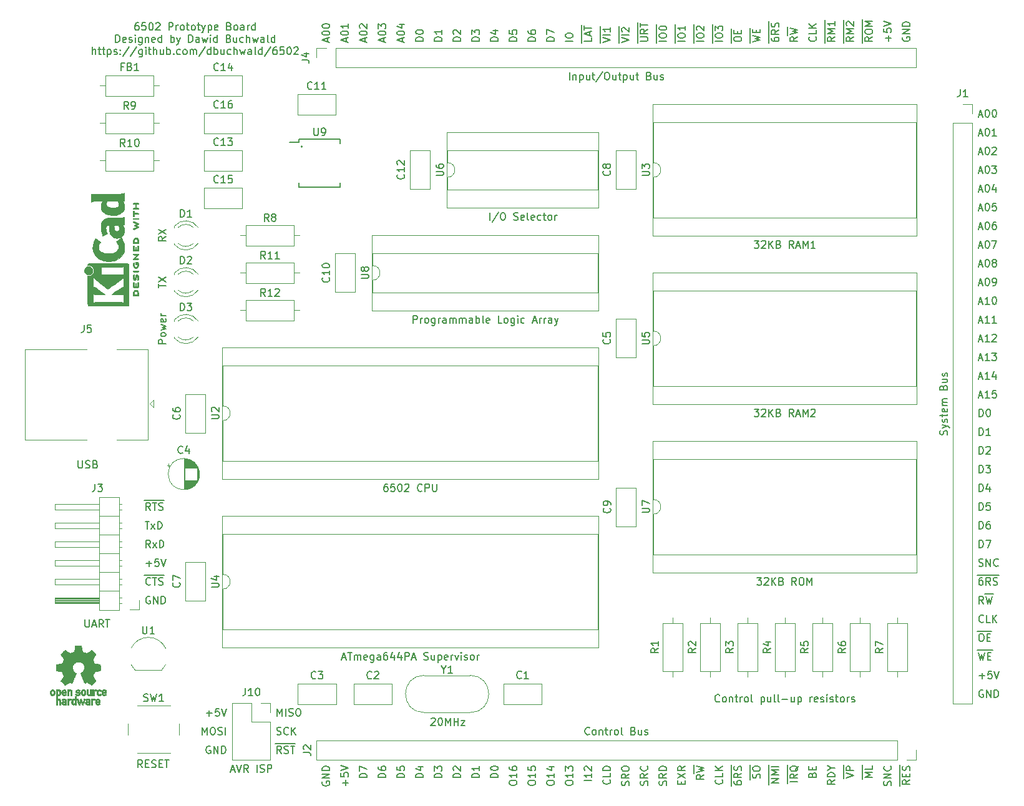
<source format=gto>
G04 #@! TF.GenerationSoftware,KiCad,Pcbnew,(5.1.5)-3*
G04 #@! TF.CreationDate,2020-09-17T19:17:25+02:00*
G04 #@! TF.ProjectId,DB6502_proto,44423635-3032-45f7-9072-6f746f2e6b69,rev?*
G04 #@! TF.SameCoordinates,Original*
G04 #@! TF.FileFunction,Legend,Top*
G04 #@! TF.FilePolarity,Positive*
%FSLAX46Y46*%
G04 Gerber Fmt 4.6, Leading zero omitted, Abs format (unit mm)*
G04 Created by KiCad (PCBNEW (5.1.5)-3) date 2020-09-17 19:17:25*
%MOMM*%
%LPD*%
G04 APERTURE LIST*
%ADD10C,0.150000*%
%ADD11C,0.120000*%
%ADD12C,0.010000*%
G04 APERTURE END LIST*
D10*
X56967380Y-56586190D02*
X55967380Y-56586190D01*
X55967380Y-56205238D01*
X56015000Y-56110000D01*
X56062619Y-56062380D01*
X56157857Y-56014761D01*
X56300714Y-56014761D01*
X56395952Y-56062380D01*
X56443571Y-56110000D01*
X56491190Y-56205238D01*
X56491190Y-56586190D01*
X56967380Y-55443333D02*
X56919761Y-55538571D01*
X56872142Y-55586190D01*
X56776904Y-55633809D01*
X56491190Y-55633809D01*
X56395952Y-55586190D01*
X56348333Y-55538571D01*
X56300714Y-55443333D01*
X56300714Y-55300476D01*
X56348333Y-55205238D01*
X56395952Y-55157619D01*
X56491190Y-55110000D01*
X56776904Y-55110000D01*
X56872142Y-55157619D01*
X56919761Y-55205238D01*
X56967380Y-55300476D01*
X56967380Y-55443333D01*
X56300714Y-54776666D02*
X56967380Y-54586190D01*
X56491190Y-54395714D01*
X56967380Y-54205238D01*
X56300714Y-54014761D01*
X56919761Y-53252857D02*
X56967380Y-53348095D01*
X56967380Y-53538571D01*
X56919761Y-53633809D01*
X56824523Y-53681428D01*
X56443571Y-53681428D01*
X56348333Y-53633809D01*
X56300714Y-53538571D01*
X56300714Y-53348095D01*
X56348333Y-53252857D01*
X56443571Y-53205238D01*
X56538809Y-53205238D01*
X56634047Y-53681428D01*
X56967380Y-52776666D02*
X56300714Y-52776666D01*
X56491190Y-52776666D02*
X56395952Y-52729047D01*
X56348333Y-52681428D01*
X56300714Y-52586190D01*
X56300714Y-52490952D01*
X55967380Y-49021904D02*
X55967380Y-48450476D01*
X56967380Y-48736190D02*
X55967380Y-48736190D01*
X55967380Y-48212380D02*
X56967380Y-47545714D01*
X55967380Y-47545714D02*
X56967380Y-48212380D01*
X56967380Y-42076666D02*
X56491190Y-42410000D01*
X56967380Y-42648095D02*
X55967380Y-42648095D01*
X55967380Y-42267142D01*
X56015000Y-42171904D01*
X56062619Y-42124285D01*
X56157857Y-42076666D01*
X56300714Y-42076666D01*
X56395952Y-42124285D01*
X56443571Y-42171904D01*
X56491190Y-42267142D01*
X56491190Y-42648095D01*
X55967380Y-41743333D02*
X56967380Y-41076666D01*
X55967380Y-41076666D02*
X56967380Y-41743333D01*
X72042976Y-109624761D02*
X72185833Y-109672380D01*
X72423928Y-109672380D01*
X72519166Y-109624761D01*
X72566785Y-109577142D01*
X72614404Y-109481904D01*
X72614404Y-109386666D01*
X72566785Y-109291428D01*
X72519166Y-109243809D01*
X72423928Y-109196190D01*
X72233452Y-109148571D01*
X72138214Y-109100952D01*
X72090595Y-109053333D01*
X72042976Y-108958095D01*
X72042976Y-108862857D01*
X72090595Y-108767619D01*
X72138214Y-108720000D01*
X72233452Y-108672380D01*
X72471547Y-108672380D01*
X72614404Y-108720000D01*
X73614404Y-109577142D02*
X73566785Y-109624761D01*
X73423928Y-109672380D01*
X73328690Y-109672380D01*
X73185833Y-109624761D01*
X73090595Y-109529523D01*
X73042976Y-109434285D01*
X72995357Y-109243809D01*
X72995357Y-109100952D01*
X73042976Y-108910476D01*
X73090595Y-108815238D01*
X73185833Y-108720000D01*
X73328690Y-108672380D01*
X73423928Y-108672380D01*
X73566785Y-108720000D01*
X73614404Y-108767619D01*
X74042976Y-109672380D02*
X74042976Y-108672380D01*
X74614404Y-109672380D02*
X74185833Y-109100952D01*
X74614404Y-108672380D02*
X74042976Y-109243809D01*
X72090595Y-107132380D02*
X72090595Y-106132380D01*
X72423928Y-106846666D01*
X72757261Y-106132380D01*
X72757261Y-107132380D01*
X73233452Y-107132380D02*
X73233452Y-106132380D01*
X73662023Y-107084761D02*
X73804880Y-107132380D01*
X74042976Y-107132380D01*
X74138214Y-107084761D01*
X74185833Y-107037142D01*
X74233452Y-106941904D01*
X74233452Y-106846666D01*
X74185833Y-106751428D01*
X74138214Y-106703809D01*
X74042976Y-106656190D01*
X73852500Y-106608571D01*
X73757261Y-106560952D01*
X73709642Y-106513333D01*
X73662023Y-106418095D01*
X73662023Y-106322857D01*
X73709642Y-106227619D01*
X73757261Y-106180000D01*
X73852500Y-106132380D01*
X74090595Y-106132380D01*
X74233452Y-106180000D01*
X74852500Y-106132380D02*
X75042976Y-106132380D01*
X75138214Y-106180000D01*
X75233452Y-106275238D01*
X75281071Y-106465714D01*
X75281071Y-106799047D01*
X75233452Y-106989523D01*
X75138214Y-107084761D01*
X75042976Y-107132380D01*
X74852500Y-107132380D01*
X74757261Y-107084761D01*
X74662023Y-106989523D01*
X74614404Y-106799047D01*
X74614404Y-106465714D01*
X74662023Y-106275238D01*
X74757261Y-106180000D01*
X74852500Y-106132380D01*
X61926547Y-109672380D02*
X61926547Y-108672380D01*
X62259880Y-109386666D01*
X62593214Y-108672380D01*
X62593214Y-109672380D01*
X63259880Y-108672380D02*
X63450357Y-108672380D01*
X63545595Y-108720000D01*
X63640833Y-108815238D01*
X63688452Y-109005714D01*
X63688452Y-109339047D01*
X63640833Y-109529523D01*
X63545595Y-109624761D01*
X63450357Y-109672380D01*
X63259880Y-109672380D01*
X63164642Y-109624761D01*
X63069404Y-109529523D01*
X63021785Y-109339047D01*
X63021785Y-109005714D01*
X63069404Y-108815238D01*
X63164642Y-108720000D01*
X63259880Y-108672380D01*
X64069404Y-109624761D02*
X64212261Y-109672380D01*
X64450357Y-109672380D01*
X64545595Y-109624761D01*
X64593214Y-109577142D01*
X64640833Y-109481904D01*
X64640833Y-109386666D01*
X64593214Y-109291428D01*
X64545595Y-109243809D01*
X64450357Y-109196190D01*
X64259880Y-109148571D01*
X64164642Y-109100952D01*
X64117023Y-109053333D01*
X64069404Y-108958095D01*
X64069404Y-108862857D01*
X64117023Y-108767619D01*
X64164642Y-108720000D01*
X64259880Y-108672380D01*
X64497976Y-108672380D01*
X64640833Y-108720000D01*
X65069404Y-109672380D02*
X65069404Y-108672380D01*
X53245714Y-13042380D02*
X53055238Y-13042380D01*
X52960000Y-13090000D01*
X52912380Y-13137619D01*
X52817142Y-13280476D01*
X52769523Y-13470952D01*
X52769523Y-13851904D01*
X52817142Y-13947142D01*
X52864761Y-13994761D01*
X52960000Y-14042380D01*
X53150476Y-14042380D01*
X53245714Y-13994761D01*
X53293333Y-13947142D01*
X53340952Y-13851904D01*
X53340952Y-13613809D01*
X53293333Y-13518571D01*
X53245714Y-13470952D01*
X53150476Y-13423333D01*
X52960000Y-13423333D01*
X52864761Y-13470952D01*
X52817142Y-13518571D01*
X52769523Y-13613809D01*
X54245714Y-13042380D02*
X53769523Y-13042380D01*
X53721904Y-13518571D01*
X53769523Y-13470952D01*
X53864761Y-13423333D01*
X54102857Y-13423333D01*
X54198095Y-13470952D01*
X54245714Y-13518571D01*
X54293333Y-13613809D01*
X54293333Y-13851904D01*
X54245714Y-13947142D01*
X54198095Y-13994761D01*
X54102857Y-14042380D01*
X53864761Y-14042380D01*
X53769523Y-13994761D01*
X53721904Y-13947142D01*
X54912380Y-13042380D02*
X55007619Y-13042380D01*
X55102857Y-13090000D01*
X55150476Y-13137619D01*
X55198095Y-13232857D01*
X55245714Y-13423333D01*
X55245714Y-13661428D01*
X55198095Y-13851904D01*
X55150476Y-13947142D01*
X55102857Y-13994761D01*
X55007619Y-14042380D01*
X54912380Y-14042380D01*
X54817142Y-13994761D01*
X54769523Y-13947142D01*
X54721904Y-13851904D01*
X54674285Y-13661428D01*
X54674285Y-13423333D01*
X54721904Y-13232857D01*
X54769523Y-13137619D01*
X54817142Y-13090000D01*
X54912380Y-13042380D01*
X55626666Y-13137619D02*
X55674285Y-13090000D01*
X55769523Y-13042380D01*
X56007619Y-13042380D01*
X56102857Y-13090000D01*
X56150476Y-13137619D01*
X56198095Y-13232857D01*
X56198095Y-13328095D01*
X56150476Y-13470952D01*
X55579047Y-14042380D01*
X56198095Y-14042380D01*
X57388571Y-14042380D02*
X57388571Y-13042380D01*
X57769523Y-13042380D01*
X57864761Y-13090000D01*
X57912380Y-13137619D01*
X57960000Y-13232857D01*
X57960000Y-13375714D01*
X57912380Y-13470952D01*
X57864761Y-13518571D01*
X57769523Y-13566190D01*
X57388571Y-13566190D01*
X58388571Y-14042380D02*
X58388571Y-13375714D01*
X58388571Y-13566190D02*
X58436190Y-13470952D01*
X58483809Y-13423333D01*
X58579047Y-13375714D01*
X58674285Y-13375714D01*
X59150476Y-14042380D02*
X59055238Y-13994761D01*
X59007619Y-13947142D01*
X58960000Y-13851904D01*
X58960000Y-13566190D01*
X59007619Y-13470952D01*
X59055238Y-13423333D01*
X59150476Y-13375714D01*
X59293333Y-13375714D01*
X59388571Y-13423333D01*
X59436190Y-13470952D01*
X59483809Y-13566190D01*
X59483809Y-13851904D01*
X59436190Y-13947142D01*
X59388571Y-13994761D01*
X59293333Y-14042380D01*
X59150476Y-14042380D01*
X59769523Y-13375714D02*
X60150476Y-13375714D01*
X59912380Y-13042380D02*
X59912380Y-13899523D01*
X59960000Y-13994761D01*
X60055238Y-14042380D01*
X60150476Y-14042380D01*
X60626666Y-14042380D02*
X60531428Y-13994761D01*
X60483809Y-13947142D01*
X60436190Y-13851904D01*
X60436190Y-13566190D01*
X60483809Y-13470952D01*
X60531428Y-13423333D01*
X60626666Y-13375714D01*
X60769523Y-13375714D01*
X60864761Y-13423333D01*
X60912380Y-13470952D01*
X60960000Y-13566190D01*
X60960000Y-13851904D01*
X60912380Y-13947142D01*
X60864761Y-13994761D01*
X60769523Y-14042380D01*
X60626666Y-14042380D01*
X61245714Y-13375714D02*
X61626666Y-13375714D01*
X61388571Y-13042380D02*
X61388571Y-13899523D01*
X61436190Y-13994761D01*
X61531428Y-14042380D01*
X61626666Y-14042380D01*
X61864761Y-13375714D02*
X62102857Y-14042380D01*
X62340952Y-13375714D02*
X62102857Y-14042380D01*
X62007619Y-14280476D01*
X61960000Y-14328095D01*
X61864761Y-14375714D01*
X62721904Y-13375714D02*
X62721904Y-14375714D01*
X62721904Y-13423333D02*
X62817142Y-13375714D01*
X63007619Y-13375714D01*
X63102857Y-13423333D01*
X63150476Y-13470952D01*
X63198095Y-13566190D01*
X63198095Y-13851904D01*
X63150476Y-13947142D01*
X63102857Y-13994761D01*
X63007619Y-14042380D01*
X62817142Y-14042380D01*
X62721904Y-13994761D01*
X64007619Y-13994761D02*
X63912380Y-14042380D01*
X63721904Y-14042380D01*
X63626666Y-13994761D01*
X63579047Y-13899523D01*
X63579047Y-13518571D01*
X63626666Y-13423333D01*
X63721904Y-13375714D01*
X63912380Y-13375714D01*
X64007619Y-13423333D01*
X64055238Y-13518571D01*
X64055238Y-13613809D01*
X63579047Y-13709047D01*
X65579047Y-13518571D02*
X65721904Y-13566190D01*
X65769523Y-13613809D01*
X65817142Y-13709047D01*
X65817142Y-13851904D01*
X65769523Y-13947142D01*
X65721904Y-13994761D01*
X65626666Y-14042380D01*
X65245714Y-14042380D01*
X65245714Y-13042380D01*
X65579047Y-13042380D01*
X65674285Y-13090000D01*
X65721904Y-13137619D01*
X65769523Y-13232857D01*
X65769523Y-13328095D01*
X65721904Y-13423333D01*
X65674285Y-13470952D01*
X65579047Y-13518571D01*
X65245714Y-13518571D01*
X66388571Y-14042380D02*
X66293333Y-13994761D01*
X66245714Y-13947142D01*
X66198095Y-13851904D01*
X66198095Y-13566190D01*
X66245714Y-13470952D01*
X66293333Y-13423333D01*
X66388571Y-13375714D01*
X66531428Y-13375714D01*
X66626666Y-13423333D01*
X66674285Y-13470952D01*
X66721904Y-13566190D01*
X66721904Y-13851904D01*
X66674285Y-13947142D01*
X66626666Y-13994761D01*
X66531428Y-14042380D01*
X66388571Y-14042380D01*
X67579047Y-14042380D02*
X67579047Y-13518571D01*
X67531428Y-13423333D01*
X67436190Y-13375714D01*
X67245714Y-13375714D01*
X67150476Y-13423333D01*
X67579047Y-13994761D02*
X67483809Y-14042380D01*
X67245714Y-14042380D01*
X67150476Y-13994761D01*
X67102857Y-13899523D01*
X67102857Y-13804285D01*
X67150476Y-13709047D01*
X67245714Y-13661428D01*
X67483809Y-13661428D01*
X67579047Y-13613809D01*
X68055238Y-14042380D02*
X68055238Y-13375714D01*
X68055238Y-13566190D02*
X68102857Y-13470952D01*
X68150476Y-13423333D01*
X68245714Y-13375714D01*
X68340952Y-13375714D01*
X69102857Y-14042380D02*
X69102857Y-13042380D01*
X69102857Y-13994761D02*
X69007619Y-14042380D01*
X68817142Y-14042380D01*
X68721904Y-13994761D01*
X68674285Y-13947142D01*
X68626666Y-13851904D01*
X68626666Y-13566190D01*
X68674285Y-13470952D01*
X68721904Y-13423333D01*
X68817142Y-13375714D01*
X69007619Y-13375714D01*
X69102857Y-13423333D01*
X50174285Y-15692380D02*
X50174285Y-14692380D01*
X50412380Y-14692380D01*
X50555238Y-14740000D01*
X50650476Y-14835238D01*
X50698095Y-14930476D01*
X50745714Y-15120952D01*
X50745714Y-15263809D01*
X50698095Y-15454285D01*
X50650476Y-15549523D01*
X50555238Y-15644761D01*
X50412380Y-15692380D01*
X50174285Y-15692380D01*
X51555238Y-15644761D02*
X51460000Y-15692380D01*
X51269523Y-15692380D01*
X51174285Y-15644761D01*
X51126666Y-15549523D01*
X51126666Y-15168571D01*
X51174285Y-15073333D01*
X51269523Y-15025714D01*
X51460000Y-15025714D01*
X51555238Y-15073333D01*
X51602857Y-15168571D01*
X51602857Y-15263809D01*
X51126666Y-15359047D01*
X51983809Y-15644761D02*
X52079047Y-15692380D01*
X52269523Y-15692380D01*
X52364761Y-15644761D01*
X52412380Y-15549523D01*
X52412380Y-15501904D01*
X52364761Y-15406666D01*
X52269523Y-15359047D01*
X52126666Y-15359047D01*
X52031428Y-15311428D01*
X51983809Y-15216190D01*
X51983809Y-15168571D01*
X52031428Y-15073333D01*
X52126666Y-15025714D01*
X52269523Y-15025714D01*
X52364761Y-15073333D01*
X52840952Y-15692380D02*
X52840952Y-15025714D01*
X52840952Y-14692380D02*
X52793333Y-14740000D01*
X52840952Y-14787619D01*
X52888571Y-14740000D01*
X52840952Y-14692380D01*
X52840952Y-14787619D01*
X53745714Y-15025714D02*
X53745714Y-15835238D01*
X53698095Y-15930476D01*
X53650476Y-15978095D01*
X53555238Y-16025714D01*
X53412380Y-16025714D01*
X53317142Y-15978095D01*
X53745714Y-15644761D02*
X53650476Y-15692380D01*
X53460000Y-15692380D01*
X53364761Y-15644761D01*
X53317142Y-15597142D01*
X53269523Y-15501904D01*
X53269523Y-15216190D01*
X53317142Y-15120952D01*
X53364761Y-15073333D01*
X53460000Y-15025714D01*
X53650476Y-15025714D01*
X53745714Y-15073333D01*
X54221904Y-15025714D02*
X54221904Y-15692380D01*
X54221904Y-15120952D02*
X54269523Y-15073333D01*
X54364761Y-15025714D01*
X54507619Y-15025714D01*
X54602857Y-15073333D01*
X54650476Y-15168571D01*
X54650476Y-15692380D01*
X55507619Y-15644761D02*
X55412380Y-15692380D01*
X55221904Y-15692380D01*
X55126666Y-15644761D01*
X55079047Y-15549523D01*
X55079047Y-15168571D01*
X55126666Y-15073333D01*
X55221904Y-15025714D01*
X55412380Y-15025714D01*
X55507619Y-15073333D01*
X55555238Y-15168571D01*
X55555238Y-15263809D01*
X55079047Y-15359047D01*
X56412380Y-15692380D02*
X56412380Y-14692380D01*
X56412380Y-15644761D02*
X56317142Y-15692380D01*
X56126666Y-15692380D01*
X56031428Y-15644761D01*
X55983809Y-15597142D01*
X55936190Y-15501904D01*
X55936190Y-15216190D01*
X55983809Y-15120952D01*
X56031428Y-15073333D01*
X56126666Y-15025714D01*
X56317142Y-15025714D01*
X56412380Y-15073333D01*
X57650476Y-15692380D02*
X57650476Y-14692380D01*
X57650476Y-15073333D02*
X57745714Y-15025714D01*
X57936190Y-15025714D01*
X58031428Y-15073333D01*
X58079047Y-15120952D01*
X58126666Y-15216190D01*
X58126666Y-15501904D01*
X58079047Y-15597142D01*
X58031428Y-15644761D01*
X57936190Y-15692380D01*
X57745714Y-15692380D01*
X57650476Y-15644761D01*
X58460000Y-15025714D02*
X58698095Y-15692380D01*
X58936190Y-15025714D02*
X58698095Y-15692380D01*
X58602857Y-15930476D01*
X58555238Y-15978095D01*
X58460000Y-16025714D01*
X60079047Y-15692380D02*
X60079047Y-14692380D01*
X60317142Y-14692380D01*
X60460000Y-14740000D01*
X60555238Y-14835238D01*
X60602857Y-14930476D01*
X60650476Y-15120952D01*
X60650476Y-15263809D01*
X60602857Y-15454285D01*
X60555238Y-15549523D01*
X60460000Y-15644761D01*
X60317142Y-15692380D01*
X60079047Y-15692380D01*
X61507619Y-15692380D02*
X61507619Y-15168571D01*
X61460000Y-15073333D01*
X61364761Y-15025714D01*
X61174285Y-15025714D01*
X61079047Y-15073333D01*
X61507619Y-15644761D02*
X61412380Y-15692380D01*
X61174285Y-15692380D01*
X61079047Y-15644761D01*
X61031428Y-15549523D01*
X61031428Y-15454285D01*
X61079047Y-15359047D01*
X61174285Y-15311428D01*
X61412380Y-15311428D01*
X61507619Y-15263809D01*
X61888571Y-15025714D02*
X62079047Y-15692380D01*
X62269523Y-15216190D01*
X62460000Y-15692380D01*
X62650476Y-15025714D01*
X63031428Y-15692380D02*
X63031428Y-15025714D01*
X63031428Y-14692380D02*
X62983809Y-14740000D01*
X63031428Y-14787619D01*
X63079047Y-14740000D01*
X63031428Y-14692380D01*
X63031428Y-14787619D01*
X63936190Y-15692380D02*
X63936190Y-14692380D01*
X63936190Y-15644761D02*
X63840952Y-15692380D01*
X63650476Y-15692380D01*
X63555238Y-15644761D01*
X63507619Y-15597142D01*
X63460000Y-15501904D01*
X63460000Y-15216190D01*
X63507619Y-15120952D01*
X63555238Y-15073333D01*
X63650476Y-15025714D01*
X63840952Y-15025714D01*
X63936190Y-15073333D01*
X65507619Y-15168571D02*
X65650476Y-15216190D01*
X65698095Y-15263809D01*
X65745714Y-15359047D01*
X65745714Y-15501904D01*
X65698095Y-15597142D01*
X65650476Y-15644761D01*
X65555238Y-15692380D01*
X65174285Y-15692380D01*
X65174285Y-14692380D01*
X65507619Y-14692380D01*
X65602857Y-14740000D01*
X65650476Y-14787619D01*
X65698095Y-14882857D01*
X65698095Y-14978095D01*
X65650476Y-15073333D01*
X65602857Y-15120952D01*
X65507619Y-15168571D01*
X65174285Y-15168571D01*
X66602857Y-15025714D02*
X66602857Y-15692380D01*
X66174285Y-15025714D02*
X66174285Y-15549523D01*
X66221904Y-15644761D01*
X66317142Y-15692380D01*
X66460000Y-15692380D01*
X66555238Y-15644761D01*
X66602857Y-15597142D01*
X67507619Y-15644761D02*
X67412380Y-15692380D01*
X67221904Y-15692380D01*
X67126666Y-15644761D01*
X67079047Y-15597142D01*
X67031428Y-15501904D01*
X67031428Y-15216190D01*
X67079047Y-15120952D01*
X67126666Y-15073333D01*
X67221904Y-15025714D01*
X67412380Y-15025714D01*
X67507619Y-15073333D01*
X67936190Y-15692380D02*
X67936190Y-14692380D01*
X68364761Y-15692380D02*
X68364761Y-15168571D01*
X68317142Y-15073333D01*
X68221904Y-15025714D01*
X68079047Y-15025714D01*
X67983809Y-15073333D01*
X67936190Y-15120952D01*
X68745714Y-15025714D02*
X68936190Y-15692380D01*
X69126666Y-15216190D01*
X69317142Y-15692380D01*
X69507619Y-15025714D01*
X70317142Y-15692380D02*
X70317142Y-15168571D01*
X70269523Y-15073333D01*
X70174285Y-15025714D01*
X69983809Y-15025714D01*
X69888571Y-15073333D01*
X70317142Y-15644761D02*
X70221904Y-15692380D01*
X69983809Y-15692380D01*
X69888571Y-15644761D01*
X69840952Y-15549523D01*
X69840952Y-15454285D01*
X69888571Y-15359047D01*
X69983809Y-15311428D01*
X70221904Y-15311428D01*
X70317142Y-15263809D01*
X70936190Y-15692380D02*
X70840952Y-15644761D01*
X70793333Y-15549523D01*
X70793333Y-14692380D01*
X71745714Y-15692380D02*
X71745714Y-14692380D01*
X71745714Y-15644761D02*
X71650476Y-15692380D01*
X71460000Y-15692380D01*
X71364761Y-15644761D01*
X71317142Y-15597142D01*
X71269523Y-15501904D01*
X71269523Y-15216190D01*
X71317142Y-15120952D01*
X71364761Y-15073333D01*
X71460000Y-15025714D01*
X71650476Y-15025714D01*
X71745714Y-15073333D01*
X47031428Y-17342380D02*
X47031428Y-16342380D01*
X47459999Y-17342380D02*
X47459999Y-16818571D01*
X47412380Y-16723333D01*
X47317142Y-16675714D01*
X47174285Y-16675714D01*
X47079047Y-16723333D01*
X47031428Y-16770952D01*
X47793333Y-16675714D02*
X48174285Y-16675714D01*
X47936190Y-16342380D02*
X47936190Y-17199523D01*
X47983809Y-17294761D01*
X48079047Y-17342380D01*
X48174285Y-17342380D01*
X48364761Y-16675714D02*
X48745714Y-16675714D01*
X48507619Y-16342380D02*
X48507619Y-17199523D01*
X48555238Y-17294761D01*
X48650476Y-17342380D01*
X48745714Y-17342380D01*
X49079047Y-16675714D02*
X49079047Y-17675714D01*
X49079047Y-16723333D02*
X49174285Y-16675714D01*
X49364761Y-16675714D01*
X49459999Y-16723333D01*
X49507619Y-16770952D01*
X49555238Y-16866190D01*
X49555238Y-17151904D01*
X49507619Y-17247142D01*
X49459999Y-17294761D01*
X49364761Y-17342380D01*
X49174285Y-17342380D01*
X49079047Y-17294761D01*
X49936190Y-17294761D02*
X50031428Y-17342380D01*
X50221904Y-17342380D01*
X50317142Y-17294761D01*
X50364761Y-17199523D01*
X50364761Y-17151904D01*
X50317142Y-17056666D01*
X50221904Y-17009047D01*
X50079047Y-17009047D01*
X49983809Y-16961428D01*
X49936190Y-16866190D01*
X49936190Y-16818571D01*
X49983809Y-16723333D01*
X50079047Y-16675714D01*
X50221904Y-16675714D01*
X50317142Y-16723333D01*
X50793333Y-17247142D02*
X50840952Y-17294761D01*
X50793333Y-17342380D01*
X50745714Y-17294761D01*
X50793333Y-17247142D01*
X50793333Y-17342380D01*
X50793333Y-16723333D02*
X50840952Y-16770952D01*
X50793333Y-16818571D01*
X50745714Y-16770952D01*
X50793333Y-16723333D01*
X50793333Y-16818571D01*
X51983809Y-16294761D02*
X51126666Y-17580476D01*
X53031428Y-16294761D02*
X52174285Y-17580476D01*
X53793333Y-16675714D02*
X53793333Y-17485238D01*
X53745714Y-17580476D01*
X53698095Y-17628095D01*
X53602857Y-17675714D01*
X53459999Y-17675714D01*
X53364761Y-17628095D01*
X53793333Y-17294761D02*
X53698095Y-17342380D01*
X53507619Y-17342380D01*
X53412380Y-17294761D01*
X53364761Y-17247142D01*
X53317142Y-17151904D01*
X53317142Y-16866190D01*
X53364761Y-16770952D01*
X53412380Y-16723333D01*
X53507619Y-16675714D01*
X53698095Y-16675714D01*
X53793333Y-16723333D01*
X54269523Y-17342380D02*
X54269523Y-16675714D01*
X54269523Y-16342380D02*
X54221904Y-16390000D01*
X54269523Y-16437619D01*
X54317142Y-16390000D01*
X54269523Y-16342380D01*
X54269523Y-16437619D01*
X54602857Y-16675714D02*
X54983809Y-16675714D01*
X54745714Y-16342380D02*
X54745714Y-17199523D01*
X54793333Y-17294761D01*
X54888571Y-17342380D01*
X54983809Y-17342380D01*
X55317142Y-17342380D02*
X55317142Y-16342380D01*
X55745714Y-17342380D02*
X55745714Y-16818571D01*
X55698095Y-16723333D01*
X55602857Y-16675714D01*
X55459999Y-16675714D01*
X55364761Y-16723333D01*
X55317142Y-16770952D01*
X56650476Y-16675714D02*
X56650476Y-17342380D01*
X56221904Y-16675714D02*
X56221904Y-17199523D01*
X56269523Y-17294761D01*
X56364761Y-17342380D01*
X56507619Y-17342380D01*
X56602857Y-17294761D01*
X56650476Y-17247142D01*
X57126666Y-17342380D02*
X57126666Y-16342380D01*
X57126666Y-16723333D02*
X57221904Y-16675714D01*
X57412380Y-16675714D01*
X57507619Y-16723333D01*
X57555238Y-16770952D01*
X57602857Y-16866190D01*
X57602857Y-17151904D01*
X57555238Y-17247142D01*
X57507619Y-17294761D01*
X57412380Y-17342380D01*
X57221904Y-17342380D01*
X57126666Y-17294761D01*
X58031428Y-17247142D02*
X58079047Y-17294761D01*
X58031428Y-17342380D01*
X57983809Y-17294761D01*
X58031428Y-17247142D01*
X58031428Y-17342380D01*
X58936190Y-17294761D02*
X58840952Y-17342380D01*
X58650476Y-17342380D01*
X58555238Y-17294761D01*
X58507619Y-17247142D01*
X58459999Y-17151904D01*
X58459999Y-16866190D01*
X58507619Y-16770952D01*
X58555238Y-16723333D01*
X58650476Y-16675714D01*
X58840952Y-16675714D01*
X58936190Y-16723333D01*
X59507619Y-17342380D02*
X59412380Y-17294761D01*
X59364761Y-17247142D01*
X59317142Y-17151904D01*
X59317142Y-16866190D01*
X59364761Y-16770952D01*
X59412380Y-16723333D01*
X59507619Y-16675714D01*
X59650476Y-16675714D01*
X59745714Y-16723333D01*
X59793333Y-16770952D01*
X59840952Y-16866190D01*
X59840952Y-17151904D01*
X59793333Y-17247142D01*
X59745714Y-17294761D01*
X59650476Y-17342380D01*
X59507619Y-17342380D01*
X60269523Y-17342380D02*
X60269523Y-16675714D01*
X60269523Y-16770952D02*
X60317142Y-16723333D01*
X60412380Y-16675714D01*
X60555238Y-16675714D01*
X60650476Y-16723333D01*
X60698095Y-16818571D01*
X60698095Y-17342380D01*
X60698095Y-16818571D02*
X60745714Y-16723333D01*
X60840952Y-16675714D01*
X60983809Y-16675714D01*
X61079047Y-16723333D01*
X61126666Y-16818571D01*
X61126666Y-17342380D01*
X62317142Y-16294761D02*
X61459999Y-17580476D01*
X63079047Y-17342380D02*
X63079047Y-16342380D01*
X63079047Y-17294761D02*
X62983809Y-17342380D01*
X62793333Y-17342380D01*
X62698095Y-17294761D01*
X62650476Y-17247142D01*
X62602857Y-17151904D01*
X62602857Y-16866190D01*
X62650476Y-16770952D01*
X62698095Y-16723333D01*
X62793333Y-16675714D01*
X62983809Y-16675714D01*
X63079047Y-16723333D01*
X63555238Y-17342380D02*
X63555238Y-16342380D01*
X63555238Y-16723333D02*
X63650476Y-16675714D01*
X63840952Y-16675714D01*
X63936190Y-16723333D01*
X63983809Y-16770952D01*
X64031428Y-16866190D01*
X64031428Y-17151904D01*
X63983809Y-17247142D01*
X63936190Y-17294761D01*
X63840952Y-17342380D01*
X63650476Y-17342380D01*
X63555238Y-17294761D01*
X64888571Y-16675714D02*
X64888571Y-17342380D01*
X64459999Y-16675714D02*
X64459999Y-17199523D01*
X64507619Y-17294761D01*
X64602857Y-17342380D01*
X64745714Y-17342380D01*
X64840952Y-17294761D01*
X64888571Y-17247142D01*
X65793333Y-17294761D02*
X65698095Y-17342380D01*
X65507619Y-17342380D01*
X65412380Y-17294761D01*
X65364761Y-17247142D01*
X65317142Y-17151904D01*
X65317142Y-16866190D01*
X65364761Y-16770952D01*
X65412380Y-16723333D01*
X65507619Y-16675714D01*
X65698095Y-16675714D01*
X65793333Y-16723333D01*
X66221904Y-17342380D02*
X66221904Y-16342380D01*
X66650476Y-17342380D02*
X66650476Y-16818571D01*
X66602857Y-16723333D01*
X66507619Y-16675714D01*
X66364761Y-16675714D01*
X66269523Y-16723333D01*
X66221904Y-16770952D01*
X67031428Y-16675714D02*
X67221904Y-17342380D01*
X67412380Y-16866190D01*
X67602857Y-17342380D01*
X67793333Y-16675714D01*
X68602857Y-17342380D02*
X68602857Y-16818571D01*
X68555238Y-16723333D01*
X68459999Y-16675714D01*
X68269523Y-16675714D01*
X68174285Y-16723333D01*
X68602857Y-17294761D02*
X68507619Y-17342380D01*
X68269523Y-17342380D01*
X68174285Y-17294761D01*
X68126666Y-17199523D01*
X68126666Y-17104285D01*
X68174285Y-17009047D01*
X68269523Y-16961428D01*
X68507619Y-16961428D01*
X68602857Y-16913809D01*
X69221904Y-17342380D02*
X69126666Y-17294761D01*
X69079047Y-17199523D01*
X69079047Y-16342380D01*
X70031428Y-17342380D02*
X70031428Y-16342380D01*
X70031428Y-17294761D02*
X69936190Y-17342380D01*
X69745714Y-17342380D01*
X69650476Y-17294761D01*
X69602857Y-17247142D01*
X69555238Y-17151904D01*
X69555238Y-16866190D01*
X69602857Y-16770952D01*
X69650476Y-16723333D01*
X69745714Y-16675714D01*
X69936190Y-16675714D01*
X70031428Y-16723333D01*
X71221904Y-16294761D02*
X70364761Y-17580476D01*
X71983809Y-16342380D02*
X71793333Y-16342380D01*
X71698095Y-16390000D01*
X71650476Y-16437619D01*
X71555238Y-16580476D01*
X71507619Y-16770952D01*
X71507619Y-17151904D01*
X71555238Y-17247142D01*
X71602857Y-17294761D01*
X71698095Y-17342380D01*
X71888571Y-17342380D01*
X71983809Y-17294761D01*
X72031428Y-17247142D01*
X72079047Y-17151904D01*
X72079047Y-16913809D01*
X72031428Y-16818571D01*
X71983809Y-16770952D01*
X71888571Y-16723333D01*
X71698095Y-16723333D01*
X71602857Y-16770952D01*
X71555238Y-16818571D01*
X71507619Y-16913809D01*
X72983809Y-16342380D02*
X72507619Y-16342380D01*
X72459999Y-16818571D01*
X72507619Y-16770952D01*
X72602857Y-16723333D01*
X72840952Y-16723333D01*
X72936190Y-16770952D01*
X72983809Y-16818571D01*
X73031428Y-16913809D01*
X73031428Y-17151904D01*
X72983809Y-17247142D01*
X72936190Y-17294761D01*
X72840952Y-17342380D01*
X72602857Y-17342380D01*
X72507619Y-17294761D01*
X72459999Y-17247142D01*
X73650476Y-16342380D02*
X73745714Y-16342380D01*
X73840952Y-16390000D01*
X73888571Y-16437619D01*
X73936190Y-16532857D01*
X73983809Y-16723333D01*
X73983809Y-16961428D01*
X73936190Y-17151904D01*
X73888571Y-17247142D01*
X73840952Y-17294761D01*
X73745714Y-17342380D01*
X73650476Y-17342380D01*
X73555238Y-17294761D01*
X73507619Y-17247142D01*
X73459999Y-17151904D01*
X73412380Y-16961428D01*
X73412380Y-16723333D01*
X73459999Y-16532857D01*
X73507619Y-16437619D01*
X73555238Y-16390000D01*
X73650476Y-16342380D01*
X74364761Y-16437619D02*
X74412380Y-16390000D01*
X74507619Y-16342380D01*
X74745714Y-16342380D01*
X74840952Y-16390000D01*
X74888571Y-16437619D01*
X74936190Y-16532857D01*
X74936190Y-16628095D01*
X74888571Y-16770952D01*
X74317142Y-17342380D01*
X74936190Y-17342380D01*
D11*
X75565000Y-29845000D02*
G75*
G03X75565000Y-29845000I-127000J0D01*
G01*
D10*
X54072500Y-77825000D02*
X55072500Y-77825000D01*
X54882023Y-79192380D02*
X54548690Y-78716190D01*
X54310595Y-79192380D02*
X54310595Y-78192380D01*
X54691547Y-78192380D01*
X54786785Y-78240000D01*
X54834404Y-78287619D01*
X54882023Y-78382857D01*
X54882023Y-78525714D01*
X54834404Y-78620952D01*
X54786785Y-78668571D01*
X54691547Y-78716190D01*
X54310595Y-78716190D01*
X55072500Y-77825000D02*
X55834404Y-77825000D01*
X55167738Y-78192380D02*
X55739166Y-78192380D01*
X55453452Y-79192380D02*
X55453452Y-78192380D01*
X55834404Y-77825000D02*
X56786785Y-77825000D01*
X56024880Y-79144761D02*
X56167738Y-79192380D01*
X56405833Y-79192380D01*
X56501071Y-79144761D01*
X56548690Y-79097142D01*
X56596309Y-79001904D01*
X56596309Y-78906666D01*
X56548690Y-78811428D01*
X56501071Y-78763809D01*
X56405833Y-78716190D01*
X56215357Y-78668571D01*
X56120119Y-78620952D01*
X56072500Y-78573333D01*
X56024880Y-78478095D01*
X56024880Y-78382857D01*
X56072500Y-78287619D01*
X56120119Y-78240000D01*
X56215357Y-78192380D01*
X56453452Y-78192380D01*
X56596309Y-78240000D01*
X54167738Y-80732380D02*
X54739166Y-80732380D01*
X54453452Y-81732380D02*
X54453452Y-80732380D01*
X54977261Y-81732380D02*
X55501071Y-81065714D01*
X54977261Y-81065714D02*
X55501071Y-81732380D01*
X55882023Y-81732380D02*
X55882023Y-80732380D01*
X56120119Y-80732380D01*
X56262976Y-80780000D01*
X56358214Y-80875238D01*
X56405833Y-80970476D01*
X56453452Y-81160952D01*
X56453452Y-81303809D01*
X56405833Y-81494285D01*
X56358214Y-81589523D01*
X56262976Y-81684761D01*
X56120119Y-81732380D01*
X55882023Y-81732380D01*
X54882023Y-84272380D02*
X54548690Y-83796190D01*
X54310595Y-84272380D02*
X54310595Y-83272380D01*
X54691547Y-83272380D01*
X54786785Y-83320000D01*
X54834404Y-83367619D01*
X54882023Y-83462857D01*
X54882023Y-83605714D01*
X54834404Y-83700952D01*
X54786785Y-83748571D01*
X54691547Y-83796190D01*
X54310595Y-83796190D01*
X55215357Y-84272380D02*
X55739166Y-83605714D01*
X55215357Y-83605714D02*
X55739166Y-84272380D01*
X56120119Y-84272380D02*
X56120119Y-83272380D01*
X56358214Y-83272380D01*
X56501071Y-83320000D01*
X56596309Y-83415238D01*
X56643928Y-83510476D01*
X56691547Y-83700952D01*
X56691547Y-83843809D01*
X56643928Y-84034285D01*
X56596309Y-84129523D01*
X56501071Y-84224761D01*
X56358214Y-84272380D01*
X56120119Y-84272380D01*
X54310595Y-86431428D02*
X55072500Y-86431428D01*
X54691547Y-86812380D02*
X54691547Y-86050476D01*
X56024880Y-85812380D02*
X55548690Y-85812380D01*
X55501071Y-86288571D01*
X55548690Y-86240952D01*
X55643928Y-86193333D01*
X55882023Y-86193333D01*
X55977261Y-86240952D01*
X56024880Y-86288571D01*
X56072500Y-86383809D01*
X56072500Y-86621904D01*
X56024880Y-86717142D01*
X55977261Y-86764761D01*
X55882023Y-86812380D01*
X55643928Y-86812380D01*
X55548690Y-86764761D01*
X55501071Y-86717142D01*
X56358214Y-85812380D02*
X56691547Y-86812380D01*
X57024880Y-85812380D01*
X54072500Y-87985000D02*
X55072500Y-87985000D01*
X54882023Y-89257142D02*
X54834404Y-89304761D01*
X54691547Y-89352380D01*
X54596309Y-89352380D01*
X54453452Y-89304761D01*
X54358214Y-89209523D01*
X54310595Y-89114285D01*
X54262976Y-88923809D01*
X54262976Y-88780952D01*
X54310595Y-88590476D01*
X54358214Y-88495238D01*
X54453452Y-88400000D01*
X54596309Y-88352380D01*
X54691547Y-88352380D01*
X54834404Y-88400000D01*
X54882023Y-88447619D01*
X55072500Y-87985000D02*
X55834404Y-87985000D01*
X55167738Y-88352380D02*
X55739166Y-88352380D01*
X55453452Y-89352380D02*
X55453452Y-88352380D01*
X55834404Y-87985000D02*
X56786785Y-87985000D01*
X56024880Y-89304761D02*
X56167738Y-89352380D01*
X56405833Y-89352380D01*
X56501071Y-89304761D01*
X56548690Y-89257142D01*
X56596309Y-89161904D01*
X56596309Y-89066666D01*
X56548690Y-88971428D01*
X56501071Y-88923809D01*
X56405833Y-88876190D01*
X56215357Y-88828571D01*
X56120119Y-88780952D01*
X56072500Y-88733333D01*
X56024880Y-88638095D01*
X56024880Y-88542857D01*
X56072500Y-88447619D01*
X56120119Y-88400000D01*
X56215357Y-88352380D01*
X56453452Y-88352380D01*
X56596309Y-88400000D01*
X54834404Y-90940000D02*
X54739166Y-90892380D01*
X54596309Y-90892380D01*
X54453452Y-90940000D01*
X54358214Y-91035238D01*
X54310595Y-91130476D01*
X54262976Y-91320952D01*
X54262976Y-91463809D01*
X54310595Y-91654285D01*
X54358214Y-91749523D01*
X54453452Y-91844761D01*
X54596309Y-91892380D01*
X54691547Y-91892380D01*
X54834404Y-91844761D01*
X54882023Y-91797142D01*
X54882023Y-91463809D01*
X54691547Y-91463809D01*
X55310595Y-91892380D02*
X55310595Y-90892380D01*
X55882023Y-91892380D01*
X55882023Y-90892380D01*
X56358214Y-91892380D02*
X56358214Y-90892380D01*
X56596309Y-90892380D01*
X56739166Y-90940000D01*
X56834404Y-91035238D01*
X56882023Y-91130476D01*
X56929642Y-91320952D01*
X56929642Y-91463809D01*
X56882023Y-91654285D01*
X56834404Y-91749523D01*
X56739166Y-91844761D01*
X56596309Y-91892380D01*
X56358214Y-91892380D01*
X89066666Y-15587023D02*
X89066666Y-15110833D01*
X89352380Y-15682261D02*
X88352380Y-15348928D01*
X89352380Y-15015595D01*
X88352380Y-14491785D02*
X88352380Y-14396547D01*
X88400000Y-14301309D01*
X88447619Y-14253690D01*
X88542857Y-14206071D01*
X88733333Y-14158452D01*
X88971428Y-14158452D01*
X89161904Y-14206071D01*
X89257142Y-14253690D01*
X89304761Y-14301309D01*
X89352380Y-14396547D01*
X89352380Y-14491785D01*
X89304761Y-14587023D01*
X89257142Y-14634642D01*
X89161904Y-14682261D01*
X88971428Y-14729880D01*
X88733333Y-14729880D01*
X88542857Y-14682261D01*
X88447619Y-14634642D01*
X88400000Y-14587023D01*
X88352380Y-14491785D01*
X88685714Y-13301309D02*
X89352380Y-13301309D01*
X88304761Y-13539404D02*
X89019047Y-13777500D01*
X89019047Y-13158452D01*
X86526666Y-15587023D02*
X86526666Y-15110833D01*
X86812380Y-15682261D02*
X85812380Y-15348928D01*
X86812380Y-15015595D01*
X85812380Y-14491785D02*
X85812380Y-14396547D01*
X85860000Y-14301309D01*
X85907619Y-14253690D01*
X86002857Y-14206071D01*
X86193333Y-14158452D01*
X86431428Y-14158452D01*
X86621904Y-14206071D01*
X86717142Y-14253690D01*
X86764761Y-14301309D01*
X86812380Y-14396547D01*
X86812380Y-14491785D01*
X86764761Y-14587023D01*
X86717142Y-14634642D01*
X86621904Y-14682261D01*
X86431428Y-14729880D01*
X86193333Y-14729880D01*
X86002857Y-14682261D01*
X85907619Y-14634642D01*
X85860000Y-14587023D01*
X85812380Y-14491785D01*
X85812380Y-13825119D02*
X85812380Y-13206071D01*
X86193333Y-13539404D01*
X86193333Y-13396547D01*
X86240952Y-13301309D01*
X86288571Y-13253690D01*
X86383809Y-13206071D01*
X86621904Y-13206071D01*
X86717142Y-13253690D01*
X86764761Y-13301309D01*
X86812380Y-13396547D01*
X86812380Y-13682261D01*
X86764761Y-13777500D01*
X86717142Y-13825119D01*
X83986666Y-15587023D02*
X83986666Y-15110833D01*
X84272380Y-15682261D02*
X83272380Y-15348928D01*
X84272380Y-15015595D01*
X83272380Y-14491785D02*
X83272380Y-14396547D01*
X83320000Y-14301309D01*
X83367619Y-14253690D01*
X83462857Y-14206071D01*
X83653333Y-14158452D01*
X83891428Y-14158452D01*
X84081904Y-14206071D01*
X84177142Y-14253690D01*
X84224761Y-14301309D01*
X84272380Y-14396547D01*
X84272380Y-14491785D01*
X84224761Y-14587023D01*
X84177142Y-14634642D01*
X84081904Y-14682261D01*
X83891428Y-14729880D01*
X83653333Y-14729880D01*
X83462857Y-14682261D01*
X83367619Y-14634642D01*
X83320000Y-14587023D01*
X83272380Y-14491785D01*
X83367619Y-13777500D02*
X83320000Y-13729880D01*
X83272380Y-13634642D01*
X83272380Y-13396547D01*
X83320000Y-13301309D01*
X83367619Y-13253690D01*
X83462857Y-13206071D01*
X83558095Y-13206071D01*
X83700952Y-13253690D01*
X84272380Y-13825119D01*
X84272380Y-13206071D01*
X81446666Y-15587023D02*
X81446666Y-15110833D01*
X81732380Y-15682261D02*
X80732380Y-15348928D01*
X81732380Y-15015595D01*
X80732380Y-14491785D02*
X80732380Y-14396547D01*
X80780000Y-14301309D01*
X80827619Y-14253690D01*
X80922857Y-14206071D01*
X81113333Y-14158452D01*
X81351428Y-14158452D01*
X81541904Y-14206071D01*
X81637142Y-14253690D01*
X81684761Y-14301309D01*
X81732380Y-14396547D01*
X81732380Y-14491785D01*
X81684761Y-14587023D01*
X81637142Y-14634642D01*
X81541904Y-14682261D01*
X81351428Y-14729880D01*
X81113333Y-14729880D01*
X80922857Y-14682261D01*
X80827619Y-14634642D01*
X80780000Y-14587023D01*
X80732380Y-14491785D01*
X81732380Y-13206071D02*
X81732380Y-13777500D01*
X81732380Y-13491785D02*
X80732380Y-13491785D01*
X80875238Y-13587023D01*
X80970476Y-13682261D01*
X81018095Y-13777500D01*
X78906666Y-15587023D02*
X78906666Y-15110833D01*
X79192380Y-15682261D02*
X78192380Y-15348928D01*
X79192380Y-15015595D01*
X78192380Y-14491785D02*
X78192380Y-14396547D01*
X78240000Y-14301309D01*
X78287619Y-14253690D01*
X78382857Y-14206071D01*
X78573333Y-14158452D01*
X78811428Y-14158452D01*
X79001904Y-14206071D01*
X79097142Y-14253690D01*
X79144761Y-14301309D01*
X79192380Y-14396547D01*
X79192380Y-14491785D01*
X79144761Y-14587023D01*
X79097142Y-14634642D01*
X79001904Y-14682261D01*
X78811428Y-14729880D01*
X78573333Y-14729880D01*
X78382857Y-14682261D01*
X78287619Y-14634642D01*
X78240000Y-14587023D01*
X78192380Y-14491785D01*
X78192380Y-13539404D02*
X78192380Y-13444166D01*
X78240000Y-13348928D01*
X78287619Y-13301309D01*
X78382857Y-13253690D01*
X78573333Y-13206071D01*
X78811428Y-13206071D01*
X79001904Y-13253690D01*
X79097142Y-13301309D01*
X79144761Y-13348928D01*
X79192380Y-13444166D01*
X79192380Y-13539404D01*
X79144761Y-13634642D01*
X79097142Y-13682261D01*
X79001904Y-13729880D01*
X78811428Y-13777500D01*
X78573333Y-13777500D01*
X78382857Y-13729880D01*
X78287619Y-13682261D01*
X78240000Y-13634642D01*
X78192380Y-13539404D01*
X91892380Y-15539404D02*
X90892380Y-15539404D01*
X90892380Y-15301309D01*
X90940000Y-15158452D01*
X91035238Y-15063214D01*
X91130476Y-15015595D01*
X91320952Y-14967976D01*
X91463809Y-14967976D01*
X91654285Y-15015595D01*
X91749523Y-15063214D01*
X91844761Y-15158452D01*
X91892380Y-15301309D01*
X91892380Y-15539404D01*
X90892380Y-14348928D02*
X90892380Y-14253690D01*
X90940000Y-14158452D01*
X90987619Y-14110833D01*
X91082857Y-14063214D01*
X91273333Y-14015595D01*
X91511428Y-14015595D01*
X91701904Y-14063214D01*
X91797142Y-14110833D01*
X91844761Y-14158452D01*
X91892380Y-14253690D01*
X91892380Y-14348928D01*
X91844761Y-14444166D01*
X91797142Y-14491785D01*
X91701904Y-14539404D01*
X91511428Y-14587023D01*
X91273333Y-14587023D01*
X91082857Y-14539404D01*
X90987619Y-14491785D01*
X90940000Y-14444166D01*
X90892380Y-14348928D01*
X94432380Y-15539404D02*
X93432380Y-15539404D01*
X93432380Y-15301309D01*
X93480000Y-15158452D01*
X93575238Y-15063214D01*
X93670476Y-15015595D01*
X93860952Y-14967976D01*
X94003809Y-14967976D01*
X94194285Y-15015595D01*
X94289523Y-15063214D01*
X94384761Y-15158452D01*
X94432380Y-15301309D01*
X94432380Y-15539404D01*
X94432380Y-14015595D02*
X94432380Y-14587023D01*
X94432380Y-14301309D02*
X93432380Y-14301309D01*
X93575238Y-14396547D01*
X93670476Y-14491785D01*
X93718095Y-14587023D01*
X96972380Y-15539404D02*
X95972380Y-15539404D01*
X95972380Y-15301309D01*
X96020000Y-15158452D01*
X96115238Y-15063214D01*
X96210476Y-15015595D01*
X96400952Y-14967976D01*
X96543809Y-14967976D01*
X96734285Y-15015595D01*
X96829523Y-15063214D01*
X96924761Y-15158452D01*
X96972380Y-15301309D01*
X96972380Y-15539404D01*
X96067619Y-14587023D02*
X96020000Y-14539404D01*
X95972380Y-14444166D01*
X95972380Y-14206071D01*
X96020000Y-14110833D01*
X96067619Y-14063214D01*
X96162857Y-14015595D01*
X96258095Y-14015595D01*
X96400952Y-14063214D01*
X96972380Y-14634642D01*
X96972380Y-14015595D01*
X99512380Y-15539404D02*
X98512380Y-15539404D01*
X98512380Y-15301309D01*
X98560000Y-15158452D01*
X98655238Y-15063214D01*
X98750476Y-15015595D01*
X98940952Y-14967976D01*
X99083809Y-14967976D01*
X99274285Y-15015595D01*
X99369523Y-15063214D01*
X99464761Y-15158452D01*
X99512380Y-15301309D01*
X99512380Y-15539404D01*
X98512380Y-14634642D02*
X98512380Y-14015595D01*
X98893333Y-14348928D01*
X98893333Y-14206071D01*
X98940952Y-14110833D01*
X98988571Y-14063214D01*
X99083809Y-14015595D01*
X99321904Y-14015595D01*
X99417142Y-14063214D01*
X99464761Y-14110833D01*
X99512380Y-14206071D01*
X99512380Y-14491785D01*
X99464761Y-14587023D01*
X99417142Y-14634642D01*
X102052380Y-15539404D02*
X101052380Y-15539404D01*
X101052380Y-15301309D01*
X101100000Y-15158452D01*
X101195238Y-15063214D01*
X101290476Y-15015595D01*
X101480952Y-14967976D01*
X101623809Y-14967976D01*
X101814285Y-15015595D01*
X101909523Y-15063214D01*
X102004761Y-15158452D01*
X102052380Y-15301309D01*
X102052380Y-15539404D01*
X101385714Y-14110833D02*
X102052380Y-14110833D01*
X101004761Y-14348928D02*
X101719047Y-14587023D01*
X101719047Y-13967976D01*
X104592380Y-15539404D02*
X103592380Y-15539404D01*
X103592380Y-15301309D01*
X103640000Y-15158452D01*
X103735238Y-15063214D01*
X103830476Y-15015595D01*
X104020952Y-14967976D01*
X104163809Y-14967976D01*
X104354285Y-15015595D01*
X104449523Y-15063214D01*
X104544761Y-15158452D01*
X104592380Y-15301309D01*
X104592380Y-15539404D01*
X103592380Y-14063214D02*
X103592380Y-14539404D01*
X104068571Y-14587023D01*
X104020952Y-14539404D01*
X103973333Y-14444166D01*
X103973333Y-14206071D01*
X104020952Y-14110833D01*
X104068571Y-14063214D01*
X104163809Y-14015595D01*
X104401904Y-14015595D01*
X104497142Y-14063214D01*
X104544761Y-14110833D01*
X104592380Y-14206071D01*
X104592380Y-14444166D01*
X104544761Y-14539404D01*
X104497142Y-14587023D01*
X107132380Y-15539404D02*
X106132380Y-15539404D01*
X106132380Y-15301309D01*
X106180000Y-15158452D01*
X106275238Y-15063214D01*
X106370476Y-15015595D01*
X106560952Y-14967976D01*
X106703809Y-14967976D01*
X106894285Y-15015595D01*
X106989523Y-15063214D01*
X107084761Y-15158452D01*
X107132380Y-15301309D01*
X107132380Y-15539404D01*
X106132380Y-14110833D02*
X106132380Y-14301309D01*
X106180000Y-14396547D01*
X106227619Y-14444166D01*
X106370476Y-14539404D01*
X106560952Y-14587023D01*
X106941904Y-14587023D01*
X107037142Y-14539404D01*
X107084761Y-14491785D01*
X107132380Y-14396547D01*
X107132380Y-14206071D01*
X107084761Y-14110833D01*
X107037142Y-14063214D01*
X106941904Y-14015595D01*
X106703809Y-14015595D01*
X106608571Y-14063214D01*
X106560952Y-14110833D01*
X106513333Y-14206071D01*
X106513333Y-14396547D01*
X106560952Y-14491785D01*
X106608571Y-14539404D01*
X106703809Y-14587023D01*
X109672380Y-15539404D02*
X108672380Y-15539404D01*
X108672380Y-15301309D01*
X108720000Y-15158452D01*
X108815238Y-15063214D01*
X108910476Y-15015595D01*
X109100952Y-14967976D01*
X109243809Y-14967976D01*
X109434285Y-15015595D01*
X109529523Y-15063214D01*
X109624761Y-15158452D01*
X109672380Y-15301309D01*
X109672380Y-15539404D01*
X108672380Y-14634642D02*
X108672380Y-13967976D01*
X109672380Y-14396547D01*
X112212380Y-15539404D02*
X111212380Y-15539404D01*
X111212380Y-14872738D02*
X111212380Y-14682261D01*
X111260000Y-14587023D01*
X111355238Y-14491785D01*
X111545714Y-14444166D01*
X111879047Y-14444166D01*
X112069523Y-14491785D01*
X112164761Y-14587023D01*
X112212380Y-14682261D01*
X112212380Y-14872738D01*
X112164761Y-14967976D01*
X112069523Y-15063214D01*
X111879047Y-15110833D01*
X111545714Y-15110833D01*
X111355238Y-15063214D01*
X111260000Y-14967976D01*
X111212380Y-14872738D01*
X113385000Y-15777500D02*
X113385000Y-14967976D01*
X114752380Y-15063214D02*
X114752380Y-15539404D01*
X113752380Y-15539404D01*
X113385000Y-14967976D02*
X113385000Y-14110833D01*
X114466666Y-14777500D02*
X114466666Y-14301309D01*
X114752380Y-14872738D02*
X113752380Y-14539404D01*
X114752380Y-14206071D01*
X113385000Y-14110833D02*
X113385000Y-13348928D01*
X113752380Y-14015595D02*
X113752380Y-13444166D01*
X114752380Y-13729880D02*
X113752380Y-13729880D01*
X115925000Y-15777500D02*
X115925000Y-14920357D01*
X116292380Y-15682261D02*
X117292380Y-15348928D01*
X116292380Y-15015595D01*
X115925000Y-14920357D02*
X115925000Y-14444166D01*
X117292380Y-14682261D02*
X116292380Y-14682261D01*
X115925000Y-14444166D02*
X115925000Y-13491785D01*
X117292380Y-13682261D02*
X117292380Y-14253690D01*
X117292380Y-13967976D02*
X116292380Y-13967976D01*
X116435238Y-14063214D01*
X116530476Y-14158452D01*
X116578095Y-14253690D01*
X118465000Y-15777500D02*
X118465000Y-14920357D01*
X118832380Y-15682261D02*
X119832380Y-15348928D01*
X118832380Y-15015595D01*
X118465000Y-14920357D02*
X118465000Y-14444166D01*
X119832380Y-14682261D02*
X118832380Y-14682261D01*
X118465000Y-14444166D02*
X118465000Y-13491785D01*
X118927619Y-14253690D02*
X118880000Y-14206071D01*
X118832380Y-14110833D01*
X118832380Y-13872738D01*
X118880000Y-13777500D01*
X118927619Y-13729880D01*
X119022857Y-13682261D01*
X119118095Y-13682261D01*
X119260952Y-13729880D01*
X119832380Y-14301309D01*
X119832380Y-13682261D01*
X121005000Y-15777500D02*
X121005000Y-14729880D01*
X121372380Y-15539404D02*
X122181904Y-15539404D01*
X122277142Y-15491785D01*
X122324761Y-15444166D01*
X122372380Y-15348928D01*
X122372380Y-15158452D01*
X122324761Y-15063214D01*
X122277142Y-15015595D01*
X122181904Y-14967976D01*
X121372380Y-14967976D01*
X121005000Y-14729880D02*
X121005000Y-13729880D01*
X122372380Y-13920357D02*
X121896190Y-14253690D01*
X122372380Y-14491785D02*
X121372380Y-14491785D01*
X121372380Y-14110833D01*
X121420000Y-14015595D01*
X121467619Y-13967976D01*
X121562857Y-13920357D01*
X121705714Y-13920357D01*
X121800952Y-13967976D01*
X121848571Y-14015595D01*
X121896190Y-14110833D01*
X121896190Y-14491785D01*
X121005000Y-13729880D02*
X121005000Y-12967976D01*
X121372380Y-13634642D02*
X121372380Y-13063214D01*
X122372380Y-13348928D02*
X121372380Y-13348928D01*
X123545000Y-15777500D02*
X123545000Y-15301309D01*
X124912380Y-15539404D02*
X123912380Y-15539404D01*
X123545000Y-15301309D02*
X123545000Y-14253690D01*
X123912380Y-14872738D02*
X123912380Y-14682261D01*
X123960000Y-14587023D01*
X124055238Y-14491785D01*
X124245714Y-14444166D01*
X124579047Y-14444166D01*
X124769523Y-14491785D01*
X124864761Y-14587023D01*
X124912380Y-14682261D01*
X124912380Y-14872738D01*
X124864761Y-14967976D01*
X124769523Y-15063214D01*
X124579047Y-15110833D01*
X124245714Y-15110833D01*
X124055238Y-15063214D01*
X123960000Y-14967976D01*
X123912380Y-14872738D01*
X123545000Y-14253690D02*
X123545000Y-13301309D01*
X123912380Y-13825119D02*
X123912380Y-13729880D01*
X123960000Y-13634642D01*
X124007619Y-13587023D01*
X124102857Y-13539404D01*
X124293333Y-13491785D01*
X124531428Y-13491785D01*
X124721904Y-13539404D01*
X124817142Y-13587023D01*
X124864761Y-13634642D01*
X124912380Y-13729880D01*
X124912380Y-13825119D01*
X124864761Y-13920357D01*
X124817142Y-13967976D01*
X124721904Y-14015595D01*
X124531428Y-14063214D01*
X124293333Y-14063214D01*
X124102857Y-14015595D01*
X124007619Y-13967976D01*
X123960000Y-13920357D01*
X123912380Y-13825119D01*
X126085000Y-15777500D02*
X126085000Y-15301309D01*
X127452380Y-15539404D02*
X126452380Y-15539404D01*
X126085000Y-15301309D02*
X126085000Y-14253690D01*
X126452380Y-14872738D02*
X126452380Y-14682261D01*
X126500000Y-14587023D01*
X126595238Y-14491785D01*
X126785714Y-14444166D01*
X127119047Y-14444166D01*
X127309523Y-14491785D01*
X127404761Y-14587023D01*
X127452380Y-14682261D01*
X127452380Y-14872738D01*
X127404761Y-14967976D01*
X127309523Y-15063214D01*
X127119047Y-15110833D01*
X126785714Y-15110833D01*
X126595238Y-15063214D01*
X126500000Y-14967976D01*
X126452380Y-14872738D01*
X126085000Y-14253690D02*
X126085000Y-13301309D01*
X127452380Y-13491785D02*
X127452380Y-14063214D01*
X127452380Y-13777500D02*
X126452380Y-13777500D01*
X126595238Y-13872738D01*
X126690476Y-13967976D01*
X126738095Y-14063214D01*
X128625000Y-15777500D02*
X128625000Y-15301309D01*
X129992380Y-15539404D02*
X128992380Y-15539404D01*
X128625000Y-15301309D02*
X128625000Y-14253690D01*
X128992380Y-14872738D02*
X128992380Y-14682261D01*
X129040000Y-14587023D01*
X129135238Y-14491785D01*
X129325714Y-14444166D01*
X129659047Y-14444166D01*
X129849523Y-14491785D01*
X129944761Y-14587023D01*
X129992380Y-14682261D01*
X129992380Y-14872738D01*
X129944761Y-14967976D01*
X129849523Y-15063214D01*
X129659047Y-15110833D01*
X129325714Y-15110833D01*
X129135238Y-15063214D01*
X129040000Y-14967976D01*
X128992380Y-14872738D01*
X128625000Y-14253690D02*
X128625000Y-13301309D01*
X129087619Y-14063214D02*
X129040000Y-14015595D01*
X128992380Y-13920357D01*
X128992380Y-13682261D01*
X129040000Y-13587023D01*
X129087619Y-13539404D01*
X129182857Y-13491785D01*
X129278095Y-13491785D01*
X129420952Y-13539404D01*
X129992380Y-14110833D01*
X129992380Y-13491785D01*
X131165000Y-15777500D02*
X131165000Y-15301309D01*
X132532380Y-15539404D02*
X131532380Y-15539404D01*
X131165000Y-15301309D02*
X131165000Y-14253690D01*
X131532380Y-14872738D02*
X131532380Y-14682261D01*
X131580000Y-14587023D01*
X131675238Y-14491785D01*
X131865714Y-14444166D01*
X132199047Y-14444166D01*
X132389523Y-14491785D01*
X132484761Y-14587023D01*
X132532380Y-14682261D01*
X132532380Y-14872738D01*
X132484761Y-14967976D01*
X132389523Y-15063214D01*
X132199047Y-15110833D01*
X131865714Y-15110833D01*
X131675238Y-15063214D01*
X131580000Y-14967976D01*
X131532380Y-14872738D01*
X131165000Y-14253690D02*
X131165000Y-13301309D01*
X131532380Y-14110833D02*
X131532380Y-13491785D01*
X131913333Y-13825119D01*
X131913333Y-13682261D01*
X131960952Y-13587023D01*
X132008571Y-13539404D01*
X132103809Y-13491785D01*
X132341904Y-13491785D01*
X132437142Y-13539404D01*
X132484761Y-13587023D01*
X132532380Y-13682261D01*
X132532380Y-13967976D01*
X132484761Y-14063214D01*
X132437142Y-14110833D01*
X133705000Y-15777500D02*
X133705000Y-14729880D01*
X134072380Y-15348928D02*
X134072380Y-15158452D01*
X134120000Y-15063214D01*
X134215238Y-14967976D01*
X134405714Y-14920357D01*
X134739047Y-14920357D01*
X134929523Y-14967976D01*
X135024761Y-15063214D01*
X135072380Y-15158452D01*
X135072380Y-15348928D01*
X135024761Y-15444166D01*
X134929523Y-15539404D01*
X134739047Y-15587023D01*
X134405714Y-15587023D01*
X134215238Y-15539404D01*
X134120000Y-15444166D01*
X134072380Y-15348928D01*
X133705000Y-14729880D02*
X133705000Y-13825119D01*
X134548571Y-14491785D02*
X134548571Y-14158452D01*
X135072380Y-14015595D02*
X135072380Y-14491785D01*
X134072380Y-14491785D01*
X134072380Y-14015595D01*
X136245000Y-15777500D02*
X136245000Y-14634642D01*
X136612380Y-15634642D02*
X137612380Y-15396547D01*
X136898095Y-15206071D01*
X137612380Y-15015595D01*
X136612380Y-14777500D01*
X136245000Y-14634642D02*
X136245000Y-13729880D01*
X137088571Y-14396547D02*
X137088571Y-14063214D01*
X137612380Y-13920357D02*
X137612380Y-14396547D01*
X136612380Y-14396547D01*
X136612380Y-13920357D01*
X138785000Y-15777500D02*
X138785000Y-14825119D01*
X139152380Y-15110833D02*
X139152380Y-15301309D01*
X139200000Y-15396547D01*
X139247619Y-15444166D01*
X139390476Y-15539404D01*
X139580952Y-15587023D01*
X139961904Y-15587023D01*
X140057142Y-15539404D01*
X140104761Y-15491785D01*
X140152380Y-15396547D01*
X140152380Y-15206071D01*
X140104761Y-15110833D01*
X140057142Y-15063214D01*
X139961904Y-15015595D01*
X139723809Y-15015595D01*
X139628571Y-15063214D01*
X139580952Y-15110833D01*
X139533333Y-15206071D01*
X139533333Y-15396547D01*
X139580952Y-15491785D01*
X139628571Y-15539404D01*
X139723809Y-15587023D01*
X138785000Y-14825119D02*
X138785000Y-13825119D01*
X140152380Y-14015595D02*
X139676190Y-14348928D01*
X140152380Y-14587023D02*
X139152380Y-14587023D01*
X139152380Y-14206071D01*
X139200000Y-14110833D01*
X139247619Y-14063214D01*
X139342857Y-14015595D01*
X139485714Y-14015595D01*
X139580952Y-14063214D01*
X139628571Y-14110833D01*
X139676190Y-14206071D01*
X139676190Y-14587023D01*
X138785000Y-13825119D02*
X138785000Y-12872738D01*
X140104761Y-13634642D02*
X140152380Y-13491785D01*
X140152380Y-13253690D01*
X140104761Y-13158452D01*
X140057142Y-13110833D01*
X139961904Y-13063214D01*
X139866666Y-13063214D01*
X139771428Y-13110833D01*
X139723809Y-13158452D01*
X139676190Y-13253690D01*
X139628571Y-13444166D01*
X139580952Y-13539404D01*
X139533333Y-13587023D01*
X139438095Y-13634642D01*
X139342857Y-13634642D01*
X139247619Y-13587023D01*
X139200000Y-13539404D01*
X139152380Y-13444166D01*
X139152380Y-13206071D01*
X139200000Y-13063214D01*
X142692380Y-14967976D02*
X142216190Y-15301309D01*
X142692380Y-15539404D02*
X141692380Y-15539404D01*
X141692380Y-15158452D01*
X141740000Y-15063214D01*
X141787619Y-15015595D01*
X141882857Y-14967976D01*
X142025714Y-14967976D01*
X142120952Y-15015595D01*
X142168571Y-15063214D01*
X142216190Y-15158452D01*
X142216190Y-15539404D01*
X141325000Y-14777500D02*
X141325000Y-13634642D01*
X141692380Y-14634642D02*
X142692380Y-14396547D01*
X141978095Y-14206071D01*
X142692380Y-14015595D01*
X141692380Y-13777500D01*
X145137142Y-14967976D02*
X145184761Y-15015595D01*
X145232380Y-15158452D01*
X145232380Y-15253690D01*
X145184761Y-15396547D01*
X145089523Y-15491785D01*
X144994285Y-15539404D01*
X144803809Y-15587023D01*
X144660952Y-15587023D01*
X144470476Y-15539404D01*
X144375238Y-15491785D01*
X144280000Y-15396547D01*
X144232380Y-15253690D01*
X144232380Y-15158452D01*
X144280000Y-15015595D01*
X144327619Y-14967976D01*
X145232380Y-14063214D02*
X145232380Y-14539404D01*
X144232380Y-14539404D01*
X145232380Y-13729880D02*
X144232380Y-13729880D01*
X145232380Y-13158452D02*
X144660952Y-13587023D01*
X144232380Y-13158452D02*
X144803809Y-13729880D01*
X146405000Y-15777500D02*
X146405000Y-14777500D01*
X147772380Y-14967976D02*
X147296190Y-15301309D01*
X147772380Y-15539404D02*
X146772380Y-15539404D01*
X146772380Y-15158452D01*
X146820000Y-15063214D01*
X146867619Y-15015595D01*
X146962857Y-14967976D01*
X147105714Y-14967976D01*
X147200952Y-15015595D01*
X147248571Y-15063214D01*
X147296190Y-15158452D01*
X147296190Y-15539404D01*
X146405000Y-14777500D02*
X146405000Y-13634642D01*
X147772380Y-14539404D02*
X146772380Y-14539404D01*
X147486666Y-14206071D01*
X146772380Y-13872738D01*
X147772380Y-13872738D01*
X146405000Y-13634642D02*
X146405000Y-12682261D01*
X147772380Y-12872738D02*
X147772380Y-13444166D01*
X147772380Y-13158452D02*
X146772380Y-13158452D01*
X146915238Y-13253690D01*
X147010476Y-13348928D01*
X147058095Y-13444166D01*
X148945000Y-15777500D02*
X148945000Y-14777500D01*
X150312380Y-14967976D02*
X149836190Y-15301309D01*
X150312380Y-15539404D02*
X149312380Y-15539404D01*
X149312380Y-15158452D01*
X149360000Y-15063214D01*
X149407619Y-15015595D01*
X149502857Y-14967976D01*
X149645714Y-14967976D01*
X149740952Y-15015595D01*
X149788571Y-15063214D01*
X149836190Y-15158452D01*
X149836190Y-15539404D01*
X148945000Y-14777500D02*
X148945000Y-13634642D01*
X150312380Y-14539404D02*
X149312380Y-14539404D01*
X150026666Y-14206071D01*
X149312380Y-13872738D01*
X150312380Y-13872738D01*
X148945000Y-13634642D02*
X148945000Y-12682261D01*
X149407619Y-13444166D02*
X149360000Y-13396547D01*
X149312380Y-13301309D01*
X149312380Y-13063214D01*
X149360000Y-12967976D01*
X149407619Y-12920357D01*
X149502857Y-12872738D01*
X149598095Y-12872738D01*
X149740952Y-12920357D01*
X150312380Y-13491785D01*
X150312380Y-12872738D01*
X151485000Y-15777500D02*
X151485000Y-14777500D01*
X152852380Y-14967976D02*
X152376190Y-15301309D01*
X152852380Y-15539404D02*
X151852380Y-15539404D01*
X151852380Y-15158452D01*
X151900000Y-15063214D01*
X151947619Y-15015595D01*
X152042857Y-14967976D01*
X152185714Y-14967976D01*
X152280952Y-15015595D01*
X152328571Y-15063214D01*
X152376190Y-15158452D01*
X152376190Y-15539404D01*
X151485000Y-14777500D02*
X151485000Y-13729880D01*
X151852380Y-14348928D02*
X151852380Y-14158452D01*
X151900000Y-14063214D01*
X151995238Y-13967976D01*
X152185714Y-13920357D01*
X152519047Y-13920357D01*
X152709523Y-13967976D01*
X152804761Y-14063214D01*
X152852380Y-14158452D01*
X152852380Y-14348928D01*
X152804761Y-14444166D01*
X152709523Y-14539404D01*
X152519047Y-14587023D01*
X152185714Y-14587023D01*
X151995238Y-14539404D01*
X151900000Y-14444166D01*
X151852380Y-14348928D01*
X151485000Y-13729880D02*
X151485000Y-12587023D01*
X152852380Y-13491785D02*
X151852380Y-13491785D01*
X152566666Y-13158452D01*
X151852380Y-12825119D01*
X152852380Y-12825119D01*
X155011428Y-15539404D02*
X155011428Y-14777500D01*
X155392380Y-15158452D02*
X154630476Y-15158452D01*
X154392380Y-13825119D02*
X154392380Y-14301309D01*
X154868571Y-14348928D01*
X154820952Y-14301309D01*
X154773333Y-14206071D01*
X154773333Y-13967976D01*
X154820952Y-13872738D01*
X154868571Y-13825119D01*
X154963809Y-13777500D01*
X155201904Y-13777500D01*
X155297142Y-13825119D01*
X155344761Y-13872738D01*
X155392380Y-13967976D01*
X155392380Y-14206071D01*
X155344761Y-14301309D01*
X155297142Y-14348928D01*
X154392380Y-13491785D02*
X155392380Y-13158452D01*
X154392380Y-12825119D01*
X156980000Y-15015595D02*
X156932380Y-15110833D01*
X156932380Y-15253690D01*
X156980000Y-15396547D01*
X157075238Y-15491785D01*
X157170476Y-15539404D01*
X157360952Y-15587023D01*
X157503809Y-15587023D01*
X157694285Y-15539404D01*
X157789523Y-15491785D01*
X157884761Y-15396547D01*
X157932380Y-15253690D01*
X157932380Y-15158452D01*
X157884761Y-15015595D01*
X157837142Y-14967976D01*
X157503809Y-14967976D01*
X157503809Y-15158452D01*
X157932380Y-14539404D02*
X156932380Y-14539404D01*
X157932380Y-13967976D01*
X156932380Y-13967976D01*
X157932380Y-13491785D02*
X156932380Y-13491785D01*
X156932380Y-13253690D01*
X156980000Y-13110833D01*
X157075238Y-13015595D01*
X157170476Y-12967976D01*
X157360952Y-12920357D01*
X157503809Y-12920357D01*
X157694285Y-12967976D01*
X157789523Y-13015595D01*
X157884761Y-13110833D01*
X157932380Y-13253690D01*
X157932380Y-13491785D01*
X167292976Y-25566666D02*
X167769166Y-25566666D01*
X167197738Y-25852380D02*
X167531071Y-24852380D01*
X167864404Y-25852380D01*
X168388214Y-24852380D02*
X168483452Y-24852380D01*
X168578690Y-24900000D01*
X168626309Y-24947619D01*
X168673928Y-25042857D01*
X168721547Y-25233333D01*
X168721547Y-25471428D01*
X168673928Y-25661904D01*
X168626309Y-25757142D01*
X168578690Y-25804761D01*
X168483452Y-25852380D01*
X168388214Y-25852380D01*
X168292976Y-25804761D01*
X168245357Y-25757142D01*
X168197738Y-25661904D01*
X168150119Y-25471428D01*
X168150119Y-25233333D01*
X168197738Y-25042857D01*
X168245357Y-24947619D01*
X168292976Y-24900000D01*
X168388214Y-24852380D01*
X169340595Y-24852380D02*
X169435833Y-24852380D01*
X169531071Y-24900000D01*
X169578690Y-24947619D01*
X169626309Y-25042857D01*
X169673928Y-25233333D01*
X169673928Y-25471428D01*
X169626309Y-25661904D01*
X169578690Y-25757142D01*
X169531071Y-25804761D01*
X169435833Y-25852380D01*
X169340595Y-25852380D01*
X169245357Y-25804761D01*
X169197738Y-25757142D01*
X169150119Y-25661904D01*
X169102500Y-25471428D01*
X169102500Y-25233333D01*
X169150119Y-25042857D01*
X169197738Y-24947619D01*
X169245357Y-24900000D01*
X169340595Y-24852380D01*
X167292976Y-28106666D02*
X167769166Y-28106666D01*
X167197738Y-28392380D02*
X167531071Y-27392380D01*
X167864404Y-28392380D01*
X168388214Y-27392380D02*
X168483452Y-27392380D01*
X168578690Y-27440000D01*
X168626309Y-27487619D01*
X168673928Y-27582857D01*
X168721547Y-27773333D01*
X168721547Y-28011428D01*
X168673928Y-28201904D01*
X168626309Y-28297142D01*
X168578690Y-28344761D01*
X168483452Y-28392380D01*
X168388214Y-28392380D01*
X168292976Y-28344761D01*
X168245357Y-28297142D01*
X168197738Y-28201904D01*
X168150119Y-28011428D01*
X168150119Y-27773333D01*
X168197738Y-27582857D01*
X168245357Y-27487619D01*
X168292976Y-27440000D01*
X168388214Y-27392380D01*
X169673928Y-28392380D02*
X169102500Y-28392380D01*
X169388214Y-28392380D02*
X169388214Y-27392380D01*
X169292976Y-27535238D01*
X169197738Y-27630476D01*
X169102500Y-27678095D01*
X167292976Y-30646666D02*
X167769166Y-30646666D01*
X167197738Y-30932380D02*
X167531071Y-29932380D01*
X167864404Y-30932380D01*
X168388214Y-29932380D02*
X168483452Y-29932380D01*
X168578690Y-29980000D01*
X168626309Y-30027619D01*
X168673928Y-30122857D01*
X168721547Y-30313333D01*
X168721547Y-30551428D01*
X168673928Y-30741904D01*
X168626309Y-30837142D01*
X168578690Y-30884761D01*
X168483452Y-30932380D01*
X168388214Y-30932380D01*
X168292976Y-30884761D01*
X168245357Y-30837142D01*
X168197738Y-30741904D01*
X168150119Y-30551428D01*
X168150119Y-30313333D01*
X168197738Y-30122857D01*
X168245357Y-30027619D01*
X168292976Y-29980000D01*
X168388214Y-29932380D01*
X169102500Y-30027619D02*
X169150119Y-29980000D01*
X169245357Y-29932380D01*
X169483452Y-29932380D01*
X169578690Y-29980000D01*
X169626309Y-30027619D01*
X169673928Y-30122857D01*
X169673928Y-30218095D01*
X169626309Y-30360952D01*
X169054880Y-30932380D01*
X169673928Y-30932380D01*
X167292976Y-33186666D02*
X167769166Y-33186666D01*
X167197738Y-33472380D02*
X167531071Y-32472380D01*
X167864404Y-33472380D01*
X168388214Y-32472380D02*
X168483452Y-32472380D01*
X168578690Y-32520000D01*
X168626309Y-32567619D01*
X168673928Y-32662857D01*
X168721547Y-32853333D01*
X168721547Y-33091428D01*
X168673928Y-33281904D01*
X168626309Y-33377142D01*
X168578690Y-33424761D01*
X168483452Y-33472380D01*
X168388214Y-33472380D01*
X168292976Y-33424761D01*
X168245357Y-33377142D01*
X168197738Y-33281904D01*
X168150119Y-33091428D01*
X168150119Y-32853333D01*
X168197738Y-32662857D01*
X168245357Y-32567619D01*
X168292976Y-32520000D01*
X168388214Y-32472380D01*
X169054880Y-32472380D02*
X169673928Y-32472380D01*
X169340595Y-32853333D01*
X169483452Y-32853333D01*
X169578690Y-32900952D01*
X169626309Y-32948571D01*
X169673928Y-33043809D01*
X169673928Y-33281904D01*
X169626309Y-33377142D01*
X169578690Y-33424761D01*
X169483452Y-33472380D01*
X169197738Y-33472380D01*
X169102500Y-33424761D01*
X169054880Y-33377142D01*
X167292976Y-35726666D02*
X167769166Y-35726666D01*
X167197738Y-36012380D02*
X167531071Y-35012380D01*
X167864404Y-36012380D01*
X168388214Y-35012380D02*
X168483452Y-35012380D01*
X168578690Y-35060000D01*
X168626309Y-35107619D01*
X168673928Y-35202857D01*
X168721547Y-35393333D01*
X168721547Y-35631428D01*
X168673928Y-35821904D01*
X168626309Y-35917142D01*
X168578690Y-35964761D01*
X168483452Y-36012380D01*
X168388214Y-36012380D01*
X168292976Y-35964761D01*
X168245357Y-35917142D01*
X168197738Y-35821904D01*
X168150119Y-35631428D01*
X168150119Y-35393333D01*
X168197738Y-35202857D01*
X168245357Y-35107619D01*
X168292976Y-35060000D01*
X168388214Y-35012380D01*
X169578690Y-35345714D02*
X169578690Y-36012380D01*
X169340595Y-34964761D02*
X169102500Y-35679047D01*
X169721547Y-35679047D01*
X167292976Y-38266666D02*
X167769166Y-38266666D01*
X167197738Y-38552380D02*
X167531071Y-37552380D01*
X167864404Y-38552380D01*
X168388214Y-37552380D02*
X168483452Y-37552380D01*
X168578690Y-37600000D01*
X168626309Y-37647619D01*
X168673928Y-37742857D01*
X168721547Y-37933333D01*
X168721547Y-38171428D01*
X168673928Y-38361904D01*
X168626309Y-38457142D01*
X168578690Y-38504761D01*
X168483452Y-38552380D01*
X168388214Y-38552380D01*
X168292976Y-38504761D01*
X168245357Y-38457142D01*
X168197738Y-38361904D01*
X168150119Y-38171428D01*
X168150119Y-37933333D01*
X168197738Y-37742857D01*
X168245357Y-37647619D01*
X168292976Y-37600000D01*
X168388214Y-37552380D01*
X169626309Y-37552380D02*
X169150119Y-37552380D01*
X169102500Y-38028571D01*
X169150119Y-37980952D01*
X169245357Y-37933333D01*
X169483452Y-37933333D01*
X169578690Y-37980952D01*
X169626309Y-38028571D01*
X169673928Y-38123809D01*
X169673928Y-38361904D01*
X169626309Y-38457142D01*
X169578690Y-38504761D01*
X169483452Y-38552380D01*
X169245357Y-38552380D01*
X169150119Y-38504761D01*
X169102500Y-38457142D01*
X167292976Y-40806666D02*
X167769166Y-40806666D01*
X167197738Y-41092380D02*
X167531071Y-40092380D01*
X167864404Y-41092380D01*
X168388214Y-40092380D02*
X168483452Y-40092380D01*
X168578690Y-40140000D01*
X168626309Y-40187619D01*
X168673928Y-40282857D01*
X168721547Y-40473333D01*
X168721547Y-40711428D01*
X168673928Y-40901904D01*
X168626309Y-40997142D01*
X168578690Y-41044761D01*
X168483452Y-41092380D01*
X168388214Y-41092380D01*
X168292976Y-41044761D01*
X168245357Y-40997142D01*
X168197738Y-40901904D01*
X168150119Y-40711428D01*
X168150119Y-40473333D01*
X168197738Y-40282857D01*
X168245357Y-40187619D01*
X168292976Y-40140000D01*
X168388214Y-40092380D01*
X169578690Y-40092380D02*
X169388214Y-40092380D01*
X169292976Y-40140000D01*
X169245357Y-40187619D01*
X169150119Y-40330476D01*
X169102500Y-40520952D01*
X169102500Y-40901904D01*
X169150119Y-40997142D01*
X169197738Y-41044761D01*
X169292976Y-41092380D01*
X169483452Y-41092380D01*
X169578690Y-41044761D01*
X169626309Y-40997142D01*
X169673928Y-40901904D01*
X169673928Y-40663809D01*
X169626309Y-40568571D01*
X169578690Y-40520952D01*
X169483452Y-40473333D01*
X169292976Y-40473333D01*
X169197738Y-40520952D01*
X169150119Y-40568571D01*
X169102500Y-40663809D01*
X167292976Y-43346666D02*
X167769166Y-43346666D01*
X167197738Y-43632380D02*
X167531071Y-42632380D01*
X167864404Y-43632380D01*
X168388214Y-42632380D02*
X168483452Y-42632380D01*
X168578690Y-42680000D01*
X168626309Y-42727619D01*
X168673928Y-42822857D01*
X168721547Y-43013333D01*
X168721547Y-43251428D01*
X168673928Y-43441904D01*
X168626309Y-43537142D01*
X168578690Y-43584761D01*
X168483452Y-43632380D01*
X168388214Y-43632380D01*
X168292976Y-43584761D01*
X168245357Y-43537142D01*
X168197738Y-43441904D01*
X168150119Y-43251428D01*
X168150119Y-43013333D01*
X168197738Y-42822857D01*
X168245357Y-42727619D01*
X168292976Y-42680000D01*
X168388214Y-42632380D01*
X169054880Y-42632380D02*
X169721547Y-42632380D01*
X169292976Y-43632380D01*
X167292976Y-45886666D02*
X167769166Y-45886666D01*
X167197738Y-46172380D02*
X167531071Y-45172380D01*
X167864404Y-46172380D01*
X168388214Y-45172380D02*
X168483452Y-45172380D01*
X168578690Y-45220000D01*
X168626309Y-45267619D01*
X168673928Y-45362857D01*
X168721547Y-45553333D01*
X168721547Y-45791428D01*
X168673928Y-45981904D01*
X168626309Y-46077142D01*
X168578690Y-46124761D01*
X168483452Y-46172380D01*
X168388214Y-46172380D01*
X168292976Y-46124761D01*
X168245357Y-46077142D01*
X168197738Y-45981904D01*
X168150119Y-45791428D01*
X168150119Y-45553333D01*
X168197738Y-45362857D01*
X168245357Y-45267619D01*
X168292976Y-45220000D01*
X168388214Y-45172380D01*
X169292976Y-45600952D02*
X169197738Y-45553333D01*
X169150119Y-45505714D01*
X169102500Y-45410476D01*
X169102500Y-45362857D01*
X169150119Y-45267619D01*
X169197738Y-45220000D01*
X169292976Y-45172380D01*
X169483452Y-45172380D01*
X169578690Y-45220000D01*
X169626309Y-45267619D01*
X169673928Y-45362857D01*
X169673928Y-45410476D01*
X169626309Y-45505714D01*
X169578690Y-45553333D01*
X169483452Y-45600952D01*
X169292976Y-45600952D01*
X169197738Y-45648571D01*
X169150119Y-45696190D01*
X169102500Y-45791428D01*
X169102500Y-45981904D01*
X169150119Y-46077142D01*
X169197738Y-46124761D01*
X169292976Y-46172380D01*
X169483452Y-46172380D01*
X169578690Y-46124761D01*
X169626309Y-46077142D01*
X169673928Y-45981904D01*
X169673928Y-45791428D01*
X169626309Y-45696190D01*
X169578690Y-45648571D01*
X169483452Y-45600952D01*
X167292976Y-48426666D02*
X167769166Y-48426666D01*
X167197738Y-48712380D02*
X167531071Y-47712380D01*
X167864404Y-48712380D01*
X168388214Y-47712380D02*
X168483452Y-47712380D01*
X168578690Y-47760000D01*
X168626309Y-47807619D01*
X168673928Y-47902857D01*
X168721547Y-48093333D01*
X168721547Y-48331428D01*
X168673928Y-48521904D01*
X168626309Y-48617142D01*
X168578690Y-48664761D01*
X168483452Y-48712380D01*
X168388214Y-48712380D01*
X168292976Y-48664761D01*
X168245357Y-48617142D01*
X168197738Y-48521904D01*
X168150119Y-48331428D01*
X168150119Y-48093333D01*
X168197738Y-47902857D01*
X168245357Y-47807619D01*
X168292976Y-47760000D01*
X168388214Y-47712380D01*
X169197738Y-48712380D02*
X169388214Y-48712380D01*
X169483452Y-48664761D01*
X169531071Y-48617142D01*
X169626309Y-48474285D01*
X169673928Y-48283809D01*
X169673928Y-47902857D01*
X169626309Y-47807619D01*
X169578690Y-47760000D01*
X169483452Y-47712380D01*
X169292976Y-47712380D01*
X169197738Y-47760000D01*
X169150119Y-47807619D01*
X169102500Y-47902857D01*
X169102500Y-48140952D01*
X169150119Y-48236190D01*
X169197738Y-48283809D01*
X169292976Y-48331428D01*
X169483452Y-48331428D01*
X169578690Y-48283809D01*
X169626309Y-48236190D01*
X169673928Y-48140952D01*
X167292976Y-50966666D02*
X167769166Y-50966666D01*
X167197738Y-51252380D02*
X167531071Y-50252380D01*
X167864404Y-51252380D01*
X168721547Y-51252380D02*
X168150119Y-51252380D01*
X168435833Y-51252380D02*
X168435833Y-50252380D01*
X168340595Y-50395238D01*
X168245357Y-50490476D01*
X168150119Y-50538095D01*
X169340595Y-50252380D02*
X169435833Y-50252380D01*
X169531071Y-50300000D01*
X169578690Y-50347619D01*
X169626309Y-50442857D01*
X169673928Y-50633333D01*
X169673928Y-50871428D01*
X169626309Y-51061904D01*
X169578690Y-51157142D01*
X169531071Y-51204761D01*
X169435833Y-51252380D01*
X169340595Y-51252380D01*
X169245357Y-51204761D01*
X169197738Y-51157142D01*
X169150119Y-51061904D01*
X169102500Y-50871428D01*
X169102500Y-50633333D01*
X169150119Y-50442857D01*
X169197738Y-50347619D01*
X169245357Y-50300000D01*
X169340595Y-50252380D01*
X167292976Y-53506666D02*
X167769166Y-53506666D01*
X167197738Y-53792380D02*
X167531071Y-52792380D01*
X167864404Y-53792380D01*
X168721547Y-53792380D02*
X168150119Y-53792380D01*
X168435833Y-53792380D02*
X168435833Y-52792380D01*
X168340595Y-52935238D01*
X168245357Y-53030476D01*
X168150119Y-53078095D01*
X169673928Y-53792380D02*
X169102500Y-53792380D01*
X169388214Y-53792380D02*
X169388214Y-52792380D01*
X169292976Y-52935238D01*
X169197738Y-53030476D01*
X169102500Y-53078095D01*
X167292976Y-56046666D02*
X167769166Y-56046666D01*
X167197738Y-56332380D02*
X167531071Y-55332380D01*
X167864404Y-56332380D01*
X168721547Y-56332380D02*
X168150119Y-56332380D01*
X168435833Y-56332380D02*
X168435833Y-55332380D01*
X168340595Y-55475238D01*
X168245357Y-55570476D01*
X168150119Y-55618095D01*
X169102500Y-55427619D02*
X169150119Y-55380000D01*
X169245357Y-55332380D01*
X169483452Y-55332380D01*
X169578690Y-55380000D01*
X169626309Y-55427619D01*
X169673928Y-55522857D01*
X169673928Y-55618095D01*
X169626309Y-55760952D01*
X169054880Y-56332380D01*
X169673928Y-56332380D01*
X167292976Y-58586666D02*
X167769166Y-58586666D01*
X167197738Y-58872380D02*
X167531071Y-57872380D01*
X167864404Y-58872380D01*
X168721547Y-58872380D02*
X168150119Y-58872380D01*
X168435833Y-58872380D02*
X168435833Y-57872380D01*
X168340595Y-58015238D01*
X168245357Y-58110476D01*
X168150119Y-58158095D01*
X169054880Y-57872380D02*
X169673928Y-57872380D01*
X169340595Y-58253333D01*
X169483452Y-58253333D01*
X169578690Y-58300952D01*
X169626309Y-58348571D01*
X169673928Y-58443809D01*
X169673928Y-58681904D01*
X169626309Y-58777142D01*
X169578690Y-58824761D01*
X169483452Y-58872380D01*
X169197738Y-58872380D01*
X169102500Y-58824761D01*
X169054880Y-58777142D01*
X167292976Y-61126666D02*
X167769166Y-61126666D01*
X167197738Y-61412380D02*
X167531071Y-60412380D01*
X167864404Y-61412380D01*
X168721547Y-61412380D02*
X168150119Y-61412380D01*
X168435833Y-61412380D02*
X168435833Y-60412380D01*
X168340595Y-60555238D01*
X168245357Y-60650476D01*
X168150119Y-60698095D01*
X169578690Y-60745714D02*
X169578690Y-61412380D01*
X169340595Y-60364761D02*
X169102500Y-61079047D01*
X169721547Y-61079047D01*
X167292976Y-63666666D02*
X167769166Y-63666666D01*
X167197738Y-63952380D02*
X167531071Y-62952380D01*
X167864404Y-63952380D01*
X168721547Y-63952380D02*
X168150119Y-63952380D01*
X168435833Y-63952380D02*
X168435833Y-62952380D01*
X168340595Y-63095238D01*
X168245357Y-63190476D01*
X168150119Y-63238095D01*
X169626309Y-62952380D02*
X169150119Y-62952380D01*
X169102500Y-63428571D01*
X169150119Y-63380952D01*
X169245357Y-63333333D01*
X169483452Y-63333333D01*
X169578690Y-63380952D01*
X169626309Y-63428571D01*
X169673928Y-63523809D01*
X169673928Y-63761904D01*
X169626309Y-63857142D01*
X169578690Y-63904761D01*
X169483452Y-63952380D01*
X169245357Y-63952380D01*
X169150119Y-63904761D01*
X169102500Y-63857142D01*
X167340595Y-66492380D02*
X167340595Y-65492380D01*
X167578690Y-65492380D01*
X167721547Y-65540000D01*
X167816785Y-65635238D01*
X167864404Y-65730476D01*
X167912023Y-65920952D01*
X167912023Y-66063809D01*
X167864404Y-66254285D01*
X167816785Y-66349523D01*
X167721547Y-66444761D01*
X167578690Y-66492380D01*
X167340595Y-66492380D01*
X168531071Y-65492380D02*
X168626309Y-65492380D01*
X168721547Y-65540000D01*
X168769166Y-65587619D01*
X168816785Y-65682857D01*
X168864404Y-65873333D01*
X168864404Y-66111428D01*
X168816785Y-66301904D01*
X168769166Y-66397142D01*
X168721547Y-66444761D01*
X168626309Y-66492380D01*
X168531071Y-66492380D01*
X168435833Y-66444761D01*
X168388214Y-66397142D01*
X168340595Y-66301904D01*
X168292976Y-66111428D01*
X168292976Y-65873333D01*
X168340595Y-65682857D01*
X168388214Y-65587619D01*
X168435833Y-65540000D01*
X168531071Y-65492380D01*
X167340595Y-69032380D02*
X167340595Y-68032380D01*
X167578690Y-68032380D01*
X167721547Y-68080000D01*
X167816785Y-68175238D01*
X167864404Y-68270476D01*
X167912023Y-68460952D01*
X167912023Y-68603809D01*
X167864404Y-68794285D01*
X167816785Y-68889523D01*
X167721547Y-68984761D01*
X167578690Y-69032380D01*
X167340595Y-69032380D01*
X168864404Y-69032380D02*
X168292976Y-69032380D01*
X168578690Y-69032380D02*
X168578690Y-68032380D01*
X168483452Y-68175238D01*
X168388214Y-68270476D01*
X168292976Y-68318095D01*
X167340595Y-71572380D02*
X167340595Y-70572380D01*
X167578690Y-70572380D01*
X167721547Y-70620000D01*
X167816785Y-70715238D01*
X167864404Y-70810476D01*
X167912023Y-71000952D01*
X167912023Y-71143809D01*
X167864404Y-71334285D01*
X167816785Y-71429523D01*
X167721547Y-71524761D01*
X167578690Y-71572380D01*
X167340595Y-71572380D01*
X168292976Y-70667619D02*
X168340595Y-70620000D01*
X168435833Y-70572380D01*
X168673928Y-70572380D01*
X168769166Y-70620000D01*
X168816785Y-70667619D01*
X168864404Y-70762857D01*
X168864404Y-70858095D01*
X168816785Y-71000952D01*
X168245357Y-71572380D01*
X168864404Y-71572380D01*
X167340595Y-74112380D02*
X167340595Y-73112380D01*
X167578690Y-73112380D01*
X167721547Y-73160000D01*
X167816785Y-73255238D01*
X167864404Y-73350476D01*
X167912023Y-73540952D01*
X167912023Y-73683809D01*
X167864404Y-73874285D01*
X167816785Y-73969523D01*
X167721547Y-74064761D01*
X167578690Y-74112380D01*
X167340595Y-74112380D01*
X168245357Y-73112380D02*
X168864404Y-73112380D01*
X168531071Y-73493333D01*
X168673928Y-73493333D01*
X168769166Y-73540952D01*
X168816785Y-73588571D01*
X168864404Y-73683809D01*
X168864404Y-73921904D01*
X168816785Y-74017142D01*
X168769166Y-74064761D01*
X168673928Y-74112380D01*
X168388214Y-74112380D01*
X168292976Y-74064761D01*
X168245357Y-74017142D01*
X167340595Y-76652380D02*
X167340595Y-75652380D01*
X167578690Y-75652380D01*
X167721547Y-75700000D01*
X167816785Y-75795238D01*
X167864404Y-75890476D01*
X167912023Y-76080952D01*
X167912023Y-76223809D01*
X167864404Y-76414285D01*
X167816785Y-76509523D01*
X167721547Y-76604761D01*
X167578690Y-76652380D01*
X167340595Y-76652380D01*
X168769166Y-75985714D02*
X168769166Y-76652380D01*
X168531071Y-75604761D02*
X168292976Y-76319047D01*
X168912023Y-76319047D01*
X167340595Y-79192380D02*
X167340595Y-78192380D01*
X167578690Y-78192380D01*
X167721547Y-78240000D01*
X167816785Y-78335238D01*
X167864404Y-78430476D01*
X167912023Y-78620952D01*
X167912023Y-78763809D01*
X167864404Y-78954285D01*
X167816785Y-79049523D01*
X167721547Y-79144761D01*
X167578690Y-79192380D01*
X167340595Y-79192380D01*
X168816785Y-78192380D02*
X168340595Y-78192380D01*
X168292976Y-78668571D01*
X168340595Y-78620952D01*
X168435833Y-78573333D01*
X168673928Y-78573333D01*
X168769166Y-78620952D01*
X168816785Y-78668571D01*
X168864404Y-78763809D01*
X168864404Y-79001904D01*
X168816785Y-79097142D01*
X168769166Y-79144761D01*
X168673928Y-79192380D01*
X168435833Y-79192380D01*
X168340595Y-79144761D01*
X168292976Y-79097142D01*
X167340595Y-81732380D02*
X167340595Y-80732380D01*
X167578690Y-80732380D01*
X167721547Y-80780000D01*
X167816785Y-80875238D01*
X167864404Y-80970476D01*
X167912023Y-81160952D01*
X167912023Y-81303809D01*
X167864404Y-81494285D01*
X167816785Y-81589523D01*
X167721547Y-81684761D01*
X167578690Y-81732380D01*
X167340595Y-81732380D01*
X168769166Y-80732380D02*
X168578690Y-80732380D01*
X168483452Y-80780000D01*
X168435833Y-80827619D01*
X168340595Y-80970476D01*
X168292976Y-81160952D01*
X168292976Y-81541904D01*
X168340595Y-81637142D01*
X168388214Y-81684761D01*
X168483452Y-81732380D01*
X168673928Y-81732380D01*
X168769166Y-81684761D01*
X168816785Y-81637142D01*
X168864404Y-81541904D01*
X168864404Y-81303809D01*
X168816785Y-81208571D01*
X168769166Y-81160952D01*
X168673928Y-81113333D01*
X168483452Y-81113333D01*
X168388214Y-81160952D01*
X168340595Y-81208571D01*
X168292976Y-81303809D01*
X167340595Y-84272380D02*
X167340595Y-83272380D01*
X167578690Y-83272380D01*
X167721547Y-83320000D01*
X167816785Y-83415238D01*
X167864404Y-83510476D01*
X167912023Y-83700952D01*
X167912023Y-83843809D01*
X167864404Y-84034285D01*
X167816785Y-84129523D01*
X167721547Y-84224761D01*
X167578690Y-84272380D01*
X167340595Y-84272380D01*
X168245357Y-83272380D02*
X168912023Y-83272380D01*
X168483452Y-84272380D01*
X167292976Y-86764761D02*
X167435833Y-86812380D01*
X167673928Y-86812380D01*
X167769166Y-86764761D01*
X167816785Y-86717142D01*
X167864404Y-86621904D01*
X167864404Y-86526666D01*
X167816785Y-86431428D01*
X167769166Y-86383809D01*
X167673928Y-86336190D01*
X167483452Y-86288571D01*
X167388214Y-86240952D01*
X167340595Y-86193333D01*
X167292976Y-86098095D01*
X167292976Y-86002857D01*
X167340595Y-85907619D01*
X167388214Y-85860000D01*
X167483452Y-85812380D01*
X167721547Y-85812380D01*
X167864404Y-85860000D01*
X168292976Y-86812380D02*
X168292976Y-85812380D01*
X168864404Y-86812380D01*
X168864404Y-85812380D01*
X169912023Y-86717142D02*
X169864404Y-86764761D01*
X169721547Y-86812380D01*
X169626309Y-86812380D01*
X169483452Y-86764761D01*
X169388214Y-86669523D01*
X169340595Y-86574285D01*
X169292976Y-86383809D01*
X169292976Y-86240952D01*
X169340595Y-86050476D01*
X169388214Y-85955238D01*
X169483452Y-85860000D01*
X169626309Y-85812380D01*
X169721547Y-85812380D01*
X169864404Y-85860000D01*
X169912023Y-85907619D01*
X167102500Y-87985000D02*
X168054880Y-87985000D01*
X167769166Y-88352380D02*
X167578690Y-88352380D01*
X167483452Y-88400000D01*
X167435833Y-88447619D01*
X167340595Y-88590476D01*
X167292976Y-88780952D01*
X167292976Y-89161904D01*
X167340595Y-89257142D01*
X167388214Y-89304761D01*
X167483452Y-89352380D01*
X167673928Y-89352380D01*
X167769166Y-89304761D01*
X167816785Y-89257142D01*
X167864404Y-89161904D01*
X167864404Y-88923809D01*
X167816785Y-88828571D01*
X167769166Y-88780952D01*
X167673928Y-88733333D01*
X167483452Y-88733333D01*
X167388214Y-88780952D01*
X167340595Y-88828571D01*
X167292976Y-88923809D01*
X168054880Y-87985000D02*
X169054880Y-87985000D01*
X168864404Y-89352380D02*
X168531071Y-88876190D01*
X168292976Y-89352380D02*
X168292976Y-88352380D01*
X168673928Y-88352380D01*
X168769166Y-88400000D01*
X168816785Y-88447619D01*
X168864404Y-88542857D01*
X168864404Y-88685714D01*
X168816785Y-88780952D01*
X168769166Y-88828571D01*
X168673928Y-88876190D01*
X168292976Y-88876190D01*
X169054880Y-87985000D02*
X170007261Y-87985000D01*
X169245357Y-89304761D02*
X169388214Y-89352380D01*
X169626309Y-89352380D01*
X169721547Y-89304761D01*
X169769166Y-89257142D01*
X169816785Y-89161904D01*
X169816785Y-89066666D01*
X169769166Y-88971428D01*
X169721547Y-88923809D01*
X169626309Y-88876190D01*
X169435833Y-88828571D01*
X169340595Y-88780952D01*
X169292976Y-88733333D01*
X169245357Y-88638095D01*
X169245357Y-88542857D01*
X169292976Y-88447619D01*
X169340595Y-88400000D01*
X169435833Y-88352380D01*
X169673928Y-88352380D01*
X169816785Y-88400000D01*
X167912023Y-91892380D02*
X167578690Y-91416190D01*
X167340595Y-91892380D02*
X167340595Y-90892380D01*
X167721547Y-90892380D01*
X167816785Y-90940000D01*
X167864404Y-90987619D01*
X167912023Y-91082857D01*
X167912023Y-91225714D01*
X167864404Y-91320952D01*
X167816785Y-91368571D01*
X167721547Y-91416190D01*
X167340595Y-91416190D01*
X168102500Y-90525000D02*
X169245357Y-90525000D01*
X168245357Y-90892380D02*
X168483452Y-91892380D01*
X168673928Y-91178095D01*
X168864404Y-91892380D01*
X169102500Y-90892380D01*
X167912023Y-94337142D02*
X167864404Y-94384761D01*
X167721547Y-94432380D01*
X167626309Y-94432380D01*
X167483452Y-94384761D01*
X167388214Y-94289523D01*
X167340595Y-94194285D01*
X167292976Y-94003809D01*
X167292976Y-93860952D01*
X167340595Y-93670476D01*
X167388214Y-93575238D01*
X167483452Y-93480000D01*
X167626309Y-93432380D01*
X167721547Y-93432380D01*
X167864404Y-93480000D01*
X167912023Y-93527619D01*
X168816785Y-94432380D02*
X168340595Y-94432380D01*
X168340595Y-93432380D01*
X169150119Y-94432380D02*
X169150119Y-93432380D01*
X169721547Y-94432380D02*
X169292976Y-93860952D01*
X169721547Y-93432380D02*
X169150119Y-94003809D01*
X167102500Y-95605000D02*
X168150119Y-95605000D01*
X167531071Y-95972380D02*
X167721547Y-95972380D01*
X167816785Y-96020000D01*
X167912023Y-96115238D01*
X167959642Y-96305714D01*
X167959642Y-96639047D01*
X167912023Y-96829523D01*
X167816785Y-96924761D01*
X167721547Y-96972380D01*
X167531071Y-96972380D01*
X167435833Y-96924761D01*
X167340595Y-96829523D01*
X167292976Y-96639047D01*
X167292976Y-96305714D01*
X167340595Y-96115238D01*
X167435833Y-96020000D01*
X167531071Y-95972380D01*
X168150119Y-95605000D02*
X169054880Y-95605000D01*
X168388214Y-96448571D02*
X168721547Y-96448571D01*
X168864404Y-96972380D02*
X168388214Y-96972380D01*
X168388214Y-95972380D01*
X168864404Y-95972380D01*
X167102500Y-98145000D02*
X168245357Y-98145000D01*
X167245357Y-98512380D02*
X167483452Y-99512380D01*
X167673928Y-98798095D01*
X167864404Y-99512380D01*
X168102500Y-98512380D01*
X168245357Y-98145000D02*
X169150119Y-98145000D01*
X168483452Y-98988571D02*
X168816785Y-98988571D01*
X168959642Y-99512380D02*
X168483452Y-99512380D01*
X168483452Y-98512380D01*
X168959642Y-98512380D01*
X167340595Y-101671428D02*
X168102500Y-101671428D01*
X167721547Y-102052380D02*
X167721547Y-101290476D01*
X169054880Y-101052380D02*
X168578690Y-101052380D01*
X168531071Y-101528571D01*
X168578690Y-101480952D01*
X168673928Y-101433333D01*
X168912023Y-101433333D01*
X169007261Y-101480952D01*
X169054880Y-101528571D01*
X169102500Y-101623809D01*
X169102500Y-101861904D01*
X169054880Y-101957142D01*
X169007261Y-102004761D01*
X168912023Y-102052380D01*
X168673928Y-102052380D01*
X168578690Y-102004761D01*
X168531071Y-101957142D01*
X169388214Y-101052380D02*
X169721547Y-102052380D01*
X170054880Y-101052380D01*
X167864404Y-103640000D02*
X167769166Y-103592380D01*
X167626309Y-103592380D01*
X167483452Y-103640000D01*
X167388214Y-103735238D01*
X167340595Y-103830476D01*
X167292976Y-104020952D01*
X167292976Y-104163809D01*
X167340595Y-104354285D01*
X167388214Y-104449523D01*
X167483452Y-104544761D01*
X167626309Y-104592380D01*
X167721547Y-104592380D01*
X167864404Y-104544761D01*
X167912023Y-104497142D01*
X167912023Y-104163809D01*
X167721547Y-104163809D01*
X168340595Y-104592380D02*
X168340595Y-103592380D01*
X168912023Y-104592380D01*
X168912023Y-103592380D01*
X169388214Y-104592380D02*
X169388214Y-103592380D01*
X169626309Y-103592380D01*
X169769166Y-103640000D01*
X169864404Y-103735238D01*
X169912023Y-103830476D01*
X169959642Y-104020952D01*
X169959642Y-104163809D01*
X169912023Y-104354285D01*
X169864404Y-104449523D01*
X169769166Y-104544761D01*
X169626309Y-104592380D01*
X169388214Y-104592380D01*
X162964761Y-68960476D02*
X163012380Y-68817619D01*
X163012380Y-68579523D01*
X162964761Y-68484285D01*
X162917142Y-68436666D01*
X162821904Y-68389047D01*
X162726666Y-68389047D01*
X162631428Y-68436666D01*
X162583809Y-68484285D01*
X162536190Y-68579523D01*
X162488571Y-68770000D01*
X162440952Y-68865238D01*
X162393333Y-68912857D01*
X162298095Y-68960476D01*
X162202857Y-68960476D01*
X162107619Y-68912857D01*
X162060000Y-68865238D01*
X162012380Y-68770000D01*
X162012380Y-68531904D01*
X162060000Y-68389047D01*
X162345714Y-68055714D02*
X163012380Y-67817619D01*
X162345714Y-67579523D02*
X163012380Y-67817619D01*
X163250476Y-67912857D01*
X163298095Y-67960476D01*
X163345714Y-68055714D01*
X162964761Y-67246190D02*
X163012380Y-67150952D01*
X163012380Y-66960476D01*
X162964761Y-66865238D01*
X162869523Y-66817619D01*
X162821904Y-66817619D01*
X162726666Y-66865238D01*
X162679047Y-66960476D01*
X162679047Y-67103333D01*
X162631428Y-67198571D01*
X162536190Y-67246190D01*
X162488571Y-67246190D01*
X162393333Y-67198571D01*
X162345714Y-67103333D01*
X162345714Y-66960476D01*
X162393333Y-66865238D01*
X162345714Y-66531904D02*
X162345714Y-66150952D01*
X162012380Y-66389047D02*
X162869523Y-66389047D01*
X162964761Y-66341428D01*
X163012380Y-66246190D01*
X163012380Y-66150952D01*
X162964761Y-65436666D02*
X163012380Y-65531904D01*
X163012380Y-65722380D01*
X162964761Y-65817619D01*
X162869523Y-65865238D01*
X162488571Y-65865238D01*
X162393333Y-65817619D01*
X162345714Y-65722380D01*
X162345714Y-65531904D01*
X162393333Y-65436666D01*
X162488571Y-65389047D01*
X162583809Y-65389047D01*
X162679047Y-65865238D01*
X163012380Y-64960476D02*
X162345714Y-64960476D01*
X162440952Y-64960476D02*
X162393333Y-64912857D01*
X162345714Y-64817619D01*
X162345714Y-64674761D01*
X162393333Y-64579523D01*
X162488571Y-64531904D01*
X163012380Y-64531904D01*
X162488571Y-64531904D02*
X162393333Y-64484285D01*
X162345714Y-64389047D01*
X162345714Y-64246190D01*
X162393333Y-64150952D01*
X162488571Y-64103333D01*
X163012380Y-64103333D01*
X162488571Y-62531904D02*
X162536190Y-62389047D01*
X162583809Y-62341428D01*
X162679047Y-62293809D01*
X162821904Y-62293809D01*
X162917142Y-62341428D01*
X162964761Y-62389047D01*
X163012380Y-62484285D01*
X163012380Y-62865238D01*
X162012380Y-62865238D01*
X162012380Y-62531904D01*
X162060000Y-62436666D01*
X162107619Y-62389047D01*
X162202857Y-62341428D01*
X162298095Y-62341428D01*
X162393333Y-62389047D01*
X162440952Y-62436666D01*
X162488571Y-62531904D01*
X162488571Y-62865238D01*
X162345714Y-61436666D02*
X163012380Y-61436666D01*
X162345714Y-61865238D02*
X162869523Y-61865238D01*
X162964761Y-61817619D01*
X163012380Y-61722380D01*
X163012380Y-61579523D01*
X162964761Y-61484285D01*
X162917142Y-61436666D01*
X162964761Y-61008095D02*
X163012380Y-60912857D01*
X163012380Y-60722380D01*
X162964761Y-60627142D01*
X162869523Y-60579523D01*
X162821904Y-60579523D01*
X162726666Y-60627142D01*
X162679047Y-60722380D01*
X162679047Y-60865238D01*
X162631428Y-60960476D01*
X162536190Y-61008095D01*
X162488571Y-61008095D01*
X162393333Y-60960476D01*
X162345714Y-60865238D01*
X162345714Y-60722380D01*
X162393333Y-60627142D01*
X111752857Y-20772380D02*
X111752857Y-19772380D01*
X112229047Y-20105714D02*
X112229047Y-20772380D01*
X112229047Y-20200952D02*
X112276666Y-20153333D01*
X112371904Y-20105714D01*
X112514761Y-20105714D01*
X112610000Y-20153333D01*
X112657619Y-20248571D01*
X112657619Y-20772380D01*
X113133809Y-20105714D02*
X113133809Y-21105714D01*
X113133809Y-20153333D02*
X113229047Y-20105714D01*
X113419523Y-20105714D01*
X113514761Y-20153333D01*
X113562380Y-20200952D01*
X113610000Y-20296190D01*
X113610000Y-20581904D01*
X113562380Y-20677142D01*
X113514761Y-20724761D01*
X113419523Y-20772380D01*
X113229047Y-20772380D01*
X113133809Y-20724761D01*
X114467142Y-20105714D02*
X114467142Y-20772380D01*
X114038571Y-20105714D02*
X114038571Y-20629523D01*
X114086190Y-20724761D01*
X114181428Y-20772380D01*
X114324285Y-20772380D01*
X114419523Y-20724761D01*
X114467142Y-20677142D01*
X114800476Y-20105714D02*
X115181428Y-20105714D01*
X114943333Y-19772380D02*
X114943333Y-20629523D01*
X114990952Y-20724761D01*
X115086190Y-20772380D01*
X115181428Y-20772380D01*
X116229047Y-19724761D02*
X115371904Y-21010476D01*
X116752857Y-19772380D02*
X116943333Y-19772380D01*
X117038571Y-19820000D01*
X117133809Y-19915238D01*
X117181428Y-20105714D01*
X117181428Y-20439047D01*
X117133809Y-20629523D01*
X117038571Y-20724761D01*
X116943333Y-20772380D01*
X116752857Y-20772380D01*
X116657619Y-20724761D01*
X116562380Y-20629523D01*
X116514761Y-20439047D01*
X116514761Y-20105714D01*
X116562380Y-19915238D01*
X116657619Y-19820000D01*
X116752857Y-19772380D01*
X118038571Y-20105714D02*
X118038571Y-20772380D01*
X117610000Y-20105714D02*
X117610000Y-20629523D01*
X117657619Y-20724761D01*
X117752857Y-20772380D01*
X117895714Y-20772380D01*
X117990952Y-20724761D01*
X118038571Y-20677142D01*
X118371904Y-20105714D02*
X118752857Y-20105714D01*
X118514761Y-19772380D02*
X118514761Y-20629523D01*
X118562380Y-20724761D01*
X118657619Y-20772380D01*
X118752857Y-20772380D01*
X119086190Y-20105714D02*
X119086190Y-21105714D01*
X119086190Y-20153333D02*
X119181428Y-20105714D01*
X119371904Y-20105714D01*
X119467142Y-20153333D01*
X119514761Y-20200952D01*
X119562380Y-20296190D01*
X119562380Y-20581904D01*
X119514761Y-20677142D01*
X119467142Y-20724761D01*
X119371904Y-20772380D01*
X119181428Y-20772380D01*
X119086190Y-20724761D01*
X120419523Y-20105714D02*
X120419523Y-20772380D01*
X119990952Y-20105714D02*
X119990952Y-20629523D01*
X120038571Y-20724761D01*
X120133809Y-20772380D01*
X120276666Y-20772380D01*
X120371904Y-20724761D01*
X120419523Y-20677142D01*
X120752857Y-20105714D02*
X121133809Y-20105714D01*
X120895714Y-19772380D02*
X120895714Y-20629523D01*
X120943333Y-20724761D01*
X121038571Y-20772380D01*
X121133809Y-20772380D01*
X122562380Y-20248571D02*
X122705238Y-20296190D01*
X122752857Y-20343809D01*
X122800476Y-20439047D01*
X122800476Y-20581904D01*
X122752857Y-20677142D01*
X122705238Y-20724761D01*
X122610000Y-20772380D01*
X122229047Y-20772380D01*
X122229047Y-19772380D01*
X122562380Y-19772380D01*
X122657619Y-19820000D01*
X122705238Y-19867619D01*
X122752857Y-19962857D01*
X122752857Y-20058095D01*
X122705238Y-20153333D01*
X122657619Y-20200952D01*
X122562380Y-20248571D01*
X122229047Y-20248571D01*
X123657619Y-20105714D02*
X123657619Y-20772380D01*
X123229047Y-20105714D02*
X123229047Y-20629523D01*
X123276666Y-20724761D01*
X123371904Y-20772380D01*
X123514761Y-20772380D01*
X123610000Y-20724761D01*
X123657619Y-20677142D01*
X124086190Y-20724761D02*
X124181428Y-20772380D01*
X124371904Y-20772380D01*
X124467142Y-20724761D01*
X124514761Y-20629523D01*
X124514761Y-20581904D01*
X124467142Y-20486666D01*
X124371904Y-20439047D01*
X124229047Y-20439047D01*
X124133809Y-20391428D01*
X124086190Y-20296190D01*
X124086190Y-20248571D01*
X124133809Y-20153333D01*
X124229047Y-20105714D01*
X124371904Y-20105714D01*
X124467142Y-20153333D01*
X132112857Y-105132142D02*
X132065238Y-105179761D01*
X131922380Y-105227380D01*
X131827142Y-105227380D01*
X131684285Y-105179761D01*
X131589047Y-105084523D01*
X131541428Y-104989285D01*
X131493809Y-104798809D01*
X131493809Y-104655952D01*
X131541428Y-104465476D01*
X131589047Y-104370238D01*
X131684285Y-104275000D01*
X131827142Y-104227380D01*
X131922380Y-104227380D01*
X132065238Y-104275000D01*
X132112857Y-104322619D01*
X132684285Y-105227380D02*
X132589047Y-105179761D01*
X132541428Y-105132142D01*
X132493809Y-105036904D01*
X132493809Y-104751190D01*
X132541428Y-104655952D01*
X132589047Y-104608333D01*
X132684285Y-104560714D01*
X132827142Y-104560714D01*
X132922380Y-104608333D01*
X132970000Y-104655952D01*
X133017619Y-104751190D01*
X133017619Y-105036904D01*
X132970000Y-105132142D01*
X132922380Y-105179761D01*
X132827142Y-105227380D01*
X132684285Y-105227380D01*
X133446190Y-104560714D02*
X133446190Y-105227380D01*
X133446190Y-104655952D02*
X133493809Y-104608333D01*
X133589047Y-104560714D01*
X133731904Y-104560714D01*
X133827142Y-104608333D01*
X133874761Y-104703571D01*
X133874761Y-105227380D01*
X134208095Y-104560714D02*
X134589047Y-104560714D01*
X134350952Y-104227380D02*
X134350952Y-105084523D01*
X134398571Y-105179761D01*
X134493809Y-105227380D01*
X134589047Y-105227380D01*
X134922380Y-105227380D02*
X134922380Y-104560714D01*
X134922380Y-104751190D02*
X134970000Y-104655952D01*
X135017619Y-104608333D01*
X135112857Y-104560714D01*
X135208095Y-104560714D01*
X135684285Y-105227380D02*
X135589047Y-105179761D01*
X135541428Y-105132142D01*
X135493809Y-105036904D01*
X135493809Y-104751190D01*
X135541428Y-104655952D01*
X135589047Y-104608333D01*
X135684285Y-104560714D01*
X135827142Y-104560714D01*
X135922380Y-104608333D01*
X135970000Y-104655952D01*
X136017619Y-104751190D01*
X136017619Y-105036904D01*
X135970000Y-105132142D01*
X135922380Y-105179761D01*
X135827142Y-105227380D01*
X135684285Y-105227380D01*
X136589047Y-105227380D02*
X136493809Y-105179761D01*
X136446190Y-105084523D01*
X136446190Y-104227380D01*
X137731904Y-104560714D02*
X137731904Y-105560714D01*
X137731904Y-104608333D02*
X137827142Y-104560714D01*
X138017619Y-104560714D01*
X138112857Y-104608333D01*
X138160476Y-104655952D01*
X138208095Y-104751190D01*
X138208095Y-105036904D01*
X138160476Y-105132142D01*
X138112857Y-105179761D01*
X138017619Y-105227380D01*
X137827142Y-105227380D01*
X137731904Y-105179761D01*
X139065238Y-104560714D02*
X139065238Y-105227380D01*
X138636666Y-104560714D02*
X138636666Y-105084523D01*
X138684285Y-105179761D01*
X138779523Y-105227380D01*
X138922380Y-105227380D01*
X139017619Y-105179761D01*
X139065238Y-105132142D01*
X139684285Y-105227380D02*
X139589047Y-105179761D01*
X139541428Y-105084523D01*
X139541428Y-104227380D01*
X140208095Y-105227380D02*
X140112857Y-105179761D01*
X140065238Y-105084523D01*
X140065238Y-104227380D01*
X140589047Y-104846428D02*
X141350952Y-104846428D01*
X142255714Y-104560714D02*
X142255714Y-105227380D01*
X141827142Y-104560714D02*
X141827142Y-105084523D01*
X141874761Y-105179761D01*
X141970000Y-105227380D01*
X142112857Y-105227380D01*
X142208095Y-105179761D01*
X142255714Y-105132142D01*
X142731904Y-104560714D02*
X142731904Y-105560714D01*
X142731904Y-104608333D02*
X142827142Y-104560714D01*
X143017619Y-104560714D01*
X143112857Y-104608333D01*
X143160476Y-104655952D01*
X143208095Y-104751190D01*
X143208095Y-105036904D01*
X143160476Y-105132142D01*
X143112857Y-105179761D01*
X143017619Y-105227380D01*
X142827142Y-105227380D01*
X142731904Y-105179761D01*
X144398571Y-105227380D02*
X144398571Y-104560714D01*
X144398571Y-104751190D02*
X144446190Y-104655952D01*
X144493809Y-104608333D01*
X144589047Y-104560714D01*
X144684285Y-104560714D01*
X145398571Y-105179761D02*
X145303333Y-105227380D01*
X145112857Y-105227380D01*
X145017619Y-105179761D01*
X144970000Y-105084523D01*
X144970000Y-104703571D01*
X145017619Y-104608333D01*
X145112857Y-104560714D01*
X145303333Y-104560714D01*
X145398571Y-104608333D01*
X145446190Y-104703571D01*
X145446190Y-104798809D01*
X144970000Y-104894047D01*
X145827142Y-105179761D02*
X145922380Y-105227380D01*
X146112857Y-105227380D01*
X146208095Y-105179761D01*
X146255714Y-105084523D01*
X146255714Y-105036904D01*
X146208095Y-104941666D01*
X146112857Y-104894047D01*
X145970000Y-104894047D01*
X145874761Y-104846428D01*
X145827142Y-104751190D01*
X145827142Y-104703571D01*
X145874761Y-104608333D01*
X145970000Y-104560714D01*
X146112857Y-104560714D01*
X146208095Y-104608333D01*
X146684285Y-105227380D02*
X146684285Y-104560714D01*
X146684285Y-104227380D02*
X146636666Y-104275000D01*
X146684285Y-104322619D01*
X146731904Y-104275000D01*
X146684285Y-104227380D01*
X146684285Y-104322619D01*
X147112857Y-105179761D02*
X147208095Y-105227380D01*
X147398571Y-105227380D01*
X147493809Y-105179761D01*
X147541428Y-105084523D01*
X147541428Y-105036904D01*
X147493809Y-104941666D01*
X147398571Y-104894047D01*
X147255714Y-104894047D01*
X147160476Y-104846428D01*
X147112857Y-104751190D01*
X147112857Y-104703571D01*
X147160476Y-104608333D01*
X147255714Y-104560714D01*
X147398571Y-104560714D01*
X147493809Y-104608333D01*
X147827142Y-104560714D02*
X148208095Y-104560714D01*
X147970000Y-104227380D02*
X147970000Y-105084523D01*
X148017619Y-105179761D01*
X148112857Y-105227380D01*
X148208095Y-105227380D01*
X148684285Y-105227380D02*
X148589047Y-105179761D01*
X148541428Y-105132142D01*
X148493809Y-105036904D01*
X148493809Y-104751190D01*
X148541428Y-104655952D01*
X148589047Y-104608333D01*
X148684285Y-104560714D01*
X148827142Y-104560714D01*
X148922380Y-104608333D01*
X148970000Y-104655952D01*
X149017619Y-104751190D01*
X149017619Y-105036904D01*
X148970000Y-105132142D01*
X148922380Y-105179761D01*
X148827142Y-105227380D01*
X148684285Y-105227380D01*
X149446190Y-105227380D02*
X149446190Y-104560714D01*
X149446190Y-104751190D02*
X149493809Y-104655952D01*
X149541428Y-104608333D01*
X149636666Y-104560714D01*
X149731904Y-104560714D01*
X150017619Y-105179761D02*
X150112857Y-105227380D01*
X150303333Y-105227380D01*
X150398571Y-105179761D01*
X150446190Y-105084523D01*
X150446190Y-105036904D01*
X150398571Y-104941666D01*
X150303333Y-104894047D01*
X150160476Y-104894047D01*
X150065238Y-104846428D01*
X150017619Y-104751190D01*
X150017619Y-104703571D01*
X150065238Y-104608333D01*
X150160476Y-104560714D01*
X150303333Y-104560714D01*
X150398571Y-104608333D01*
X114467142Y-109577142D02*
X114419523Y-109624761D01*
X114276666Y-109672380D01*
X114181428Y-109672380D01*
X114038571Y-109624761D01*
X113943333Y-109529523D01*
X113895714Y-109434285D01*
X113848095Y-109243809D01*
X113848095Y-109100952D01*
X113895714Y-108910476D01*
X113943333Y-108815238D01*
X114038571Y-108720000D01*
X114181428Y-108672380D01*
X114276666Y-108672380D01*
X114419523Y-108720000D01*
X114467142Y-108767619D01*
X115038571Y-109672380D02*
X114943333Y-109624761D01*
X114895714Y-109577142D01*
X114848095Y-109481904D01*
X114848095Y-109196190D01*
X114895714Y-109100952D01*
X114943333Y-109053333D01*
X115038571Y-109005714D01*
X115181428Y-109005714D01*
X115276666Y-109053333D01*
X115324285Y-109100952D01*
X115371904Y-109196190D01*
X115371904Y-109481904D01*
X115324285Y-109577142D01*
X115276666Y-109624761D01*
X115181428Y-109672380D01*
X115038571Y-109672380D01*
X115800476Y-109005714D02*
X115800476Y-109672380D01*
X115800476Y-109100952D02*
X115848095Y-109053333D01*
X115943333Y-109005714D01*
X116086190Y-109005714D01*
X116181428Y-109053333D01*
X116229047Y-109148571D01*
X116229047Y-109672380D01*
X116562380Y-109005714D02*
X116943333Y-109005714D01*
X116705238Y-108672380D02*
X116705238Y-109529523D01*
X116752857Y-109624761D01*
X116848095Y-109672380D01*
X116943333Y-109672380D01*
X117276666Y-109672380D02*
X117276666Y-109005714D01*
X117276666Y-109196190D02*
X117324285Y-109100952D01*
X117371904Y-109053333D01*
X117467142Y-109005714D01*
X117562380Y-109005714D01*
X118038571Y-109672380D02*
X117943333Y-109624761D01*
X117895714Y-109577142D01*
X117848095Y-109481904D01*
X117848095Y-109196190D01*
X117895714Y-109100952D01*
X117943333Y-109053333D01*
X118038571Y-109005714D01*
X118181428Y-109005714D01*
X118276666Y-109053333D01*
X118324285Y-109100952D01*
X118371904Y-109196190D01*
X118371904Y-109481904D01*
X118324285Y-109577142D01*
X118276666Y-109624761D01*
X118181428Y-109672380D01*
X118038571Y-109672380D01*
X118943333Y-109672380D02*
X118848095Y-109624761D01*
X118800476Y-109529523D01*
X118800476Y-108672380D01*
X120419523Y-109148571D02*
X120562380Y-109196190D01*
X120610000Y-109243809D01*
X120657619Y-109339047D01*
X120657619Y-109481904D01*
X120610000Y-109577142D01*
X120562380Y-109624761D01*
X120467142Y-109672380D01*
X120086190Y-109672380D01*
X120086190Y-108672380D01*
X120419523Y-108672380D01*
X120514761Y-108720000D01*
X120562380Y-108767619D01*
X120610000Y-108862857D01*
X120610000Y-108958095D01*
X120562380Y-109053333D01*
X120514761Y-109100952D01*
X120419523Y-109148571D01*
X120086190Y-109148571D01*
X121514761Y-109005714D02*
X121514761Y-109672380D01*
X121086190Y-109005714D02*
X121086190Y-109529523D01*
X121133809Y-109624761D01*
X121229047Y-109672380D01*
X121371904Y-109672380D01*
X121467142Y-109624761D01*
X121514761Y-109577142D01*
X121943333Y-109624761D02*
X122038571Y-109672380D01*
X122229047Y-109672380D01*
X122324285Y-109624761D01*
X122371904Y-109529523D01*
X122371904Y-109481904D01*
X122324285Y-109386666D01*
X122229047Y-109339047D01*
X122086190Y-109339047D01*
X121990952Y-109291428D01*
X121943333Y-109196190D01*
X121943333Y-109148571D01*
X121990952Y-109053333D01*
X122086190Y-109005714D01*
X122229047Y-109005714D01*
X122324285Y-109053333D01*
X100910000Y-39822380D02*
X100910000Y-38822380D01*
X102100476Y-38774761D02*
X101243333Y-40060476D01*
X102624285Y-38822380D02*
X102814761Y-38822380D01*
X102910000Y-38870000D01*
X103005238Y-38965238D01*
X103052857Y-39155714D01*
X103052857Y-39489047D01*
X103005238Y-39679523D01*
X102910000Y-39774761D01*
X102814761Y-39822380D01*
X102624285Y-39822380D01*
X102529047Y-39774761D01*
X102433809Y-39679523D01*
X102386190Y-39489047D01*
X102386190Y-39155714D01*
X102433809Y-38965238D01*
X102529047Y-38870000D01*
X102624285Y-38822380D01*
X104195714Y-39774761D02*
X104338571Y-39822380D01*
X104576666Y-39822380D01*
X104671904Y-39774761D01*
X104719523Y-39727142D01*
X104767142Y-39631904D01*
X104767142Y-39536666D01*
X104719523Y-39441428D01*
X104671904Y-39393809D01*
X104576666Y-39346190D01*
X104386190Y-39298571D01*
X104290952Y-39250952D01*
X104243333Y-39203333D01*
X104195714Y-39108095D01*
X104195714Y-39012857D01*
X104243333Y-38917619D01*
X104290952Y-38870000D01*
X104386190Y-38822380D01*
X104624285Y-38822380D01*
X104767142Y-38870000D01*
X105576666Y-39774761D02*
X105481428Y-39822380D01*
X105290952Y-39822380D01*
X105195714Y-39774761D01*
X105148095Y-39679523D01*
X105148095Y-39298571D01*
X105195714Y-39203333D01*
X105290952Y-39155714D01*
X105481428Y-39155714D01*
X105576666Y-39203333D01*
X105624285Y-39298571D01*
X105624285Y-39393809D01*
X105148095Y-39489047D01*
X106195714Y-39822380D02*
X106100476Y-39774761D01*
X106052857Y-39679523D01*
X106052857Y-38822380D01*
X106957619Y-39774761D02*
X106862380Y-39822380D01*
X106671904Y-39822380D01*
X106576666Y-39774761D01*
X106529047Y-39679523D01*
X106529047Y-39298571D01*
X106576666Y-39203333D01*
X106671904Y-39155714D01*
X106862380Y-39155714D01*
X106957619Y-39203333D01*
X107005238Y-39298571D01*
X107005238Y-39393809D01*
X106529047Y-39489047D01*
X107862380Y-39774761D02*
X107767142Y-39822380D01*
X107576666Y-39822380D01*
X107481428Y-39774761D01*
X107433809Y-39727142D01*
X107386190Y-39631904D01*
X107386190Y-39346190D01*
X107433809Y-39250952D01*
X107481428Y-39203333D01*
X107576666Y-39155714D01*
X107767142Y-39155714D01*
X107862380Y-39203333D01*
X108148095Y-39155714D02*
X108529047Y-39155714D01*
X108290952Y-38822380D02*
X108290952Y-39679523D01*
X108338571Y-39774761D01*
X108433809Y-39822380D01*
X108529047Y-39822380D01*
X109005238Y-39822380D02*
X108910000Y-39774761D01*
X108862380Y-39727142D01*
X108814761Y-39631904D01*
X108814761Y-39346190D01*
X108862380Y-39250952D01*
X108910000Y-39203333D01*
X109005238Y-39155714D01*
X109148095Y-39155714D01*
X109243333Y-39203333D01*
X109290952Y-39250952D01*
X109338571Y-39346190D01*
X109338571Y-39631904D01*
X109290952Y-39727142D01*
X109243333Y-39774761D01*
X109148095Y-39822380D01*
X109005238Y-39822380D01*
X109767142Y-39822380D02*
X109767142Y-39155714D01*
X109767142Y-39346190D02*
X109814761Y-39250952D01*
X109862380Y-39203333D01*
X109957619Y-39155714D01*
X110052857Y-39155714D01*
X90544285Y-53792380D02*
X90544285Y-52792380D01*
X90925238Y-52792380D01*
X91020476Y-52840000D01*
X91068095Y-52887619D01*
X91115714Y-52982857D01*
X91115714Y-53125714D01*
X91068095Y-53220952D01*
X91020476Y-53268571D01*
X90925238Y-53316190D01*
X90544285Y-53316190D01*
X91544285Y-53792380D02*
X91544285Y-53125714D01*
X91544285Y-53316190D02*
X91591904Y-53220952D01*
X91639523Y-53173333D01*
X91734761Y-53125714D01*
X91830000Y-53125714D01*
X92306190Y-53792380D02*
X92210952Y-53744761D01*
X92163333Y-53697142D01*
X92115714Y-53601904D01*
X92115714Y-53316190D01*
X92163333Y-53220952D01*
X92210952Y-53173333D01*
X92306190Y-53125714D01*
X92449047Y-53125714D01*
X92544285Y-53173333D01*
X92591904Y-53220952D01*
X92639523Y-53316190D01*
X92639523Y-53601904D01*
X92591904Y-53697142D01*
X92544285Y-53744761D01*
X92449047Y-53792380D01*
X92306190Y-53792380D01*
X93496666Y-53125714D02*
X93496666Y-53935238D01*
X93449047Y-54030476D01*
X93401428Y-54078095D01*
X93306190Y-54125714D01*
X93163333Y-54125714D01*
X93068095Y-54078095D01*
X93496666Y-53744761D02*
X93401428Y-53792380D01*
X93210952Y-53792380D01*
X93115714Y-53744761D01*
X93068095Y-53697142D01*
X93020476Y-53601904D01*
X93020476Y-53316190D01*
X93068095Y-53220952D01*
X93115714Y-53173333D01*
X93210952Y-53125714D01*
X93401428Y-53125714D01*
X93496666Y-53173333D01*
X93972857Y-53792380D02*
X93972857Y-53125714D01*
X93972857Y-53316190D02*
X94020476Y-53220952D01*
X94068095Y-53173333D01*
X94163333Y-53125714D01*
X94258571Y-53125714D01*
X95020476Y-53792380D02*
X95020476Y-53268571D01*
X94972857Y-53173333D01*
X94877619Y-53125714D01*
X94687142Y-53125714D01*
X94591904Y-53173333D01*
X95020476Y-53744761D02*
X94925238Y-53792380D01*
X94687142Y-53792380D01*
X94591904Y-53744761D01*
X94544285Y-53649523D01*
X94544285Y-53554285D01*
X94591904Y-53459047D01*
X94687142Y-53411428D01*
X94925238Y-53411428D01*
X95020476Y-53363809D01*
X95496666Y-53792380D02*
X95496666Y-53125714D01*
X95496666Y-53220952D02*
X95544285Y-53173333D01*
X95639523Y-53125714D01*
X95782380Y-53125714D01*
X95877619Y-53173333D01*
X95925238Y-53268571D01*
X95925238Y-53792380D01*
X95925238Y-53268571D02*
X95972857Y-53173333D01*
X96068095Y-53125714D01*
X96210952Y-53125714D01*
X96306190Y-53173333D01*
X96353809Y-53268571D01*
X96353809Y-53792380D01*
X96830000Y-53792380D02*
X96830000Y-53125714D01*
X96830000Y-53220952D02*
X96877619Y-53173333D01*
X96972857Y-53125714D01*
X97115714Y-53125714D01*
X97210952Y-53173333D01*
X97258571Y-53268571D01*
X97258571Y-53792380D01*
X97258571Y-53268571D02*
X97306190Y-53173333D01*
X97401428Y-53125714D01*
X97544285Y-53125714D01*
X97639523Y-53173333D01*
X97687142Y-53268571D01*
X97687142Y-53792380D01*
X98591904Y-53792380D02*
X98591904Y-53268571D01*
X98544285Y-53173333D01*
X98449047Y-53125714D01*
X98258571Y-53125714D01*
X98163333Y-53173333D01*
X98591904Y-53744761D02*
X98496666Y-53792380D01*
X98258571Y-53792380D01*
X98163333Y-53744761D01*
X98115714Y-53649523D01*
X98115714Y-53554285D01*
X98163333Y-53459047D01*
X98258571Y-53411428D01*
X98496666Y-53411428D01*
X98591904Y-53363809D01*
X99068095Y-53792380D02*
X99068095Y-52792380D01*
X99068095Y-53173333D02*
X99163333Y-53125714D01*
X99353809Y-53125714D01*
X99449047Y-53173333D01*
X99496666Y-53220952D01*
X99544285Y-53316190D01*
X99544285Y-53601904D01*
X99496666Y-53697142D01*
X99449047Y-53744761D01*
X99353809Y-53792380D01*
X99163333Y-53792380D01*
X99068095Y-53744761D01*
X100115714Y-53792380D02*
X100020476Y-53744761D01*
X99972857Y-53649523D01*
X99972857Y-52792380D01*
X100877619Y-53744761D02*
X100782380Y-53792380D01*
X100591904Y-53792380D01*
X100496666Y-53744761D01*
X100449047Y-53649523D01*
X100449047Y-53268571D01*
X100496666Y-53173333D01*
X100591904Y-53125714D01*
X100782380Y-53125714D01*
X100877619Y-53173333D01*
X100925238Y-53268571D01*
X100925238Y-53363809D01*
X100449047Y-53459047D01*
X102591904Y-53792380D02*
X102115714Y-53792380D01*
X102115714Y-52792380D01*
X103068095Y-53792380D02*
X102972857Y-53744761D01*
X102925238Y-53697142D01*
X102877619Y-53601904D01*
X102877619Y-53316190D01*
X102925238Y-53220952D01*
X102972857Y-53173333D01*
X103068095Y-53125714D01*
X103210952Y-53125714D01*
X103306190Y-53173333D01*
X103353809Y-53220952D01*
X103401428Y-53316190D01*
X103401428Y-53601904D01*
X103353809Y-53697142D01*
X103306190Y-53744761D01*
X103210952Y-53792380D01*
X103068095Y-53792380D01*
X104258571Y-53125714D02*
X104258571Y-53935238D01*
X104210952Y-54030476D01*
X104163333Y-54078095D01*
X104068095Y-54125714D01*
X103925238Y-54125714D01*
X103830000Y-54078095D01*
X104258571Y-53744761D02*
X104163333Y-53792380D01*
X103972857Y-53792380D01*
X103877619Y-53744761D01*
X103830000Y-53697142D01*
X103782380Y-53601904D01*
X103782380Y-53316190D01*
X103830000Y-53220952D01*
X103877619Y-53173333D01*
X103972857Y-53125714D01*
X104163333Y-53125714D01*
X104258571Y-53173333D01*
X104734761Y-53792380D02*
X104734761Y-53125714D01*
X104734761Y-52792380D02*
X104687142Y-52840000D01*
X104734761Y-52887619D01*
X104782380Y-52840000D01*
X104734761Y-52792380D01*
X104734761Y-52887619D01*
X105639523Y-53744761D02*
X105544285Y-53792380D01*
X105353809Y-53792380D01*
X105258571Y-53744761D01*
X105210952Y-53697142D01*
X105163333Y-53601904D01*
X105163333Y-53316190D01*
X105210952Y-53220952D01*
X105258571Y-53173333D01*
X105353809Y-53125714D01*
X105544285Y-53125714D01*
X105639523Y-53173333D01*
X106782380Y-53506666D02*
X107258571Y-53506666D01*
X106687142Y-53792380D02*
X107020476Y-52792380D01*
X107353809Y-53792380D01*
X107687142Y-53792380D02*
X107687142Y-53125714D01*
X107687142Y-53316190D02*
X107734761Y-53220952D01*
X107782380Y-53173333D01*
X107877619Y-53125714D01*
X107972857Y-53125714D01*
X108306190Y-53792380D02*
X108306190Y-53125714D01*
X108306190Y-53316190D02*
X108353809Y-53220952D01*
X108401428Y-53173333D01*
X108496666Y-53125714D01*
X108591904Y-53125714D01*
X109353809Y-53792380D02*
X109353809Y-53268571D01*
X109306190Y-53173333D01*
X109210952Y-53125714D01*
X109020476Y-53125714D01*
X108925238Y-53173333D01*
X109353809Y-53744761D02*
X109258571Y-53792380D01*
X109020476Y-53792380D01*
X108925238Y-53744761D01*
X108877619Y-53649523D01*
X108877619Y-53554285D01*
X108925238Y-53459047D01*
X109020476Y-53411428D01*
X109258571Y-53411428D01*
X109353809Y-53363809D01*
X109734761Y-53125714D02*
X109972857Y-53792380D01*
X110210952Y-53125714D02*
X109972857Y-53792380D01*
X109877619Y-54030476D01*
X109830000Y-54078095D01*
X109734761Y-54125714D01*
X137184285Y-88352380D02*
X137803333Y-88352380D01*
X137470000Y-88733333D01*
X137612857Y-88733333D01*
X137708095Y-88780952D01*
X137755714Y-88828571D01*
X137803333Y-88923809D01*
X137803333Y-89161904D01*
X137755714Y-89257142D01*
X137708095Y-89304761D01*
X137612857Y-89352380D01*
X137327142Y-89352380D01*
X137231904Y-89304761D01*
X137184285Y-89257142D01*
X138184285Y-88447619D02*
X138231904Y-88400000D01*
X138327142Y-88352380D01*
X138565238Y-88352380D01*
X138660476Y-88400000D01*
X138708095Y-88447619D01*
X138755714Y-88542857D01*
X138755714Y-88638095D01*
X138708095Y-88780952D01*
X138136666Y-89352380D01*
X138755714Y-89352380D01*
X139184285Y-89352380D02*
X139184285Y-88352380D01*
X139755714Y-89352380D02*
X139327142Y-88780952D01*
X139755714Y-88352380D02*
X139184285Y-88923809D01*
X140517619Y-88828571D02*
X140660476Y-88876190D01*
X140708095Y-88923809D01*
X140755714Y-89019047D01*
X140755714Y-89161904D01*
X140708095Y-89257142D01*
X140660476Y-89304761D01*
X140565238Y-89352380D01*
X140184285Y-89352380D01*
X140184285Y-88352380D01*
X140517619Y-88352380D01*
X140612857Y-88400000D01*
X140660476Y-88447619D01*
X140708095Y-88542857D01*
X140708095Y-88638095D01*
X140660476Y-88733333D01*
X140612857Y-88780952D01*
X140517619Y-88828571D01*
X140184285Y-88828571D01*
X142517619Y-89352380D02*
X142184285Y-88876190D01*
X141946190Y-89352380D02*
X141946190Y-88352380D01*
X142327142Y-88352380D01*
X142422380Y-88400000D01*
X142470000Y-88447619D01*
X142517619Y-88542857D01*
X142517619Y-88685714D01*
X142470000Y-88780952D01*
X142422380Y-88828571D01*
X142327142Y-88876190D01*
X141946190Y-88876190D01*
X143136666Y-88352380D02*
X143327142Y-88352380D01*
X143422380Y-88400000D01*
X143517619Y-88495238D01*
X143565238Y-88685714D01*
X143565238Y-89019047D01*
X143517619Y-89209523D01*
X143422380Y-89304761D01*
X143327142Y-89352380D01*
X143136666Y-89352380D01*
X143041428Y-89304761D01*
X142946190Y-89209523D01*
X142898571Y-89019047D01*
X142898571Y-88685714D01*
X142946190Y-88495238D01*
X143041428Y-88400000D01*
X143136666Y-88352380D01*
X143993809Y-89352380D02*
X143993809Y-88352380D01*
X144327142Y-89066666D01*
X144660476Y-88352380D01*
X144660476Y-89352380D01*
X136803333Y-65492380D02*
X137422380Y-65492380D01*
X137089047Y-65873333D01*
X137231904Y-65873333D01*
X137327142Y-65920952D01*
X137374761Y-65968571D01*
X137422380Y-66063809D01*
X137422380Y-66301904D01*
X137374761Y-66397142D01*
X137327142Y-66444761D01*
X137231904Y-66492380D01*
X136946190Y-66492380D01*
X136850952Y-66444761D01*
X136803333Y-66397142D01*
X137803333Y-65587619D02*
X137850952Y-65540000D01*
X137946190Y-65492380D01*
X138184285Y-65492380D01*
X138279523Y-65540000D01*
X138327142Y-65587619D01*
X138374761Y-65682857D01*
X138374761Y-65778095D01*
X138327142Y-65920952D01*
X137755714Y-66492380D01*
X138374761Y-66492380D01*
X138803333Y-66492380D02*
X138803333Y-65492380D01*
X139374761Y-66492380D02*
X138946190Y-65920952D01*
X139374761Y-65492380D02*
X138803333Y-66063809D01*
X140136666Y-65968571D02*
X140279523Y-66016190D01*
X140327142Y-66063809D01*
X140374761Y-66159047D01*
X140374761Y-66301904D01*
X140327142Y-66397142D01*
X140279523Y-66444761D01*
X140184285Y-66492380D01*
X139803333Y-66492380D01*
X139803333Y-65492380D01*
X140136666Y-65492380D01*
X140231904Y-65540000D01*
X140279523Y-65587619D01*
X140327142Y-65682857D01*
X140327142Y-65778095D01*
X140279523Y-65873333D01*
X140231904Y-65920952D01*
X140136666Y-65968571D01*
X139803333Y-65968571D01*
X142136666Y-66492380D02*
X141803333Y-66016190D01*
X141565238Y-66492380D02*
X141565238Y-65492380D01*
X141946190Y-65492380D01*
X142041428Y-65540000D01*
X142089047Y-65587619D01*
X142136666Y-65682857D01*
X142136666Y-65825714D01*
X142089047Y-65920952D01*
X142041428Y-65968571D01*
X141946190Y-66016190D01*
X141565238Y-66016190D01*
X142517619Y-66206666D02*
X142993809Y-66206666D01*
X142422380Y-66492380D02*
X142755714Y-65492380D01*
X143089047Y-66492380D01*
X143422380Y-66492380D02*
X143422380Y-65492380D01*
X143755714Y-66206666D01*
X144089047Y-65492380D01*
X144089047Y-66492380D01*
X144517619Y-65587619D02*
X144565238Y-65540000D01*
X144660476Y-65492380D01*
X144898571Y-65492380D01*
X144993809Y-65540000D01*
X145041428Y-65587619D01*
X145089047Y-65682857D01*
X145089047Y-65778095D01*
X145041428Y-65920952D01*
X144470000Y-66492380D01*
X145089047Y-66492380D01*
X136803333Y-42632380D02*
X137422380Y-42632380D01*
X137089047Y-43013333D01*
X137231904Y-43013333D01*
X137327142Y-43060952D01*
X137374761Y-43108571D01*
X137422380Y-43203809D01*
X137422380Y-43441904D01*
X137374761Y-43537142D01*
X137327142Y-43584761D01*
X137231904Y-43632380D01*
X136946190Y-43632380D01*
X136850952Y-43584761D01*
X136803333Y-43537142D01*
X137803333Y-42727619D02*
X137850952Y-42680000D01*
X137946190Y-42632380D01*
X138184285Y-42632380D01*
X138279523Y-42680000D01*
X138327142Y-42727619D01*
X138374761Y-42822857D01*
X138374761Y-42918095D01*
X138327142Y-43060952D01*
X137755714Y-43632380D01*
X138374761Y-43632380D01*
X138803333Y-43632380D02*
X138803333Y-42632380D01*
X139374761Y-43632380D02*
X138946190Y-43060952D01*
X139374761Y-42632380D02*
X138803333Y-43203809D01*
X140136666Y-43108571D02*
X140279523Y-43156190D01*
X140327142Y-43203809D01*
X140374761Y-43299047D01*
X140374761Y-43441904D01*
X140327142Y-43537142D01*
X140279523Y-43584761D01*
X140184285Y-43632380D01*
X139803333Y-43632380D01*
X139803333Y-42632380D01*
X140136666Y-42632380D01*
X140231904Y-42680000D01*
X140279523Y-42727619D01*
X140327142Y-42822857D01*
X140327142Y-42918095D01*
X140279523Y-43013333D01*
X140231904Y-43060952D01*
X140136666Y-43108571D01*
X139803333Y-43108571D01*
X142136666Y-43632380D02*
X141803333Y-43156190D01*
X141565238Y-43632380D02*
X141565238Y-42632380D01*
X141946190Y-42632380D01*
X142041428Y-42680000D01*
X142089047Y-42727619D01*
X142136666Y-42822857D01*
X142136666Y-42965714D01*
X142089047Y-43060952D01*
X142041428Y-43108571D01*
X141946190Y-43156190D01*
X141565238Y-43156190D01*
X142517619Y-43346666D02*
X142993809Y-43346666D01*
X142422380Y-43632380D02*
X142755714Y-42632380D01*
X143089047Y-43632380D01*
X143422380Y-43632380D02*
X143422380Y-42632380D01*
X143755714Y-43346666D01*
X144089047Y-42632380D01*
X144089047Y-43632380D01*
X145089047Y-43632380D02*
X144517619Y-43632380D01*
X144803333Y-43632380D02*
X144803333Y-42632380D01*
X144708095Y-42775238D01*
X144612857Y-42870476D01*
X144517619Y-42918095D01*
X87027142Y-75652380D02*
X86836666Y-75652380D01*
X86741428Y-75700000D01*
X86693809Y-75747619D01*
X86598571Y-75890476D01*
X86550952Y-76080952D01*
X86550952Y-76461904D01*
X86598571Y-76557142D01*
X86646190Y-76604761D01*
X86741428Y-76652380D01*
X86931904Y-76652380D01*
X87027142Y-76604761D01*
X87074761Y-76557142D01*
X87122380Y-76461904D01*
X87122380Y-76223809D01*
X87074761Y-76128571D01*
X87027142Y-76080952D01*
X86931904Y-76033333D01*
X86741428Y-76033333D01*
X86646190Y-76080952D01*
X86598571Y-76128571D01*
X86550952Y-76223809D01*
X88027142Y-75652380D02*
X87550952Y-75652380D01*
X87503333Y-76128571D01*
X87550952Y-76080952D01*
X87646190Y-76033333D01*
X87884285Y-76033333D01*
X87979523Y-76080952D01*
X88027142Y-76128571D01*
X88074761Y-76223809D01*
X88074761Y-76461904D01*
X88027142Y-76557142D01*
X87979523Y-76604761D01*
X87884285Y-76652380D01*
X87646190Y-76652380D01*
X87550952Y-76604761D01*
X87503333Y-76557142D01*
X88693809Y-75652380D02*
X88789047Y-75652380D01*
X88884285Y-75700000D01*
X88931904Y-75747619D01*
X88979523Y-75842857D01*
X89027142Y-76033333D01*
X89027142Y-76271428D01*
X88979523Y-76461904D01*
X88931904Y-76557142D01*
X88884285Y-76604761D01*
X88789047Y-76652380D01*
X88693809Y-76652380D01*
X88598571Y-76604761D01*
X88550952Y-76557142D01*
X88503333Y-76461904D01*
X88455714Y-76271428D01*
X88455714Y-76033333D01*
X88503333Y-75842857D01*
X88550952Y-75747619D01*
X88598571Y-75700000D01*
X88693809Y-75652380D01*
X89408095Y-75747619D02*
X89455714Y-75700000D01*
X89550952Y-75652380D01*
X89789047Y-75652380D01*
X89884285Y-75700000D01*
X89931904Y-75747619D01*
X89979523Y-75842857D01*
X89979523Y-75938095D01*
X89931904Y-76080952D01*
X89360476Y-76652380D01*
X89979523Y-76652380D01*
X91741428Y-76557142D02*
X91693809Y-76604761D01*
X91550952Y-76652380D01*
X91455714Y-76652380D01*
X91312857Y-76604761D01*
X91217619Y-76509523D01*
X91170000Y-76414285D01*
X91122380Y-76223809D01*
X91122380Y-76080952D01*
X91170000Y-75890476D01*
X91217619Y-75795238D01*
X91312857Y-75700000D01*
X91455714Y-75652380D01*
X91550952Y-75652380D01*
X91693809Y-75700000D01*
X91741428Y-75747619D01*
X92170000Y-76652380D02*
X92170000Y-75652380D01*
X92550952Y-75652380D01*
X92646190Y-75700000D01*
X92693809Y-75747619D01*
X92741428Y-75842857D01*
X92741428Y-75985714D01*
X92693809Y-76080952D01*
X92646190Y-76128571D01*
X92550952Y-76176190D01*
X92170000Y-76176190D01*
X93170000Y-75652380D02*
X93170000Y-76461904D01*
X93217619Y-76557142D01*
X93265238Y-76604761D01*
X93360476Y-76652380D01*
X93550952Y-76652380D01*
X93646190Y-76604761D01*
X93693809Y-76557142D01*
X93741428Y-76461904D01*
X93741428Y-75652380D01*
X45093095Y-72477380D02*
X45093095Y-73286904D01*
X45140714Y-73382142D01*
X45188333Y-73429761D01*
X45283571Y-73477380D01*
X45474047Y-73477380D01*
X45569285Y-73429761D01*
X45616904Y-73382142D01*
X45664523Y-73286904D01*
X45664523Y-72477380D01*
X46093095Y-73429761D02*
X46235952Y-73477380D01*
X46474047Y-73477380D01*
X46569285Y-73429761D01*
X46616904Y-73382142D01*
X46664523Y-73286904D01*
X46664523Y-73191666D01*
X46616904Y-73096428D01*
X46569285Y-73048809D01*
X46474047Y-73001190D01*
X46283571Y-72953571D01*
X46188333Y-72905952D01*
X46140714Y-72858333D01*
X46093095Y-72763095D01*
X46093095Y-72667857D01*
X46140714Y-72572619D01*
X46188333Y-72525000D01*
X46283571Y-72477380D01*
X46521666Y-72477380D01*
X46664523Y-72525000D01*
X47426428Y-72953571D02*
X47569285Y-73001190D01*
X47616904Y-73048809D01*
X47664523Y-73144047D01*
X47664523Y-73286904D01*
X47616904Y-73382142D01*
X47569285Y-73429761D01*
X47474047Y-73477380D01*
X47093095Y-73477380D01*
X47093095Y-72477380D01*
X47426428Y-72477380D01*
X47521666Y-72525000D01*
X47569285Y-72572619D01*
X47616904Y-72667857D01*
X47616904Y-72763095D01*
X47569285Y-72858333D01*
X47521666Y-72905952D01*
X47426428Y-72953571D01*
X47093095Y-72953571D01*
X46029761Y-94067380D02*
X46029761Y-94876904D01*
X46077380Y-94972142D01*
X46125000Y-95019761D01*
X46220238Y-95067380D01*
X46410714Y-95067380D01*
X46505952Y-95019761D01*
X46553571Y-94972142D01*
X46601190Y-94876904D01*
X46601190Y-94067380D01*
X47029761Y-94781666D02*
X47505952Y-94781666D01*
X46934523Y-95067380D02*
X47267857Y-94067380D01*
X47601190Y-95067380D01*
X48505952Y-95067380D02*
X48172619Y-94591190D01*
X47934523Y-95067380D02*
X47934523Y-94067380D01*
X48315476Y-94067380D01*
X48410714Y-94115000D01*
X48458333Y-94162619D01*
X48505952Y-94257857D01*
X48505952Y-94400714D01*
X48458333Y-94495952D01*
X48410714Y-94543571D01*
X48315476Y-94591190D01*
X47934523Y-94591190D01*
X48791666Y-94067380D02*
X49363095Y-94067380D01*
X49077380Y-95067380D02*
X49077380Y-94067380D01*
X80908095Y-99226666D02*
X81384285Y-99226666D01*
X80812857Y-99512380D02*
X81146190Y-98512380D01*
X81479523Y-99512380D01*
X81670000Y-98512380D02*
X82241428Y-98512380D01*
X81955714Y-99512380D02*
X81955714Y-98512380D01*
X82574761Y-99512380D02*
X82574761Y-98845714D01*
X82574761Y-98940952D02*
X82622380Y-98893333D01*
X82717619Y-98845714D01*
X82860476Y-98845714D01*
X82955714Y-98893333D01*
X83003333Y-98988571D01*
X83003333Y-99512380D01*
X83003333Y-98988571D02*
X83050952Y-98893333D01*
X83146190Y-98845714D01*
X83289047Y-98845714D01*
X83384285Y-98893333D01*
X83431904Y-98988571D01*
X83431904Y-99512380D01*
X84289047Y-99464761D02*
X84193809Y-99512380D01*
X84003333Y-99512380D01*
X83908095Y-99464761D01*
X83860476Y-99369523D01*
X83860476Y-98988571D01*
X83908095Y-98893333D01*
X84003333Y-98845714D01*
X84193809Y-98845714D01*
X84289047Y-98893333D01*
X84336666Y-98988571D01*
X84336666Y-99083809D01*
X83860476Y-99179047D01*
X85193809Y-98845714D02*
X85193809Y-99655238D01*
X85146190Y-99750476D01*
X85098571Y-99798095D01*
X85003333Y-99845714D01*
X84860476Y-99845714D01*
X84765238Y-99798095D01*
X85193809Y-99464761D02*
X85098571Y-99512380D01*
X84908095Y-99512380D01*
X84812857Y-99464761D01*
X84765238Y-99417142D01*
X84717619Y-99321904D01*
X84717619Y-99036190D01*
X84765238Y-98940952D01*
X84812857Y-98893333D01*
X84908095Y-98845714D01*
X85098571Y-98845714D01*
X85193809Y-98893333D01*
X86098571Y-99512380D02*
X86098571Y-98988571D01*
X86050952Y-98893333D01*
X85955714Y-98845714D01*
X85765238Y-98845714D01*
X85670000Y-98893333D01*
X86098571Y-99464761D02*
X86003333Y-99512380D01*
X85765238Y-99512380D01*
X85670000Y-99464761D01*
X85622380Y-99369523D01*
X85622380Y-99274285D01*
X85670000Y-99179047D01*
X85765238Y-99131428D01*
X86003333Y-99131428D01*
X86098571Y-99083809D01*
X87003333Y-98512380D02*
X86812857Y-98512380D01*
X86717619Y-98560000D01*
X86670000Y-98607619D01*
X86574761Y-98750476D01*
X86527142Y-98940952D01*
X86527142Y-99321904D01*
X86574761Y-99417142D01*
X86622380Y-99464761D01*
X86717619Y-99512380D01*
X86908095Y-99512380D01*
X87003333Y-99464761D01*
X87050952Y-99417142D01*
X87098571Y-99321904D01*
X87098571Y-99083809D01*
X87050952Y-98988571D01*
X87003333Y-98940952D01*
X86908095Y-98893333D01*
X86717619Y-98893333D01*
X86622380Y-98940952D01*
X86574761Y-98988571D01*
X86527142Y-99083809D01*
X87955714Y-98845714D02*
X87955714Y-99512380D01*
X87717619Y-98464761D02*
X87479523Y-99179047D01*
X88098571Y-99179047D01*
X88908095Y-98845714D02*
X88908095Y-99512380D01*
X88670000Y-98464761D02*
X88431904Y-99179047D01*
X89050952Y-99179047D01*
X89431904Y-99512380D02*
X89431904Y-98512380D01*
X89812857Y-98512380D01*
X89908095Y-98560000D01*
X89955714Y-98607619D01*
X90003333Y-98702857D01*
X90003333Y-98845714D01*
X89955714Y-98940952D01*
X89908095Y-98988571D01*
X89812857Y-99036190D01*
X89431904Y-99036190D01*
X90384285Y-99226666D02*
X90860476Y-99226666D01*
X90289047Y-99512380D02*
X90622380Y-98512380D01*
X90955714Y-99512380D01*
X92003333Y-99464761D02*
X92146190Y-99512380D01*
X92384285Y-99512380D01*
X92479523Y-99464761D01*
X92527142Y-99417142D01*
X92574761Y-99321904D01*
X92574761Y-99226666D01*
X92527142Y-99131428D01*
X92479523Y-99083809D01*
X92384285Y-99036190D01*
X92193809Y-98988571D01*
X92098571Y-98940952D01*
X92050952Y-98893333D01*
X92003333Y-98798095D01*
X92003333Y-98702857D01*
X92050952Y-98607619D01*
X92098571Y-98560000D01*
X92193809Y-98512380D01*
X92431904Y-98512380D01*
X92574761Y-98560000D01*
X93431904Y-98845714D02*
X93431904Y-99512380D01*
X93003333Y-98845714D02*
X93003333Y-99369523D01*
X93050952Y-99464761D01*
X93146190Y-99512380D01*
X93289047Y-99512380D01*
X93384285Y-99464761D01*
X93431904Y-99417142D01*
X93908095Y-98845714D02*
X93908095Y-99845714D01*
X93908095Y-98893333D02*
X94003333Y-98845714D01*
X94193809Y-98845714D01*
X94289047Y-98893333D01*
X94336666Y-98940952D01*
X94384285Y-99036190D01*
X94384285Y-99321904D01*
X94336666Y-99417142D01*
X94289047Y-99464761D01*
X94193809Y-99512380D01*
X94003333Y-99512380D01*
X93908095Y-99464761D01*
X95193809Y-99464761D02*
X95098571Y-99512380D01*
X94908095Y-99512380D01*
X94812857Y-99464761D01*
X94765238Y-99369523D01*
X94765238Y-98988571D01*
X94812857Y-98893333D01*
X94908095Y-98845714D01*
X95098571Y-98845714D01*
X95193809Y-98893333D01*
X95241428Y-98988571D01*
X95241428Y-99083809D01*
X94765238Y-99179047D01*
X95670000Y-99512380D02*
X95670000Y-98845714D01*
X95670000Y-99036190D02*
X95717619Y-98940952D01*
X95765238Y-98893333D01*
X95860476Y-98845714D01*
X95955714Y-98845714D01*
X96193809Y-98845714D02*
X96431904Y-99512380D01*
X96670000Y-98845714D01*
X97050952Y-99512380D02*
X97050952Y-98845714D01*
X97050952Y-98512380D02*
X97003333Y-98560000D01*
X97050952Y-98607619D01*
X97098571Y-98560000D01*
X97050952Y-98512380D01*
X97050952Y-98607619D01*
X97479523Y-99464761D02*
X97574761Y-99512380D01*
X97765238Y-99512380D01*
X97860476Y-99464761D01*
X97908095Y-99369523D01*
X97908095Y-99321904D01*
X97860476Y-99226666D01*
X97765238Y-99179047D01*
X97622380Y-99179047D01*
X97527142Y-99131428D01*
X97479523Y-99036190D01*
X97479523Y-98988571D01*
X97527142Y-98893333D01*
X97622380Y-98845714D01*
X97765238Y-98845714D01*
X97860476Y-98893333D01*
X98479523Y-99512380D02*
X98384285Y-99464761D01*
X98336666Y-99417142D01*
X98289047Y-99321904D01*
X98289047Y-99036190D01*
X98336666Y-98940952D01*
X98384285Y-98893333D01*
X98479523Y-98845714D01*
X98622380Y-98845714D01*
X98717619Y-98893333D01*
X98765238Y-98940952D01*
X98812857Y-99036190D01*
X98812857Y-99321904D01*
X98765238Y-99417142D01*
X98717619Y-99464761D01*
X98622380Y-99512380D01*
X98479523Y-99512380D01*
X99241428Y-99512380D02*
X99241428Y-98845714D01*
X99241428Y-99036190D02*
X99289047Y-98940952D01*
X99336666Y-98893333D01*
X99431904Y-98845714D01*
X99527142Y-98845714D01*
X92988095Y-107497619D02*
X93035714Y-107450000D01*
X93130952Y-107402380D01*
X93369047Y-107402380D01*
X93464285Y-107450000D01*
X93511904Y-107497619D01*
X93559523Y-107592857D01*
X93559523Y-107688095D01*
X93511904Y-107830952D01*
X92940476Y-108402380D01*
X93559523Y-108402380D01*
X94178571Y-107402380D02*
X94273809Y-107402380D01*
X94369047Y-107450000D01*
X94416666Y-107497619D01*
X94464285Y-107592857D01*
X94511904Y-107783333D01*
X94511904Y-108021428D01*
X94464285Y-108211904D01*
X94416666Y-108307142D01*
X94369047Y-108354761D01*
X94273809Y-108402380D01*
X94178571Y-108402380D01*
X94083333Y-108354761D01*
X94035714Y-108307142D01*
X93988095Y-108211904D01*
X93940476Y-108021428D01*
X93940476Y-107783333D01*
X93988095Y-107592857D01*
X94035714Y-107497619D01*
X94083333Y-107450000D01*
X94178571Y-107402380D01*
X94940476Y-108402380D02*
X94940476Y-107402380D01*
X95273809Y-108116666D01*
X95607142Y-107402380D01*
X95607142Y-108402380D01*
X96083333Y-108402380D02*
X96083333Y-107402380D01*
X96083333Y-107878571D02*
X96654761Y-107878571D01*
X96654761Y-108402380D02*
X96654761Y-107402380D01*
X97035714Y-107735714D02*
X97559523Y-107735714D01*
X97035714Y-108402380D01*
X97559523Y-108402380D01*
X53792619Y-114117380D02*
X53459285Y-113641190D01*
X53221190Y-114117380D02*
X53221190Y-113117380D01*
X53602142Y-113117380D01*
X53697380Y-113165000D01*
X53745000Y-113212619D01*
X53792619Y-113307857D01*
X53792619Y-113450714D01*
X53745000Y-113545952D01*
X53697380Y-113593571D01*
X53602142Y-113641190D01*
X53221190Y-113641190D01*
X54221190Y-113593571D02*
X54554523Y-113593571D01*
X54697380Y-114117380D02*
X54221190Y-114117380D01*
X54221190Y-113117380D01*
X54697380Y-113117380D01*
X55078333Y-114069761D02*
X55221190Y-114117380D01*
X55459285Y-114117380D01*
X55554523Y-114069761D01*
X55602142Y-114022142D01*
X55649761Y-113926904D01*
X55649761Y-113831666D01*
X55602142Y-113736428D01*
X55554523Y-113688809D01*
X55459285Y-113641190D01*
X55268809Y-113593571D01*
X55173571Y-113545952D01*
X55125952Y-113498333D01*
X55078333Y-113403095D01*
X55078333Y-113307857D01*
X55125952Y-113212619D01*
X55173571Y-113165000D01*
X55268809Y-113117380D01*
X55506904Y-113117380D01*
X55649761Y-113165000D01*
X56078333Y-113593571D02*
X56411666Y-113593571D01*
X56554523Y-114117380D02*
X56078333Y-114117380D01*
X56078333Y-113117380D01*
X56554523Y-113117380D01*
X56840238Y-113117380D02*
X57411666Y-113117380D01*
X57125952Y-114117380D02*
X57125952Y-113117380D01*
X71852500Y-110845000D02*
X72852500Y-110845000D01*
X72662023Y-112212380D02*
X72328690Y-111736190D01*
X72090595Y-112212380D02*
X72090595Y-111212380D01*
X72471547Y-111212380D01*
X72566785Y-111260000D01*
X72614404Y-111307619D01*
X72662023Y-111402857D01*
X72662023Y-111545714D01*
X72614404Y-111640952D01*
X72566785Y-111688571D01*
X72471547Y-111736190D01*
X72090595Y-111736190D01*
X72852500Y-110845000D02*
X73804880Y-110845000D01*
X73042976Y-112164761D02*
X73185833Y-112212380D01*
X73423928Y-112212380D01*
X73519166Y-112164761D01*
X73566785Y-112117142D01*
X73614404Y-112021904D01*
X73614404Y-111926666D01*
X73566785Y-111831428D01*
X73519166Y-111783809D01*
X73423928Y-111736190D01*
X73233452Y-111688571D01*
X73138214Y-111640952D01*
X73090595Y-111593333D01*
X73042976Y-111498095D01*
X73042976Y-111402857D01*
X73090595Y-111307619D01*
X73138214Y-111260000D01*
X73233452Y-111212380D01*
X73471547Y-111212380D01*
X73614404Y-111260000D01*
X73804880Y-110845000D02*
X74566785Y-110845000D01*
X73900119Y-111212380D02*
X74471547Y-111212380D01*
X74185833Y-112212380D02*
X74185833Y-111212380D01*
X62497976Y-106751428D02*
X63259880Y-106751428D01*
X62878928Y-107132380D02*
X62878928Y-106370476D01*
X64212261Y-106132380D02*
X63736071Y-106132380D01*
X63688452Y-106608571D01*
X63736071Y-106560952D01*
X63831309Y-106513333D01*
X64069404Y-106513333D01*
X64164642Y-106560952D01*
X64212261Y-106608571D01*
X64259880Y-106703809D01*
X64259880Y-106941904D01*
X64212261Y-107037142D01*
X64164642Y-107084761D01*
X64069404Y-107132380D01*
X63831309Y-107132380D01*
X63736071Y-107084761D01*
X63688452Y-107037142D01*
X64545595Y-106132380D02*
X64878928Y-107132380D01*
X65212261Y-106132380D01*
X63021785Y-111260000D02*
X62926547Y-111212380D01*
X62783690Y-111212380D01*
X62640833Y-111260000D01*
X62545595Y-111355238D01*
X62497976Y-111450476D01*
X62450357Y-111640952D01*
X62450357Y-111783809D01*
X62497976Y-111974285D01*
X62545595Y-112069523D01*
X62640833Y-112164761D01*
X62783690Y-112212380D01*
X62878928Y-112212380D01*
X63021785Y-112164761D01*
X63069404Y-112117142D01*
X63069404Y-111783809D01*
X62878928Y-111783809D01*
X63497976Y-112212380D02*
X63497976Y-111212380D01*
X64069404Y-112212380D01*
X64069404Y-111212380D01*
X64545595Y-112212380D02*
X64545595Y-111212380D01*
X64783690Y-111212380D01*
X64926547Y-111260000D01*
X65021785Y-111355238D01*
X65069404Y-111450476D01*
X65117023Y-111640952D01*
X65117023Y-111783809D01*
X65069404Y-111974285D01*
X65021785Y-112069523D01*
X64926547Y-112164761D01*
X64783690Y-112212380D01*
X64545595Y-112212380D01*
X65818095Y-114466666D02*
X66294285Y-114466666D01*
X65722857Y-114752380D02*
X66056190Y-113752380D01*
X66389523Y-114752380D01*
X66580000Y-113752380D02*
X66913333Y-114752380D01*
X67246666Y-113752380D01*
X68151428Y-114752380D02*
X67818095Y-114276190D01*
X67580000Y-114752380D02*
X67580000Y-113752380D01*
X67960952Y-113752380D01*
X68056190Y-113800000D01*
X68103809Y-113847619D01*
X68151428Y-113942857D01*
X68151428Y-114085714D01*
X68103809Y-114180952D01*
X68056190Y-114228571D01*
X67960952Y-114276190D01*
X67580000Y-114276190D01*
X69341904Y-114752380D02*
X69341904Y-113752380D01*
X69770476Y-114704761D02*
X69913333Y-114752380D01*
X70151428Y-114752380D01*
X70246666Y-114704761D01*
X70294285Y-114657142D01*
X70341904Y-114561904D01*
X70341904Y-114466666D01*
X70294285Y-114371428D01*
X70246666Y-114323809D01*
X70151428Y-114276190D01*
X69960952Y-114228571D01*
X69865714Y-114180952D01*
X69818095Y-114133333D01*
X69770476Y-114038095D01*
X69770476Y-113942857D01*
X69818095Y-113847619D01*
X69865714Y-113800000D01*
X69960952Y-113752380D01*
X70199047Y-113752380D01*
X70341904Y-113800000D01*
X70770476Y-114752380D02*
X70770476Y-113752380D01*
X71151428Y-113752380D01*
X71246666Y-113800000D01*
X71294285Y-113847619D01*
X71341904Y-113942857D01*
X71341904Y-114085714D01*
X71294285Y-114180952D01*
X71246666Y-114228571D01*
X71151428Y-114276190D01*
X70770476Y-114276190D01*
X156565000Y-116619642D02*
X156565000Y-115619642D01*
X157932380Y-115810119D02*
X157456190Y-116143452D01*
X157932380Y-116381547D02*
X156932380Y-116381547D01*
X156932380Y-116000595D01*
X156980000Y-115905357D01*
X157027619Y-115857738D01*
X157122857Y-115810119D01*
X157265714Y-115810119D01*
X157360952Y-115857738D01*
X157408571Y-115905357D01*
X157456190Y-116000595D01*
X157456190Y-116381547D01*
X156565000Y-115619642D02*
X156565000Y-114714880D01*
X157408571Y-115381547D02*
X157408571Y-115048214D01*
X157932380Y-114905357D02*
X157932380Y-115381547D01*
X156932380Y-115381547D01*
X156932380Y-114905357D01*
X156565000Y-114714880D02*
X156565000Y-113762500D01*
X157884761Y-114524404D02*
X157932380Y-114381547D01*
X157932380Y-114143452D01*
X157884761Y-114048214D01*
X157837142Y-114000595D01*
X157741904Y-113952976D01*
X157646666Y-113952976D01*
X157551428Y-114000595D01*
X157503809Y-114048214D01*
X157456190Y-114143452D01*
X157408571Y-114333928D01*
X157360952Y-114429166D01*
X157313333Y-114476785D01*
X157218095Y-114524404D01*
X157122857Y-114524404D01*
X157027619Y-114476785D01*
X156980000Y-114429166D01*
X156932380Y-114333928D01*
X156932380Y-114095833D01*
X156980000Y-113952976D01*
X155344761Y-116572023D02*
X155392380Y-116429166D01*
X155392380Y-116191071D01*
X155344761Y-116095833D01*
X155297142Y-116048214D01*
X155201904Y-116000595D01*
X155106666Y-116000595D01*
X155011428Y-116048214D01*
X154963809Y-116095833D01*
X154916190Y-116191071D01*
X154868571Y-116381547D01*
X154820952Y-116476785D01*
X154773333Y-116524404D01*
X154678095Y-116572023D01*
X154582857Y-116572023D01*
X154487619Y-116524404D01*
X154440000Y-116476785D01*
X154392380Y-116381547D01*
X154392380Y-116143452D01*
X154440000Y-116000595D01*
X155392380Y-115572023D02*
X154392380Y-115572023D01*
X155392380Y-115000595D01*
X154392380Y-115000595D01*
X155297142Y-113952976D02*
X155344761Y-114000595D01*
X155392380Y-114143452D01*
X155392380Y-114238690D01*
X155344761Y-114381547D01*
X155249523Y-114476785D01*
X155154285Y-114524404D01*
X154963809Y-114572023D01*
X154820952Y-114572023D01*
X154630476Y-114524404D01*
X154535238Y-114476785D01*
X154440000Y-114381547D01*
X154392380Y-114238690D01*
X154392380Y-114143452D01*
X154440000Y-114000595D01*
X154487619Y-113952976D01*
X151485000Y-115714880D02*
X151485000Y-114572023D01*
X152852380Y-115476785D02*
X151852380Y-115476785D01*
X152566666Y-115143452D01*
X151852380Y-114810119D01*
X152852380Y-114810119D01*
X151485000Y-114572023D02*
X151485000Y-113762500D01*
X152852380Y-113857738D02*
X152852380Y-114333928D01*
X151852380Y-114333928D01*
X148945000Y-115619642D02*
X148945000Y-114762500D01*
X149312380Y-115524404D02*
X150312380Y-115191071D01*
X149312380Y-114857738D01*
X148945000Y-114762500D02*
X148945000Y-113762500D01*
X150312380Y-114524404D02*
X149312380Y-114524404D01*
X149312380Y-114143452D01*
X149360000Y-114048214D01*
X149407619Y-114000595D01*
X149502857Y-113952976D01*
X149645714Y-113952976D01*
X149740952Y-114000595D01*
X149788571Y-114048214D01*
X149836190Y-114143452D01*
X149836190Y-114524404D01*
X147772380Y-115810119D02*
X147296190Y-116143452D01*
X147772380Y-116381547D02*
X146772380Y-116381547D01*
X146772380Y-116000595D01*
X146820000Y-115905357D01*
X146867619Y-115857738D01*
X146962857Y-115810119D01*
X147105714Y-115810119D01*
X147200952Y-115857738D01*
X147248571Y-115905357D01*
X147296190Y-116000595D01*
X147296190Y-116381547D01*
X147772380Y-115381547D02*
X146772380Y-115381547D01*
X146772380Y-115143452D01*
X146820000Y-115000595D01*
X146915238Y-114905357D01*
X147010476Y-114857738D01*
X147200952Y-114810119D01*
X147343809Y-114810119D01*
X147534285Y-114857738D01*
X147629523Y-114905357D01*
X147724761Y-115000595D01*
X147772380Y-115143452D01*
X147772380Y-115381547D01*
X147296190Y-114191071D02*
X147772380Y-114191071D01*
X146772380Y-114524404D02*
X147296190Y-114191071D01*
X146772380Y-113857738D01*
X144708571Y-115095833D02*
X144756190Y-114952976D01*
X144803809Y-114905357D01*
X144899047Y-114857738D01*
X145041904Y-114857738D01*
X145137142Y-114905357D01*
X145184761Y-114952976D01*
X145232380Y-115048214D01*
X145232380Y-115429166D01*
X144232380Y-115429166D01*
X144232380Y-115095833D01*
X144280000Y-115000595D01*
X144327619Y-114952976D01*
X144422857Y-114905357D01*
X144518095Y-114905357D01*
X144613333Y-114952976D01*
X144660952Y-115000595D01*
X144708571Y-115095833D01*
X144708571Y-115429166D01*
X144708571Y-114429166D02*
X144708571Y-114095833D01*
X145232380Y-113952976D02*
X145232380Y-114429166D01*
X144232380Y-114429166D01*
X144232380Y-113952976D01*
X141325000Y-116286309D02*
X141325000Y-115810119D01*
X142692380Y-116048214D02*
X141692380Y-116048214D01*
X141325000Y-115810119D02*
X141325000Y-114810119D01*
X142692380Y-115000595D02*
X142216190Y-115333928D01*
X142692380Y-115572023D02*
X141692380Y-115572023D01*
X141692380Y-115191071D01*
X141740000Y-115095833D01*
X141787619Y-115048214D01*
X141882857Y-115000595D01*
X142025714Y-115000595D01*
X142120952Y-115048214D01*
X142168571Y-115095833D01*
X142216190Y-115191071D01*
X142216190Y-115572023D01*
X141325000Y-114810119D02*
X141325000Y-113762500D01*
X142787619Y-113905357D02*
X142740000Y-114000595D01*
X142644761Y-114095833D01*
X142501904Y-114238690D01*
X142454285Y-114333928D01*
X142454285Y-114429166D01*
X142692380Y-114381547D02*
X142644761Y-114476785D01*
X142549523Y-114572023D01*
X142359047Y-114619642D01*
X142025714Y-114619642D01*
X141835238Y-114572023D01*
X141740000Y-114476785D01*
X141692380Y-114381547D01*
X141692380Y-114191071D01*
X141740000Y-114095833D01*
X141835238Y-114000595D01*
X142025714Y-113952976D01*
X142359047Y-113952976D01*
X142549523Y-114000595D01*
X142644761Y-114095833D01*
X142692380Y-114191071D01*
X142692380Y-114381547D01*
X138785000Y-116429166D02*
X138785000Y-115381547D01*
X140152380Y-116191071D02*
X139152380Y-116191071D01*
X140152380Y-115619642D01*
X139152380Y-115619642D01*
X138785000Y-115381547D02*
X138785000Y-114238690D01*
X140152380Y-115143452D02*
X139152380Y-115143452D01*
X139866666Y-114810119D01*
X139152380Y-114476785D01*
X140152380Y-114476785D01*
X138785000Y-114238690D02*
X138785000Y-113762500D01*
X140152380Y-114000595D02*
X139152380Y-114000595D01*
X136245000Y-115762500D02*
X136245000Y-114810119D01*
X137564761Y-115572023D02*
X137612380Y-115429166D01*
X137612380Y-115191071D01*
X137564761Y-115095833D01*
X137517142Y-115048214D01*
X137421904Y-115000595D01*
X137326666Y-115000595D01*
X137231428Y-115048214D01*
X137183809Y-115095833D01*
X137136190Y-115191071D01*
X137088571Y-115381547D01*
X137040952Y-115476785D01*
X136993333Y-115524404D01*
X136898095Y-115572023D01*
X136802857Y-115572023D01*
X136707619Y-115524404D01*
X136660000Y-115476785D01*
X136612380Y-115381547D01*
X136612380Y-115143452D01*
X136660000Y-115000595D01*
X136245000Y-114810119D02*
X136245000Y-113762500D01*
X136612380Y-114381547D02*
X136612380Y-114191071D01*
X136660000Y-114095833D01*
X136755238Y-114000595D01*
X136945714Y-113952976D01*
X137279047Y-113952976D01*
X137469523Y-114000595D01*
X137564761Y-114095833D01*
X137612380Y-114191071D01*
X137612380Y-114381547D01*
X137564761Y-114476785D01*
X137469523Y-114572023D01*
X137279047Y-114619642D01*
X136945714Y-114619642D01*
X136755238Y-114572023D01*
X136660000Y-114476785D01*
X136612380Y-114381547D01*
X133705000Y-116667261D02*
X133705000Y-115714880D01*
X134072380Y-116000595D02*
X134072380Y-116191071D01*
X134120000Y-116286309D01*
X134167619Y-116333928D01*
X134310476Y-116429166D01*
X134500952Y-116476785D01*
X134881904Y-116476785D01*
X134977142Y-116429166D01*
X135024761Y-116381547D01*
X135072380Y-116286309D01*
X135072380Y-116095833D01*
X135024761Y-116000595D01*
X134977142Y-115952976D01*
X134881904Y-115905357D01*
X134643809Y-115905357D01*
X134548571Y-115952976D01*
X134500952Y-116000595D01*
X134453333Y-116095833D01*
X134453333Y-116286309D01*
X134500952Y-116381547D01*
X134548571Y-116429166D01*
X134643809Y-116476785D01*
X133705000Y-115714880D02*
X133705000Y-114714880D01*
X135072380Y-114905357D02*
X134596190Y-115238690D01*
X135072380Y-115476785D02*
X134072380Y-115476785D01*
X134072380Y-115095833D01*
X134120000Y-115000595D01*
X134167619Y-114952976D01*
X134262857Y-114905357D01*
X134405714Y-114905357D01*
X134500952Y-114952976D01*
X134548571Y-115000595D01*
X134596190Y-115095833D01*
X134596190Y-115476785D01*
X133705000Y-114714880D02*
X133705000Y-113762500D01*
X135024761Y-114524404D02*
X135072380Y-114381547D01*
X135072380Y-114143452D01*
X135024761Y-114048214D01*
X134977142Y-114000595D01*
X134881904Y-113952976D01*
X134786666Y-113952976D01*
X134691428Y-114000595D01*
X134643809Y-114048214D01*
X134596190Y-114143452D01*
X134548571Y-114333928D01*
X134500952Y-114429166D01*
X134453333Y-114476785D01*
X134358095Y-114524404D01*
X134262857Y-114524404D01*
X134167619Y-114476785D01*
X134120000Y-114429166D01*
X134072380Y-114333928D01*
X134072380Y-114095833D01*
X134120000Y-113952976D01*
X132437142Y-115762500D02*
X132484761Y-115810119D01*
X132532380Y-115952976D01*
X132532380Y-116048214D01*
X132484761Y-116191071D01*
X132389523Y-116286309D01*
X132294285Y-116333928D01*
X132103809Y-116381547D01*
X131960952Y-116381547D01*
X131770476Y-116333928D01*
X131675238Y-116286309D01*
X131580000Y-116191071D01*
X131532380Y-116048214D01*
X131532380Y-115952976D01*
X131580000Y-115810119D01*
X131627619Y-115762500D01*
X132532380Y-114857738D02*
X132532380Y-115333928D01*
X131532380Y-115333928D01*
X132532380Y-114524404D02*
X131532380Y-114524404D01*
X132532380Y-113952976D02*
X131960952Y-114381547D01*
X131532380Y-113952976D02*
X132103809Y-114524404D01*
X129992380Y-115095833D02*
X129516190Y-115429166D01*
X129992380Y-115667261D02*
X128992380Y-115667261D01*
X128992380Y-115286309D01*
X129040000Y-115191071D01*
X129087619Y-115143452D01*
X129182857Y-115095833D01*
X129325714Y-115095833D01*
X129420952Y-115143452D01*
X129468571Y-115191071D01*
X129516190Y-115286309D01*
X129516190Y-115667261D01*
X128625000Y-114905357D02*
X128625000Y-113762500D01*
X128992380Y-114762500D02*
X129992380Y-114524404D01*
X129278095Y-114333928D01*
X129992380Y-114143452D01*
X128992380Y-113905357D01*
X126928571Y-116381547D02*
X126928571Y-116048214D01*
X127452380Y-115905357D02*
X127452380Y-116381547D01*
X126452380Y-116381547D01*
X126452380Y-115905357D01*
X126452380Y-115572023D02*
X127452380Y-114905357D01*
X126452380Y-114905357D02*
X127452380Y-115572023D01*
X127452380Y-113952976D02*
X126976190Y-114286309D01*
X127452380Y-114524404D02*
X126452380Y-114524404D01*
X126452380Y-114143452D01*
X126500000Y-114048214D01*
X126547619Y-114000595D01*
X126642857Y-113952976D01*
X126785714Y-113952976D01*
X126880952Y-114000595D01*
X126928571Y-114048214D01*
X126976190Y-114143452D01*
X126976190Y-114524404D01*
X124864761Y-116524404D02*
X124912380Y-116381547D01*
X124912380Y-116143452D01*
X124864761Y-116048214D01*
X124817142Y-116000595D01*
X124721904Y-115952976D01*
X124626666Y-115952976D01*
X124531428Y-116000595D01*
X124483809Y-116048214D01*
X124436190Y-116143452D01*
X124388571Y-116333928D01*
X124340952Y-116429166D01*
X124293333Y-116476785D01*
X124198095Y-116524404D01*
X124102857Y-116524404D01*
X124007619Y-116476785D01*
X123960000Y-116429166D01*
X123912380Y-116333928D01*
X123912380Y-116095833D01*
X123960000Y-115952976D01*
X124912380Y-114952976D02*
X124436190Y-115286309D01*
X124912380Y-115524404D02*
X123912380Y-115524404D01*
X123912380Y-115143452D01*
X123960000Y-115048214D01*
X124007619Y-115000595D01*
X124102857Y-114952976D01*
X124245714Y-114952976D01*
X124340952Y-115000595D01*
X124388571Y-115048214D01*
X124436190Y-115143452D01*
X124436190Y-115524404D01*
X124912380Y-114524404D02*
X123912380Y-114524404D01*
X123912380Y-114286309D01*
X123960000Y-114143452D01*
X124055238Y-114048214D01*
X124150476Y-114000595D01*
X124340952Y-113952976D01*
X124483809Y-113952976D01*
X124674285Y-114000595D01*
X124769523Y-114048214D01*
X124864761Y-114143452D01*
X124912380Y-114286309D01*
X124912380Y-114524404D01*
X122324761Y-116524404D02*
X122372380Y-116381547D01*
X122372380Y-116143452D01*
X122324761Y-116048214D01*
X122277142Y-116000595D01*
X122181904Y-115952976D01*
X122086666Y-115952976D01*
X121991428Y-116000595D01*
X121943809Y-116048214D01*
X121896190Y-116143452D01*
X121848571Y-116333928D01*
X121800952Y-116429166D01*
X121753333Y-116476785D01*
X121658095Y-116524404D01*
X121562857Y-116524404D01*
X121467619Y-116476785D01*
X121420000Y-116429166D01*
X121372380Y-116333928D01*
X121372380Y-116095833D01*
X121420000Y-115952976D01*
X122372380Y-114952976D02*
X121896190Y-115286309D01*
X122372380Y-115524404D02*
X121372380Y-115524404D01*
X121372380Y-115143452D01*
X121420000Y-115048214D01*
X121467619Y-115000595D01*
X121562857Y-114952976D01*
X121705714Y-114952976D01*
X121800952Y-115000595D01*
X121848571Y-115048214D01*
X121896190Y-115143452D01*
X121896190Y-115524404D01*
X122277142Y-113952976D02*
X122324761Y-114000595D01*
X122372380Y-114143452D01*
X122372380Y-114238690D01*
X122324761Y-114381547D01*
X122229523Y-114476785D01*
X122134285Y-114524404D01*
X121943809Y-114572023D01*
X121800952Y-114572023D01*
X121610476Y-114524404D01*
X121515238Y-114476785D01*
X121420000Y-114381547D01*
X121372380Y-114238690D01*
X121372380Y-114143452D01*
X121420000Y-114000595D01*
X121467619Y-113952976D01*
X119784761Y-116572023D02*
X119832380Y-116429166D01*
X119832380Y-116191071D01*
X119784761Y-116095833D01*
X119737142Y-116048214D01*
X119641904Y-116000595D01*
X119546666Y-116000595D01*
X119451428Y-116048214D01*
X119403809Y-116095833D01*
X119356190Y-116191071D01*
X119308571Y-116381547D01*
X119260952Y-116476785D01*
X119213333Y-116524404D01*
X119118095Y-116572023D01*
X119022857Y-116572023D01*
X118927619Y-116524404D01*
X118880000Y-116476785D01*
X118832380Y-116381547D01*
X118832380Y-116143452D01*
X118880000Y-116000595D01*
X119832380Y-115000595D02*
X119356190Y-115333928D01*
X119832380Y-115572023D02*
X118832380Y-115572023D01*
X118832380Y-115191071D01*
X118880000Y-115095833D01*
X118927619Y-115048214D01*
X119022857Y-115000595D01*
X119165714Y-115000595D01*
X119260952Y-115048214D01*
X119308571Y-115095833D01*
X119356190Y-115191071D01*
X119356190Y-115572023D01*
X118832380Y-114381547D02*
X118832380Y-114191071D01*
X118880000Y-114095833D01*
X118975238Y-114000595D01*
X119165714Y-113952976D01*
X119499047Y-113952976D01*
X119689523Y-114000595D01*
X119784761Y-114095833D01*
X119832380Y-114191071D01*
X119832380Y-114381547D01*
X119784761Y-114476785D01*
X119689523Y-114572023D01*
X119499047Y-114619642D01*
X119165714Y-114619642D01*
X118975238Y-114572023D01*
X118880000Y-114476785D01*
X118832380Y-114381547D01*
X117197142Y-115762500D02*
X117244761Y-115810119D01*
X117292380Y-115952976D01*
X117292380Y-116048214D01*
X117244761Y-116191071D01*
X117149523Y-116286309D01*
X117054285Y-116333928D01*
X116863809Y-116381547D01*
X116720952Y-116381547D01*
X116530476Y-116333928D01*
X116435238Y-116286309D01*
X116340000Y-116191071D01*
X116292380Y-116048214D01*
X116292380Y-115952976D01*
X116340000Y-115810119D01*
X116387619Y-115762500D01*
X117292380Y-114857738D02*
X117292380Y-115333928D01*
X116292380Y-115333928D01*
X117292380Y-114524404D02*
X116292380Y-114524404D01*
X116292380Y-114286309D01*
X116340000Y-114143452D01*
X116435238Y-114048214D01*
X116530476Y-114000595D01*
X116720952Y-113952976D01*
X116863809Y-113952976D01*
X117054285Y-114000595D01*
X117149523Y-114048214D01*
X117244761Y-114143452D01*
X117292380Y-114286309D01*
X117292380Y-114524404D01*
X114752380Y-115905357D02*
X113752380Y-115905357D01*
X114752380Y-114905357D02*
X114752380Y-115476785D01*
X114752380Y-115191071D02*
X113752380Y-115191071D01*
X113895238Y-115286309D01*
X113990476Y-115381547D01*
X114038095Y-115476785D01*
X113847619Y-114524404D02*
X113800000Y-114476785D01*
X113752380Y-114381547D01*
X113752380Y-114143452D01*
X113800000Y-114048214D01*
X113847619Y-114000595D01*
X113942857Y-113952976D01*
X114038095Y-113952976D01*
X114180952Y-114000595D01*
X114752380Y-114572023D01*
X114752380Y-113952976D01*
X111212380Y-116286309D02*
X111212380Y-116095833D01*
X111260000Y-116000595D01*
X111355238Y-115905357D01*
X111545714Y-115857738D01*
X111879047Y-115857738D01*
X112069523Y-115905357D01*
X112164761Y-116000595D01*
X112212380Y-116095833D01*
X112212380Y-116286309D01*
X112164761Y-116381547D01*
X112069523Y-116476785D01*
X111879047Y-116524404D01*
X111545714Y-116524404D01*
X111355238Y-116476785D01*
X111260000Y-116381547D01*
X111212380Y-116286309D01*
X112212380Y-114905357D02*
X112212380Y-115476785D01*
X112212380Y-115191071D02*
X111212380Y-115191071D01*
X111355238Y-115286309D01*
X111450476Y-115381547D01*
X111498095Y-115476785D01*
X111212380Y-114572023D02*
X111212380Y-113952976D01*
X111593333Y-114286309D01*
X111593333Y-114143452D01*
X111640952Y-114048214D01*
X111688571Y-114000595D01*
X111783809Y-113952976D01*
X112021904Y-113952976D01*
X112117142Y-114000595D01*
X112164761Y-114048214D01*
X112212380Y-114143452D01*
X112212380Y-114429166D01*
X112164761Y-114524404D01*
X112117142Y-114572023D01*
X108672380Y-116286309D02*
X108672380Y-116095833D01*
X108720000Y-116000595D01*
X108815238Y-115905357D01*
X109005714Y-115857738D01*
X109339047Y-115857738D01*
X109529523Y-115905357D01*
X109624761Y-116000595D01*
X109672380Y-116095833D01*
X109672380Y-116286309D01*
X109624761Y-116381547D01*
X109529523Y-116476785D01*
X109339047Y-116524404D01*
X109005714Y-116524404D01*
X108815238Y-116476785D01*
X108720000Y-116381547D01*
X108672380Y-116286309D01*
X109672380Y-114905357D02*
X109672380Y-115476785D01*
X109672380Y-115191071D02*
X108672380Y-115191071D01*
X108815238Y-115286309D01*
X108910476Y-115381547D01*
X108958095Y-115476785D01*
X109005714Y-114048214D02*
X109672380Y-114048214D01*
X108624761Y-114286309D02*
X109339047Y-114524404D01*
X109339047Y-113905357D01*
X106132380Y-116286309D02*
X106132380Y-116095833D01*
X106180000Y-116000595D01*
X106275238Y-115905357D01*
X106465714Y-115857738D01*
X106799047Y-115857738D01*
X106989523Y-115905357D01*
X107084761Y-116000595D01*
X107132380Y-116095833D01*
X107132380Y-116286309D01*
X107084761Y-116381547D01*
X106989523Y-116476785D01*
X106799047Y-116524404D01*
X106465714Y-116524404D01*
X106275238Y-116476785D01*
X106180000Y-116381547D01*
X106132380Y-116286309D01*
X107132380Y-114905357D02*
X107132380Y-115476785D01*
X107132380Y-115191071D02*
X106132380Y-115191071D01*
X106275238Y-115286309D01*
X106370476Y-115381547D01*
X106418095Y-115476785D01*
X106132380Y-114000595D02*
X106132380Y-114476785D01*
X106608571Y-114524404D01*
X106560952Y-114476785D01*
X106513333Y-114381547D01*
X106513333Y-114143452D01*
X106560952Y-114048214D01*
X106608571Y-114000595D01*
X106703809Y-113952976D01*
X106941904Y-113952976D01*
X107037142Y-114000595D01*
X107084761Y-114048214D01*
X107132380Y-114143452D01*
X107132380Y-114381547D01*
X107084761Y-114476785D01*
X107037142Y-114524404D01*
X103592380Y-116286309D02*
X103592380Y-116095833D01*
X103640000Y-116000595D01*
X103735238Y-115905357D01*
X103925714Y-115857738D01*
X104259047Y-115857738D01*
X104449523Y-115905357D01*
X104544761Y-116000595D01*
X104592380Y-116095833D01*
X104592380Y-116286309D01*
X104544761Y-116381547D01*
X104449523Y-116476785D01*
X104259047Y-116524404D01*
X103925714Y-116524404D01*
X103735238Y-116476785D01*
X103640000Y-116381547D01*
X103592380Y-116286309D01*
X104592380Y-114905357D02*
X104592380Y-115476785D01*
X104592380Y-115191071D02*
X103592380Y-115191071D01*
X103735238Y-115286309D01*
X103830476Y-115381547D01*
X103878095Y-115476785D01*
X103592380Y-114048214D02*
X103592380Y-114238690D01*
X103640000Y-114333928D01*
X103687619Y-114381547D01*
X103830476Y-114476785D01*
X104020952Y-114524404D01*
X104401904Y-114524404D01*
X104497142Y-114476785D01*
X104544761Y-114429166D01*
X104592380Y-114333928D01*
X104592380Y-114143452D01*
X104544761Y-114048214D01*
X104497142Y-114000595D01*
X104401904Y-113952976D01*
X104163809Y-113952976D01*
X104068571Y-114000595D01*
X104020952Y-114048214D01*
X103973333Y-114143452D01*
X103973333Y-114333928D01*
X104020952Y-114429166D01*
X104068571Y-114476785D01*
X104163809Y-114524404D01*
X102052380Y-115476785D02*
X101052380Y-115476785D01*
X101052380Y-115238690D01*
X101100000Y-115095833D01*
X101195238Y-115000595D01*
X101290476Y-114952976D01*
X101480952Y-114905357D01*
X101623809Y-114905357D01*
X101814285Y-114952976D01*
X101909523Y-115000595D01*
X102004761Y-115095833D01*
X102052380Y-115238690D01*
X102052380Y-115476785D01*
X101052380Y-114286309D02*
X101052380Y-114191071D01*
X101100000Y-114095833D01*
X101147619Y-114048214D01*
X101242857Y-114000595D01*
X101433333Y-113952976D01*
X101671428Y-113952976D01*
X101861904Y-114000595D01*
X101957142Y-114048214D01*
X102004761Y-114095833D01*
X102052380Y-114191071D01*
X102052380Y-114286309D01*
X102004761Y-114381547D01*
X101957142Y-114429166D01*
X101861904Y-114476785D01*
X101671428Y-114524404D01*
X101433333Y-114524404D01*
X101242857Y-114476785D01*
X101147619Y-114429166D01*
X101100000Y-114381547D01*
X101052380Y-114286309D01*
X99512380Y-115476785D02*
X98512380Y-115476785D01*
X98512380Y-115238690D01*
X98560000Y-115095833D01*
X98655238Y-115000595D01*
X98750476Y-114952976D01*
X98940952Y-114905357D01*
X99083809Y-114905357D01*
X99274285Y-114952976D01*
X99369523Y-115000595D01*
X99464761Y-115095833D01*
X99512380Y-115238690D01*
X99512380Y-115476785D01*
X99512380Y-113952976D02*
X99512380Y-114524404D01*
X99512380Y-114238690D02*
X98512380Y-114238690D01*
X98655238Y-114333928D01*
X98750476Y-114429166D01*
X98798095Y-114524404D01*
X96972380Y-115476785D02*
X95972380Y-115476785D01*
X95972380Y-115238690D01*
X96020000Y-115095833D01*
X96115238Y-115000595D01*
X96210476Y-114952976D01*
X96400952Y-114905357D01*
X96543809Y-114905357D01*
X96734285Y-114952976D01*
X96829523Y-115000595D01*
X96924761Y-115095833D01*
X96972380Y-115238690D01*
X96972380Y-115476785D01*
X96067619Y-114524404D02*
X96020000Y-114476785D01*
X95972380Y-114381547D01*
X95972380Y-114143452D01*
X96020000Y-114048214D01*
X96067619Y-114000595D01*
X96162857Y-113952976D01*
X96258095Y-113952976D01*
X96400952Y-114000595D01*
X96972380Y-114572023D01*
X96972380Y-113952976D01*
X94432380Y-115476785D02*
X93432380Y-115476785D01*
X93432380Y-115238690D01*
X93480000Y-115095833D01*
X93575238Y-115000595D01*
X93670476Y-114952976D01*
X93860952Y-114905357D01*
X94003809Y-114905357D01*
X94194285Y-114952976D01*
X94289523Y-115000595D01*
X94384761Y-115095833D01*
X94432380Y-115238690D01*
X94432380Y-115476785D01*
X93432380Y-114572023D02*
X93432380Y-113952976D01*
X93813333Y-114286309D01*
X93813333Y-114143452D01*
X93860952Y-114048214D01*
X93908571Y-114000595D01*
X94003809Y-113952976D01*
X94241904Y-113952976D01*
X94337142Y-114000595D01*
X94384761Y-114048214D01*
X94432380Y-114143452D01*
X94432380Y-114429166D01*
X94384761Y-114524404D01*
X94337142Y-114572023D01*
X89352380Y-115476785D02*
X88352380Y-115476785D01*
X88352380Y-115238690D01*
X88400000Y-115095833D01*
X88495238Y-115000595D01*
X88590476Y-114952976D01*
X88780952Y-114905357D01*
X88923809Y-114905357D01*
X89114285Y-114952976D01*
X89209523Y-115000595D01*
X89304761Y-115095833D01*
X89352380Y-115238690D01*
X89352380Y-115476785D01*
X88352380Y-114000595D02*
X88352380Y-114476785D01*
X88828571Y-114524404D01*
X88780952Y-114476785D01*
X88733333Y-114381547D01*
X88733333Y-114143452D01*
X88780952Y-114048214D01*
X88828571Y-114000595D01*
X88923809Y-113952976D01*
X89161904Y-113952976D01*
X89257142Y-114000595D01*
X89304761Y-114048214D01*
X89352380Y-114143452D01*
X89352380Y-114381547D01*
X89304761Y-114476785D01*
X89257142Y-114524404D01*
X91892380Y-115476785D02*
X90892380Y-115476785D01*
X90892380Y-115238690D01*
X90940000Y-115095833D01*
X91035238Y-115000595D01*
X91130476Y-114952976D01*
X91320952Y-114905357D01*
X91463809Y-114905357D01*
X91654285Y-114952976D01*
X91749523Y-115000595D01*
X91844761Y-115095833D01*
X91892380Y-115238690D01*
X91892380Y-115476785D01*
X91225714Y-114048214D02*
X91892380Y-114048214D01*
X90844761Y-114286309D02*
X91559047Y-114524404D01*
X91559047Y-113905357D01*
X86812380Y-115476785D02*
X85812380Y-115476785D01*
X85812380Y-115238690D01*
X85860000Y-115095833D01*
X85955238Y-115000595D01*
X86050476Y-114952976D01*
X86240952Y-114905357D01*
X86383809Y-114905357D01*
X86574285Y-114952976D01*
X86669523Y-115000595D01*
X86764761Y-115095833D01*
X86812380Y-115238690D01*
X86812380Y-115476785D01*
X85812380Y-114048214D02*
X85812380Y-114238690D01*
X85860000Y-114333928D01*
X85907619Y-114381547D01*
X86050476Y-114476785D01*
X86240952Y-114524404D01*
X86621904Y-114524404D01*
X86717142Y-114476785D01*
X86764761Y-114429166D01*
X86812380Y-114333928D01*
X86812380Y-114143452D01*
X86764761Y-114048214D01*
X86717142Y-114000595D01*
X86621904Y-113952976D01*
X86383809Y-113952976D01*
X86288571Y-114000595D01*
X86240952Y-114048214D01*
X86193333Y-114143452D01*
X86193333Y-114333928D01*
X86240952Y-114429166D01*
X86288571Y-114476785D01*
X86383809Y-114524404D01*
X84272380Y-115476785D02*
X83272380Y-115476785D01*
X83272380Y-115238690D01*
X83320000Y-115095833D01*
X83415238Y-115000595D01*
X83510476Y-114952976D01*
X83700952Y-114905357D01*
X83843809Y-114905357D01*
X84034285Y-114952976D01*
X84129523Y-115000595D01*
X84224761Y-115095833D01*
X84272380Y-115238690D01*
X84272380Y-115476785D01*
X83272380Y-114572023D02*
X83272380Y-113905357D01*
X84272380Y-114333928D01*
X81351428Y-116572023D02*
X81351428Y-115810119D01*
X81732380Y-116191071D02*
X80970476Y-116191071D01*
X80732380Y-114857738D02*
X80732380Y-115333928D01*
X81208571Y-115381547D01*
X81160952Y-115333928D01*
X81113333Y-115238690D01*
X81113333Y-115000595D01*
X81160952Y-114905357D01*
X81208571Y-114857738D01*
X81303809Y-114810119D01*
X81541904Y-114810119D01*
X81637142Y-114857738D01*
X81684761Y-114905357D01*
X81732380Y-115000595D01*
X81732380Y-115238690D01*
X81684761Y-115333928D01*
X81637142Y-115381547D01*
X80732380Y-114524404D02*
X81732380Y-114191071D01*
X80732380Y-113857738D01*
X78240000Y-116048214D02*
X78192380Y-116143452D01*
X78192380Y-116286309D01*
X78240000Y-116429166D01*
X78335238Y-116524404D01*
X78430476Y-116572023D01*
X78620952Y-116619642D01*
X78763809Y-116619642D01*
X78954285Y-116572023D01*
X79049523Y-116524404D01*
X79144761Y-116429166D01*
X79192380Y-116286309D01*
X79192380Y-116191071D01*
X79144761Y-116048214D01*
X79097142Y-116000595D01*
X78763809Y-116000595D01*
X78763809Y-116191071D01*
X79192380Y-115572023D02*
X78192380Y-115572023D01*
X79192380Y-115000595D01*
X78192380Y-115000595D01*
X79192380Y-114524404D02*
X78192380Y-114524404D01*
X78192380Y-114286309D01*
X78240000Y-114143452D01*
X78335238Y-114048214D01*
X78430476Y-114000595D01*
X78620952Y-113952976D01*
X78763809Y-113952976D01*
X78954285Y-114000595D01*
X79049523Y-114048214D01*
X79144761Y-114143452D01*
X79192380Y-114286309D01*
X79192380Y-114524404D01*
D12*
G36*
X45585964Y-97998576D02*
G01*
X45661513Y-98399322D01*
X46219041Y-98629154D01*
X46553465Y-98401748D01*
X46647122Y-98338431D01*
X46731782Y-98281896D01*
X46803495Y-98234727D01*
X46858311Y-98199502D01*
X46892280Y-98178805D01*
X46901530Y-98174342D01*
X46918195Y-98185820D01*
X46953806Y-98217551D01*
X47004371Y-98265483D01*
X47065900Y-98325562D01*
X47134399Y-98393733D01*
X47205879Y-98465945D01*
X47276347Y-98538142D01*
X47341811Y-98606273D01*
X47398280Y-98666283D01*
X47441763Y-98714119D01*
X47468268Y-98745727D01*
X47474605Y-98756305D01*
X47465486Y-98775806D01*
X47439920Y-98818531D01*
X47400597Y-98880298D01*
X47350203Y-98956931D01*
X47291427Y-99044248D01*
X47257368Y-99094052D01*
X47195289Y-99184993D01*
X47140126Y-99267059D01*
X47094554Y-99336163D01*
X47061250Y-99388222D01*
X47042890Y-99419150D01*
X47040131Y-99425650D01*
X47046385Y-99444121D01*
X47063434Y-99487172D01*
X47088703Y-99548749D01*
X47119622Y-99622799D01*
X47153618Y-99703270D01*
X47188118Y-99784107D01*
X47220551Y-99859258D01*
X47248343Y-99922671D01*
X47268923Y-99968293D01*
X47279719Y-99990069D01*
X47280356Y-99990926D01*
X47297307Y-99995084D01*
X47342451Y-100004361D01*
X47411110Y-100017844D01*
X47498602Y-100034621D01*
X47600250Y-100053781D01*
X47659556Y-100064830D01*
X47768172Y-100085510D01*
X47866277Y-100105189D01*
X47948909Y-100122789D01*
X48011104Y-100137233D01*
X48047899Y-100147446D01*
X48055296Y-100150686D01*
X48062540Y-100172617D01*
X48068385Y-100222147D01*
X48072835Y-100293485D01*
X48075893Y-100380839D01*
X48077565Y-100478417D01*
X48077853Y-100580426D01*
X48076761Y-100681075D01*
X48074294Y-100774572D01*
X48070456Y-100855125D01*
X48065250Y-100916942D01*
X48058681Y-100954230D01*
X48054741Y-100961993D01*
X48031188Y-100971298D01*
X47981282Y-100984600D01*
X47911623Y-101000337D01*
X47828813Y-101016946D01*
X47799905Y-101022319D01*
X47660531Y-101047848D01*
X47550436Y-101068408D01*
X47465982Y-101084815D01*
X47403530Y-101097887D01*
X47359444Y-101108441D01*
X47330085Y-101117294D01*
X47311815Y-101125263D01*
X47300998Y-101133165D01*
X47299485Y-101134727D01*
X47284377Y-101159886D01*
X47261329Y-101208850D01*
X47232644Y-101275621D01*
X47200622Y-101354205D01*
X47167565Y-101438607D01*
X47135773Y-101522830D01*
X47107549Y-101600879D01*
X47085193Y-101666759D01*
X47071007Y-101714473D01*
X47067293Y-101738027D01*
X47067602Y-101738852D01*
X47080189Y-101758104D01*
X47108744Y-101800463D01*
X47150267Y-101861521D01*
X47201756Y-101936868D01*
X47260211Y-102022096D01*
X47276858Y-102046315D01*
X47336215Y-102134123D01*
X47388447Y-102214238D01*
X47430708Y-102282062D01*
X47460153Y-102332993D01*
X47473937Y-102362431D01*
X47474605Y-102366048D01*
X47463024Y-102385057D01*
X47431024Y-102422714D01*
X47382718Y-102474973D01*
X47322220Y-102537786D01*
X47253644Y-102607106D01*
X47181104Y-102678885D01*
X47108712Y-102749077D01*
X47040584Y-102813635D01*
X46980832Y-102868510D01*
X46933571Y-102909656D01*
X46902913Y-102933026D01*
X46894432Y-102936842D01*
X46874691Y-102927855D01*
X46834274Y-102903616D01*
X46779763Y-102868209D01*
X46737823Y-102839711D01*
X46661829Y-102787418D01*
X46571834Y-102725845D01*
X46481564Y-102664370D01*
X46433032Y-102631469D01*
X46268762Y-102520359D01*
X46130869Y-102594916D01*
X46068049Y-102627578D01*
X46014629Y-102652966D01*
X45978484Y-102667446D01*
X45969284Y-102669460D01*
X45958221Y-102654584D01*
X45936394Y-102612547D01*
X45905434Y-102547227D01*
X45866970Y-102462500D01*
X45822632Y-102362245D01*
X45774047Y-102250339D01*
X45722846Y-102130659D01*
X45670659Y-102007084D01*
X45619113Y-101883491D01*
X45569840Y-101763757D01*
X45524467Y-101651759D01*
X45484625Y-101551377D01*
X45451942Y-101466486D01*
X45428049Y-101400965D01*
X45414574Y-101358690D01*
X45412406Y-101344172D01*
X45429583Y-101325653D01*
X45467190Y-101295590D01*
X45517366Y-101260232D01*
X45521578Y-101257434D01*
X45651264Y-101153625D01*
X45755834Y-101032515D01*
X45834381Y-100897976D01*
X45885999Y-100753882D01*
X45909782Y-100604105D01*
X45904823Y-100452517D01*
X45870217Y-100302992D01*
X45805057Y-100159400D01*
X45785886Y-100127984D01*
X45686174Y-100001125D01*
X45568377Y-99899255D01*
X45436571Y-99822904D01*
X45294833Y-99772602D01*
X45147242Y-99748879D01*
X44997873Y-99752265D01*
X44850803Y-99783288D01*
X44710111Y-99842480D01*
X44579873Y-99930369D01*
X44539586Y-99966042D01*
X44437055Y-100077706D01*
X44362341Y-100195257D01*
X44311090Y-100327020D01*
X44282546Y-100457507D01*
X44275500Y-100604216D01*
X44298996Y-100751653D01*
X44350649Y-100894834D01*
X44428071Y-101028777D01*
X44528875Y-101148498D01*
X44650676Y-101249014D01*
X44666684Y-101259609D01*
X44717398Y-101294306D01*
X44755950Y-101324370D01*
X44774381Y-101343565D01*
X44774649Y-101344172D01*
X44770692Y-101364936D01*
X44755007Y-101412062D01*
X44729222Y-101481673D01*
X44694969Y-101569893D01*
X44653877Y-101672844D01*
X44607576Y-101786650D01*
X44557696Y-101907435D01*
X44505867Y-102031321D01*
X44453719Y-102154432D01*
X44402882Y-102272891D01*
X44354987Y-102382823D01*
X44311662Y-102480349D01*
X44274538Y-102561593D01*
X44245244Y-102622679D01*
X44225412Y-102659730D01*
X44217426Y-102669460D01*
X44193021Y-102661883D01*
X44147358Y-102641560D01*
X44088310Y-102612125D01*
X44055840Y-102594916D01*
X43917947Y-102520359D01*
X43753677Y-102631469D01*
X43669821Y-102688390D01*
X43578013Y-102751030D01*
X43491980Y-102810011D01*
X43448887Y-102839711D01*
X43388277Y-102880410D01*
X43336955Y-102912663D01*
X43301615Y-102932384D01*
X43290137Y-102936554D01*
X43273430Y-102925307D01*
X43236454Y-102893911D01*
X43182795Y-102845624D01*
X43116038Y-102783708D01*
X43039766Y-102711421D01*
X42991527Y-102665008D01*
X42907133Y-102582087D01*
X42834197Y-102507920D01*
X42775669Y-102445680D01*
X42734497Y-102398541D01*
X42713628Y-102369673D01*
X42711626Y-102363815D01*
X42720917Y-102341532D01*
X42746591Y-102296477D01*
X42785800Y-102233211D01*
X42835697Y-102156295D01*
X42893433Y-102070292D01*
X42909851Y-102046315D01*
X42969677Y-101959170D01*
X43023350Y-101880710D01*
X43067870Y-101815345D01*
X43100235Y-101767484D01*
X43117445Y-101741535D01*
X43119107Y-101738852D01*
X43116621Y-101718172D01*
X43103423Y-101672704D01*
X43081814Y-101608444D01*
X43054096Y-101531387D01*
X43022570Y-101447529D01*
X42989537Y-101362866D01*
X42957299Y-101283392D01*
X42928157Y-101215104D01*
X42904412Y-101163997D01*
X42888365Y-101136067D01*
X42887225Y-101134727D01*
X42877412Y-101126745D01*
X42860839Y-101118851D01*
X42833868Y-101110229D01*
X42792861Y-101100062D01*
X42734180Y-101087531D01*
X42654187Y-101071821D01*
X42549245Y-101052113D01*
X42415715Y-101027592D01*
X42386804Y-101022319D01*
X42301118Y-101005764D01*
X42226418Y-100989569D01*
X42169306Y-100975296D01*
X42136383Y-100964508D01*
X42131969Y-100961993D01*
X42124694Y-100939696D01*
X42118781Y-100889869D01*
X42114234Y-100818304D01*
X42111055Y-100730793D01*
X42109251Y-100633128D01*
X42108823Y-100531101D01*
X42109777Y-100430503D01*
X42112116Y-100337127D01*
X42115844Y-100256765D01*
X42120966Y-100195209D01*
X42127484Y-100158250D01*
X42131414Y-100150686D01*
X42153292Y-100143056D01*
X42203109Y-100130642D01*
X42275903Y-100114522D01*
X42366711Y-100095773D01*
X42470569Y-100075471D01*
X42527154Y-100064830D01*
X42634514Y-100044760D01*
X42730254Y-100026580D01*
X42809694Y-100011199D01*
X42868154Y-99999531D01*
X42900955Y-99992488D01*
X42906354Y-99990926D01*
X42915478Y-99973322D01*
X42934765Y-99930918D01*
X42961645Y-99869772D01*
X42993546Y-99795943D01*
X43027898Y-99715489D01*
X43062129Y-99634468D01*
X43093669Y-99558937D01*
X43119946Y-99494955D01*
X43138389Y-99448580D01*
X43146429Y-99425869D01*
X43146578Y-99424876D01*
X43137465Y-99406961D01*
X43111914Y-99365733D01*
X43072612Y-99305291D01*
X43022243Y-99229731D01*
X42963494Y-99143152D01*
X42929342Y-99093421D01*
X42867110Y-99002236D01*
X42811836Y-98919449D01*
X42766218Y-98849249D01*
X42732952Y-98795824D01*
X42714736Y-98763361D01*
X42712105Y-98756083D01*
X42723414Y-98739145D01*
X42754681Y-98702978D01*
X42801910Y-98651635D01*
X42861108Y-98589167D01*
X42928281Y-98519626D01*
X42999434Y-98447065D01*
X43070574Y-98375535D01*
X43137707Y-98309087D01*
X43196839Y-98251774D01*
X43243975Y-98207647D01*
X43275123Y-98180759D01*
X43285543Y-98174342D01*
X43302509Y-98183365D01*
X43343089Y-98208715D01*
X43403337Y-98247810D01*
X43479307Y-98298071D01*
X43567054Y-98356917D01*
X43633244Y-98401748D01*
X43967668Y-98629154D01*
X44246433Y-98514238D01*
X44525197Y-98399322D01*
X44600746Y-97998576D01*
X44676294Y-97597829D01*
X45510415Y-97597829D01*
X45585964Y-97998576D01*
G37*
X45585964Y-97998576D02*
X45661513Y-98399322D01*
X46219041Y-98629154D01*
X46553465Y-98401748D01*
X46647122Y-98338431D01*
X46731782Y-98281896D01*
X46803495Y-98234727D01*
X46858311Y-98199502D01*
X46892280Y-98178805D01*
X46901530Y-98174342D01*
X46918195Y-98185820D01*
X46953806Y-98217551D01*
X47004371Y-98265483D01*
X47065900Y-98325562D01*
X47134399Y-98393733D01*
X47205879Y-98465945D01*
X47276347Y-98538142D01*
X47341811Y-98606273D01*
X47398280Y-98666283D01*
X47441763Y-98714119D01*
X47468268Y-98745727D01*
X47474605Y-98756305D01*
X47465486Y-98775806D01*
X47439920Y-98818531D01*
X47400597Y-98880298D01*
X47350203Y-98956931D01*
X47291427Y-99044248D01*
X47257368Y-99094052D01*
X47195289Y-99184993D01*
X47140126Y-99267059D01*
X47094554Y-99336163D01*
X47061250Y-99388222D01*
X47042890Y-99419150D01*
X47040131Y-99425650D01*
X47046385Y-99444121D01*
X47063434Y-99487172D01*
X47088703Y-99548749D01*
X47119622Y-99622799D01*
X47153618Y-99703270D01*
X47188118Y-99784107D01*
X47220551Y-99859258D01*
X47248343Y-99922671D01*
X47268923Y-99968293D01*
X47279719Y-99990069D01*
X47280356Y-99990926D01*
X47297307Y-99995084D01*
X47342451Y-100004361D01*
X47411110Y-100017844D01*
X47498602Y-100034621D01*
X47600250Y-100053781D01*
X47659556Y-100064830D01*
X47768172Y-100085510D01*
X47866277Y-100105189D01*
X47948909Y-100122789D01*
X48011104Y-100137233D01*
X48047899Y-100147446D01*
X48055296Y-100150686D01*
X48062540Y-100172617D01*
X48068385Y-100222147D01*
X48072835Y-100293485D01*
X48075893Y-100380839D01*
X48077565Y-100478417D01*
X48077853Y-100580426D01*
X48076761Y-100681075D01*
X48074294Y-100774572D01*
X48070456Y-100855125D01*
X48065250Y-100916942D01*
X48058681Y-100954230D01*
X48054741Y-100961993D01*
X48031188Y-100971298D01*
X47981282Y-100984600D01*
X47911623Y-101000337D01*
X47828813Y-101016946D01*
X47799905Y-101022319D01*
X47660531Y-101047848D01*
X47550436Y-101068408D01*
X47465982Y-101084815D01*
X47403530Y-101097887D01*
X47359444Y-101108441D01*
X47330085Y-101117294D01*
X47311815Y-101125263D01*
X47300998Y-101133165D01*
X47299485Y-101134727D01*
X47284377Y-101159886D01*
X47261329Y-101208850D01*
X47232644Y-101275621D01*
X47200622Y-101354205D01*
X47167565Y-101438607D01*
X47135773Y-101522830D01*
X47107549Y-101600879D01*
X47085193Y-101666759D01*
X47071007Y-101714473D01*
X47067293Y-101738027D01*
X47067602Y-101738852D01*
X47080189Y-101758104D01*
X47108744Y-101800463D01*
X47150267Y-101861521D01*
X47201756Y-101936868D01*
X47260211Y-102022096D01*
X47276858Y-102046315D01*
X47336215Y-102134123D01*
X47388447Y-102214238D01*
X47430708Y-102282062D01*
X47460153Y-102332993D01*
X47473937Y-102362431D01*
X47474605Y-102366048D01*
X47463024Y-102385057D01*
X47431024Y-102422714D01*
X47382718Y-102474973D01*
X47322220Y-102537786D01*
X47253644Y-102607106D01*
X47181104Y-102678885D01*
X47108712Y-102749077D01*
X47040584Y-102813635D01*
X46980832Y-102868510D01*
X46933571Y-102909656D01*
X46902913Y-102933026D01*
X46894432Y-102936842D01*
X46874691Y-102927855D01*
X46834274Y-102903616D01*
X46779763Y-102868209D01*
X46737823Y-102839711D01*
X46661829Y-102787418D01*
X46571834Y-102725845D01*
X46481564Y-102664370D01*
X46433032Y-102631469D01*
X46268762Y-102520359D01*
X46130869Y-102594916D01*
X46068049Y-102627578D01*
X46014629Y-102652966D01*
X45978484Y-102667446D01*
X45969284Y-102669460D01*
X45958221Y-102654584D01*
X45936394Y-102612547D01*
X45905434Y-102547227D01*
X45866970Y-102462500D01*
X45822632Y-102362245D01*
X45774047Y-102250339D01*
X45722846Y-102130659D01*
X45670659Y-102007084D01*
X45619113Y-101883491D01*
X45569840Y-101763757D01*
X45524467Y-101651759D01*
X45484625Y-101551377D01*
X45451942Y-101466486D01*
X45428049Y-101400965D01*
X45414574Y-101358690D01*
X45412406Y-101344172D01*
X45429583Y-101325653D01*
X45467190Y-101295590D01*
X45517366Y-101260232D01*
X45521578Y-101257434D01*
X45651264Y-101153625D01*
X45755834Y-101032515D01*
X45834381Y-100897976D01*
X45885999Y-100753882D01*
X45909782Y-100604105D01*
X45904823Y-100452517D01*
X45870217Y-100302992D01*
X45805057Y-100159400D01*
X45785886Y-100127984D01*
X45686174Y-100001125D01*
X45568377Y-99899255D01*
X45436571Y-99822904D01*
X45294833Y-99772602D01*
X45147242Y-99748879D01*
X44997873Y-99752265D01*
X44850803Y-99783288D01*
X44710111Y-99842480D01*
X44579873Y-99930369D01*
X44539586Y-99966042D01*
X44437055Y-100077706D01*
X44362341Y-100195257D01*
X44311090Y-100327020D01*
X44282546Y-100457507D01*
X44275500Y-100604216D01*
X44298996Y-100751653D01*
X44350649Y-100894834D01*
X44428071Y-101028777D01*
X44528875Y-101148498D01*
X44650676Y-101249014D01*
X44666684Y-101259609D01*
X44717398Y-101294306D01*
X44755950Y-101324370D01*
X44774381Y-101343565D01*
X44774649Y-101344172D01*
X44770692Y-101364936D01*
X44755007Y-101412062D01*
X44729222Y-101481673D01*
X44694969Y-101569893D01*
X44653877Y-101672844D01*
X44607576Y-101786650D01*
X44557696Y-101907435D01*
X44505867Y-102031321D01*
X44453719Y-102154432D01*
X44402882Y-102272891D01*
X44354987Y-102382823D01*
X44311662Y-102480349D01*
X44274538Y-102561593D01*
X44245244Y-102622679D01*
X44225412Y-102659730D01*
X44217426Y-102669460D01*
X44193021Y-102661883D01*
X44147358Y-102641560D01*
X44088310Y-102612125D01*
X44055840Y-102594916D01*
X43917947Y-102520359D01*
X43753677Y-102631469D01*
X43669821Y-102688390D01*
X43578013Y-102751030D01*
X43491980Y-102810011D01*
X43448887Y-102839711D01*
X43388277Y-102880410D01*
X43336955Y-102912663D01*
X43301615Y-102932384D01*
X43290137Y-102936554D01*
X43273430Y-102925307D01*
X43236454Y-102893911D01*
X43182795Y-102845624D01*
X43116038Y-102783708D01*
X43039766Y-102711421D01*
X42991527Y-102665008D01*
X42907133Y-102582087D01*
X42834197Y-102507920D01*
X42775669Y-102445680D01*
X42734497Y-102398541D01*
X42713628Y-102369673D01*
X42711626Y-102363815D01*
X42720917Y-102341532D01*
X42746591Y-102296477D01*
X42785800Y-102233211D01*
X42835697Y-102156295D01*
X42893433Y-102070292D01*
X42909851Y-102046315D01*
X42969677Y-101959170D01*
X43023350Y-101880710D01*
X43067870Y-101815345D01*
X43100235Y-101767484D01*
X43117445Y-101741535D01*
X43119107Y-101738852D01*
X43116621Y-101718172D01*
X43103423Y-101672704D01*
X43081814Y-101608444D01*
X43054096Y-101531387D01*
X43022570Y-101447529D01*
X42989537Y-101362866D01*
X42957299Y-101283392D01*
X42928157Y-101215104D01*
X42904412Y-101163997D01*
X42888365Y-101136067D01*
X42887225Y-101134727D01*
X42877412Y-101126745D01*
X42860839Y-101118851D01*
X42833868Y-101110229D01*
X42792861Y-101100062D01*
X42734180Y-101087531D01*
X42654187Y-101071821D01*
X42549245Y-101052113D01*
X42415715Y-101027592D01*
X42386804Y-101022319D01*
X42301118Y-101005764D01*
X42226418Y-100989569D01*
X42169306Y-100975296D01*
X42136383Y-100964508D01*
X42131969Y-100961993D01*
X42124694Y-100939696D01*
X42118781Y-100889869D01*
X42114234Y-100818304D01*
X42111055Y-100730793D01*
X42109251Y-100633128D01*
X42108823Y-100531101D01*
X42109777Y-100430503D01*
X42112116Y-100337127D01*
X42115844Y-100256765D01*
X42120966Y-100195209D01*
X42127484Y-100158250D01*
X42131414Y-100150686D01*
X42153292Y-100143056D01*
X42203109Y-100130642D01*
X42275903Y-100114522D01*
X42366711Y-100095773D01*
X42470569Y-100075471D01*
X42527154Y-100064830D01*
X42634514Y-100044760D01*
X42730254Y-100026580D01*
X42809694Y-100011199D01*
X42868154Y-99999531D01*
X42900955Y-99992488D01*
X42906354Y-99990926D01*
X42915478Y-99973322D01*
X42934765Y-99930918D01*
X42961645Y-99869772D01*
X42993546Y-99795943D01*
X43027898Y-99715489D01*
X43062129Y-99634468D01*
X43093669Y-99558937D01*
X43119946Y-99494955D01*
X43138389Y-99448580D01*
X43146429Y-99425869D01*
X43146578Y-99424876D01*
X43137465Y-99406961D01*
X43111914Y-99365733D01*
X43072612Y-99305291D01*
X43022243Y-99229731D01*
X42963494Y-99143152D01*
X42929342Y-99093421D01*
X42867110Y-99002236D01*
X42811836Y-98919449D01*
X42766218Y-98849249D01*
X42732952Y-98795824D01*
X42714736Y-98763361D01*
X42712105Y-98756083D01*
X42723414Y-98739145D01*
X42754681Y-98702978D01*
X42801910Y-98651635D01*
X42861108Y-98589167D01*
X42928281Y-98519626D01*
X42999434Y-98447065D01*
X43070574Y-98375535D01*
X43137707Y-98309087D01*
X43196839Y-98251774D01*
X43243975Y-98207647D01*
X43275123Y-98180759D01*
X43285543Y-98174342D01*
X43302509Y-98183365D01*
X43343089Y-98208715D01*
X43403337Y-98247810D01*
X43479307Y-98298071D01*
X43567054Y-98356917D01*
X43633244Y-98401748D01*
X43967668Y-98629154D01*
X44246433Y-98514238D01*
X44525197Y-98399322D01*
X44600746Y-97998576D01*
X44676294Y-97597829D01*
X45510415Y-97597829D01*
X45585964Y-97998576D01*
G36*
X47476388Y-103537645D02*
G01*
X47533865Y-103555206D01*
X47570872Y-103577395D01*
X47582927Y-103594942D01*
X47579609Y-103615742D01*
X47558079Y-103648419D01*
X47539874Y-103671562D01*
X47502344Y-103713402D01*
X47474148Y-103731005D01*
X47450111Y-103729856D01*
X47378808Y-103711710D01*
X47326442Y-103712534D01*
X47283918Y-103733098D01*
X47269642Y-103745134D01*
X47223947Y-103787483D01*
X47223947Y-104340526D01*
X47040131Y-104340526D01*
X47040131Y-103538421D01*
X47132039Y-103538421D01*
X47187219Y-103540603D01*
X47215688Y-103548351D01*
X47223943Y-103563468D01*
X47223947Y-103563916D01*
X47227845Y-103579749D01*
X47245474Y-103577684D01*
X47269901Y-103566261D01*
X47320350Y-103545005D01*
X47361316Y-103532216D01*
X47414028Y-103528938D01*
X47476388Y-103537645D01*
G37*
X47476388Y-103537645D02*
X47533865Y-103555206D01*
X47570872Y-103577395D01*
X47582927Y-103594942D01*
X47579609Y-103615742D01*
X47558079Y-103648419D01*
X47539874Y-103671562D01*
X47502344Y-103713402D01*
X47474148Y-103731005D01*
X47450111Y-103729856D01*
X47378808Y-103711710D01*
X47326442Y-103712534D01*
X47283918Y-103733098D01*
X47269642Y-103745134D01*
X47223947Y-103787483D01*
X47223947Y-104340526D01*
X47040131Y-104340526D01*
X47040131Y-103538421D01*
X47132039Y-103538421D01*
X47187219Y-103540603D01*
X47215688Y-103548351D01*
X47223943Y-103563468D01*
X47223947Y-103563916D01*
X47227845Y-103579749D01*
X47245474Y-103577684D01*
X47269901Y-103566261D01*
X47320350Y-103545005D01*
X47361316Y-103532216D01*
X47414028Y-103528938D01*
X47476388Y-103537645D01*
G36*
X44082957Y-103552226D02*
G01*
X44124546Y-103572090D01*
X44164825Y-103600784D01*
X44195510Y-103633809D01*
X44217861Y-103675931D01*
X44233136Y-103731915D01*
X44242592Y-103806528D01*
X44247487Y-103904535D01*
X44249081Y-104030702D01*
X44249106Y-104043914D01*
X44249473Y-104340526D01*
X44065657Y-104340526D01*
X44065657Y-104067081D01*
X44065527Y-103965777D01*
X44064621Y-103892353D01*
X44062173Y-103841271D01*
X44057414Y-103806990D01*
X44049574Y-103783971D01*
X44037885Y-103766673D01*
X44021602Y-103749581D01*
X43964634Y-103712857D01*
X43902445Y-103706042D01*
X43843199Y-103729261D01*
X43822595Y-103746543D01*
X43807470Y-103762791D01*
X43796610Y-103780191D01*
X43789310Y-103804212D01*
X43784863Y-103840322D01*
X43782564Y-103893988D01*
X43781704Y-103970680D01*
X43781578Y-104064043D01*
X43781578Y-104340526D01*
X43597763Y-104340526D01*
X43597763Y-103538421D01*
X43689671Y-103538421D01*
X43744851Y-103540603D01*
X43773320Y-103548351D01*
X43781575Y-103563468D01*
X43781578Y-103563916D01*
X43785408Y-103578720D01*
X43802301Y-103577040D01*
X43835888Y-103560773D01*
X43912063Y-103536840D01*
X43999200Y-103534178D01*
X44082957Y-103552226D01*
G37*
X44082957Y-103552226D02*
X44124546Y-103572090D01*
X44164825Y-103600784D01*
X44195510Y-103633809D01*
X44217861Y-103675931D01*
X44233136Y-103731915D01*
X44242592Y-103806528D01*
X44247487Y-103904535D01*
X44249081Y-104030702D01*
X44249106Y-104043914D01*
X44249473Y-104340526D01*
X44065657Y-104340526D01*
X44065657Y-104067081D01*
X44065527Y-103965777D01*
X44064621Y-103892353D01*
X44062173Y-103841271D01*
X44057414Y-103806990D01*
X44049574Y-103783971D01*
X44037885Y-103766673D01*
X44021602Y-103749581D01*
X43964634Y-103712857D01*
X43902445Y-103706042D01*
X43843199Y-103729261D01*
X43822595Y-103746543D01*
X43807470Y-103762791D01*
X43796610Y-103780191D01*
X43789310Y-103804212D01*
X43784863Y-103840322D01*
X43782564Y-103893988D01*
X43781704Y-103970680D01*
X43781578Y-104064043D01*
X43781578Y-104340526D01*
X43597763Y-104340526D01*
X43597763Y-103538421D01*
X43689671Y-103538421D01*
X43744851Y-103540603D01*
X43773320Y-103548351D01*
X43781575Y-103563468D01*
X43781578Y-103563916D01*
X43785408Y-103578720D01*
X43802301Y-103577040D01*
X43835888Y-103560773D01*
X43912063Y-103536840D01*
X43999200Y-103534178D01*
X44082957Y-103552226D01*
G36*
X48643784Y-103535554D02*
G01*
X48686574Y-103545949D01*
X48768609Y-103584013D01*
X48838757Y-103642149D01*
X48887305Y-103711852D01*
X48893975Y-103727502D01*
X48903124Y-103768496D01*
X48909529Y-103829138D01*
X48911710Y-103890430D01*
X48911710Y-104006316D01*
X48669407Y-104006316D01*
X48569471Y-104006693D01*
X48499069Y-104008987D01*
X48454313Y-104014938D01*
X48431315Y-104026285D01*
X48426189Y-104044771D01*
X48435048Y-104072136D01*
X48450917Y-104104155D01*
X48495184Y-104157592D01*
X48556699Y-104184215D01*
X48631885Y-104183347D01*
X48717053Y-104154371D01*
X48790659Y-104118611D01*
X48851734Y-104166904D01*
X48912810Y-104215197D01*
X48855351Y-104268285D01*
X48778641Y-104318445D01*
X48684302Y-104348688D01*
X48582827Y-104357151D01*
X48484711Y-104341974D01*
X48468881Y-104336824D01*
X48382647Y-104291791D01*
X48318501Y-104224652D01*
X48275091Y-104133405D01*
X48251064Y-104016044D01*
X48250784Y-104013529D01*
X48248633Y-103885627D01*
X48257329Y-103839997D01*
X48427105Y-103839997D01*
X48442697Y-103847013D01*
X48485029Y-103852388D01*
X48547434Y-103855457D01*
X48586981Y-103855921D01*
X48660728Y-103855630D01*
X48706840Y-103853783D01*
X48731100Y-103848912D01*
X48739294Y-103839555D01*
X48737206Y-103824245D01*
X48735455Y-103818322D01*
X48705560Y-103762668D01*
X48658542Y-103717815D01*
X48617049Y-103698105D01*
X48561926Y-103699295D01*
X48506068Y-103723875D01*
X48459212Y-103764570D01*
X48431094Y-103814108D01*
X48427105Y-103839997D01*
X48257329Y-103839997D01*
X48270074Y-103773133D01*
X48312611Y-103678727D01*
X48373747Y-103605088D01*
X48450985Y-103554893D01*
X48541830Y-103530822D01*
X48643784Y-103535554D01*
G37*
X48643784Y-103535554D02*
X48686574Y-103545949D01*
X48768609Y-103584013D01*
X48838757Y-103642149D01*
X48887305Y-103711852D01*
X48893975Y-103727502D01*
X48903124Y-103768496D01*
X48909529Y-103829138D01*
X48911710Y-103890430D01*
X48911710Y-104006316D01*
X48669407Y-104006316D01*
X48569471Y-104006693D01*
X48499069Y-104008987D01*
X48454313Y-104014938D01*
X48431315Y-104026285D01*
X48426189Y-104044771D01*
X48435048Y-104072136D01*
X48450917Y-104104155D01*
X48495184Y-104157592D01*
X48556699Y-104184215D01*
X48631885Y-104183347D01*
X48717053Y-104154371D01*
X48790659Y-104118611D01*
X48851734Y-104166904D01*
X48912810Y-104215197D01*
X48855351Y-104268285D01*
X48778641Y-104318445D01*
X48684302Y-104348688D01*
X48582827Y-104357151D01*
X48484711Y-104341974D01*
X48468881Y-104336824D01*
X48382647Y-104291791D01*
X48318501Y-104224652D01*
X48275091Y-104133405D01*
X48251064Y-104016044D01*
X48250784Y-104013529D01*
X48248633Y-103885627D01*
X48257329Y-103839997D01*
X48427105Y-103839997D01*
X48442697Y-103847013D01*
X48485029Y-103852388D01*
X48547434Y-103855457D01*
X48586981Y-103855921D01*
X48660728Y-103855630D01*
X48706840Y-103853783D01*
X48731100Y-103848912D01*
X48739294Y-103839555D01*
X48737206Y-103824245D01*
X48735455Y-103818322D01*
X48705560Y-103762668D01*
X48658542Y-103717815D01*
X48617049Y-103698105D01*
X48561926Y-103699295D01*
X48506068Y-103723875D01*
X48459212Y-103764570D01*
X48431094Y-103814108D01*
X48427105Y-103839997D01*
X48257329Y-103839997D01*
X48270074Y-103773133D01*
X48312611Y-103678727D01*
X48373747Y-103605088D01*
X48450985Y-103554893D01*
X48541830Y-103530822D01*
X48643784Y-103535554D01*
G36*
X48031576Y-103545419D02*
G01*
X48128395Y-103586549D01*
X48158890Y-103606571D01*
X48197865Y-103637340D01*
X48222331Y-103661533D01*
X48226578Y-103669413D01*
X48214584Y-103686899D01*
X48183887Y-103716570D01*
X48159312Y-103737279D01*
X48092046Y-103791336D01*
X48038930Y-103746642D01*
X47997884Y-103717789D01*
X47957863Y-103707829D01*
X47912059Y-103710261D01*
X47839324Y-103728345D01*
X47789256Y-103765881D01*
X47758829Y-103826562D01*
X47745017Y-103914081D01*
X47745013Y-103914136D01*
X47746208Y-104011958D01*
X47764772Y-104083730D01*
X47801804Y-104132595D01*
X47827050Y-104149143D01*
X47894097Y-104169749D01*
X47965709Y-104169762D01*
X48028015Y-104149768D01*
X48042763Y-104140000D01*
X48079750Y-104115047D01*
X48108668Y-104110958D01*
X48139856Y-104129530D01*
X48174336Y-104162887D01*
X48228912Y-104219196D01*
X48168318Y-104269142D01*
X48074698Y-104325513D01*
X47969125Y-104353293D01*
X47858798Y-104351282D01*
X47786343Y-104332862D01*
X47701656Y-104287310D01*
X47633927Y-104215650D01*
X47603157Y-104165066D01*
X47578236Y-104092488D01*
X47565766Y-104000569D01*
X47565670Y-103900948D01*
X47577870Y-103805267D01*
X47602290Y-103725169D01*
X47606136Y-103716956D01*
X47663093Y-103636413D01*
X47740209Y-103577771D01*
X47831390Y-103542247D01*
X47930543Y-103531057D01*
X48031576Y-103545419D01*
G37*
X48031576Y-103545419D02*
X48128395Y-103586549D01*
X48158890Y-103606571D01*
X48197865Y-103637340D01*
X48222331Y-103661533D01*
X48226578Y-103669413D01*
X48214584Y-103686899D01*
X48183887Y-103716570D01*
X48159312Y-103737279D01*
X48092046Y-103791336D01*
X48038930Y-103746642D01*
X47997884Y-103717789D01*
X47957863Y-103707829D01*
X47912059Y-103710261D01*
X47839324Y-103728345D01*
X47789256Y-103765881D01*
X47758829Y-103826562D01*
X47745017Y-103914081D01*
X47745013Y-103914136D01*
X47746208Y-104011958D01*
X47764772Y-104083730D01*
X47801804Y-104132595D01*
X47827050Y-104149143D01*
X47894097Y-104169749D01*
X47965709Y-104169762D01*
X48028015Y-104149768D01*
X48042763Y-104140000D01*
X48079750Y-104115047D01*
X48108668Y-104110958D01*
X48139856Y-104129530D01*
X48174336Y-104162887D01*
X48228912Y-104219196D01*
X48168318Y-104269142D01*
X48074698Y-104325513D01*
X47969125Y-104353293D01*
X47858798Y-104351282D01*
X47786343Y-104332862D01*
X47701656Y-104287310D01*
X47633927Y-104215650D01*
X47603157Y-104165066D01*
X47578236Y-104092488D01*
X47565766Y-104000569D01*
X47565670Y-103900948D01*
X47577870Y-103805267D01*
X47602290Y-103725169D01*
X47606136Y-103716956D01*
X47663093Y-103636413D01*
X47740209Y-103577771D01*
X47831390Y-103542247D01*
X47930543Y-103531057D01*
X48031576Y-103545419D01*
G36*
X46405131Y-103798533D02*
G01*
X46406710Y-103921089D01*
X46412481Y-104014179D01*
X46423991Y-104081651D01*
X46442790Y-104127355D01*
X46470426Y-104155139D01*
X46508448Y-104168854D01*
X46555526Y-104172358D01*
X46604832Y-104168432D01*
X46642283Y-104154089D01*
X46669428Y-104125478D01*
X46687815Y-104078751D01*
X46698993Y-104010058D01*
X46704511Y-103915550D01*
X46705921Y-103798533D01*
X46705921Y-103538421D01*
X46889736Y-103538421D01*
X46889736Y-104340526D01*
X46797828Y-104340526D01*
X46742422Y-104338281D01*
X46713891Y-104330396D01*
X46705921Y-104315428D01*
X46701120Y-104302097D01*
X46682014Y-104304917D01*
X46643504Y-104323783D01*
X46555239Y-104352887D01*
X46461623Y-104350825D01*
X46371921Y-104319221D01*
X46329204Y-104294257D01*
X46296621Y-104267226D01*
X46272817Y-104233405D01*
X46256439Y-104188068D01*
X46246131Y-104126489D01*
X46240541Y-104043943D01*
X46238312Y-103935705D01*
X46238026Y-103852004D01*
X46238026Y-103538421D01*
X46405131Y-103538421D01*
X46405131Y-103798533D01*
G37*
X46405131Y-103798533D02*
X46406710Y-103921089D01*
X46412481Y-104014179D01*
X46423991Y-104081651D01*
X46442790Y-104127355D01*
X46470426Y-104155139D01*
X46508448Y-104168854D01*
X46555526Y-104172358D01*
X46604832Y-104168432D01*
X46642283Y-104154089D01*
X46669428Y-104125478D01*
X46687815Y-104078751D01*
X46698993Y-104010058D01*
X46704511Y-103915550D01*
X46705921Y-103798533D01*
X46705921Y-103538421D01*
X46889736Y-103538421D01*
X46889736Y-104340526D01*
X46797828Y-104340526D01*
X46742422Y-104338281D01*
X46713891Y-104330396D01*
X46705921Y-104315428D01*
X46701120Y-104302097D01*
X46682014Y-104304917D01*
X46643504Y-104323783D01*
X46555239Y-104352887D01*
X46461623Y-104350825D01*
X46371921Y-104319221D01*
X46329204Y-104294257D01*
X46296621Y-104267226D01*
X46272817Y-104233405D01*
X46256439Y-104188068D01*
X46246131Y-104126489D01*
X46240541Y-104043943D01*
X46238312Y-103935705D01*
X46238026Y-103852004D01*
X46238026Y-103538421D01*
X46405131Y-103538421D01*
X46405131Y-103798533D01*
G36*
X45896669Y-103548310D02*
G01*
X45981192Y-103594340D01*
X46047321Y-103667006D01*
X46078478Y-103726106D01*
X46091855Y-103778305D01*
X46100522Y-103852719D01*
X46104237Y-103938442D01*
X46102754Y-104024569D01*
X46095831Y-104100193D01*
X46087745Y-104140584D01*
X46060465Y-104195840D01*
X46013220Y-104254530D01*
X45956282Y-104305852D01*
X45899924Y-104339005D01*
X45898550Y-104339531D01*
X45828616Y-104354018D01*
X45745737Y-104354377D01*
X45666977Y-104341188D01*
X45636566Y-104330617D01*
X45558239Y-104286201D01*
X45502143Y-104228007D01*
X45465286Y-104150965D01*
X45444680Y-104050001D01*
X45440018Y-103997116D01*
X45440613Y-103930663D01*
X45619736Y-103930663D01*
X45625770Y-104027630D01*
X45643138Y-104101523D01*
X45670740Y-104148736D01*
X45690404Y-104162237D01*
X45740787Y-104171651D01*
X45800673Y-104168864D01*
X45852449Y-104155316D01*
X45866027Y-104147862D01*
X45901849Y-104104451D01*
X45925493Y-104038014D01*
X45935558Y-103957161D01*
X45930642Y-103870502D01*
X45919655Y-103818349D01*
X45888109Y-103757951D01*
X45838311Y-103720197D01*
X45778337Y-103707143D01*
X45716264Y-103720849D01*
X45668582Y-103754372D01*
X45643525Y-103782031D01*
X45628900Y-103809294D01*
X45621929Y-103846190D01*
X45619833Y-103902750D01*
X45619736Y-103930663D01*
X45440613Y-103930663D01*
X45441282Y-103855994D01*
X45464265Y-103740271D01*
X45508972Y-103649941D01*
X45575405Y-103585000D01*
X45663565Y-103545445D01*
X45682495Y-103540858D01*
X45796266Y-103530090D01*
X45896669Y-103548310D01*
G37*
X45896669Y-103548310D02*
X45981192Y-103594340D01*
X46047321Y-103667006D01*
X46078478Y-103726106D01*
X46091855Y-103778305D01*
X46100522Y-103852719D01*
X46104237Y-103938442D01*
X46102754Y-104024569D01*
X46095831Y-104100193D01*
X46087745Y-104140584D01*
X46060465Y-104195840D01*
X46013220Y-104254530D01*
X45956282Y-104305852D01*
X45899924Y-104339005D01*
X45898550Y-104339531D01*
X45828616Y-104354018D01*
X45745737Y-104354377D01*
X45666977Y-104341188D01*
X45636566Y-104330617D01*
X45558239Y-104286201D01*
X45502143Y-104228007D01*
X45465286Y-104150965D01*
X45444680Y-104050001D01*
X45440018Y-103997116D01*
X45440613Y-103930663D01*
X45619736Y-103930663D01*
X45625770Y-104027630D01*
X45643138Y-104101523D01*
X45670740Y-104148736D01*
X45690404Y-104162237D01*
X45740787Y-104171651D01*
X45800673Y-104168864D01*
X45852449Y-104155316D01*
X45866027Y-104147862D01*
X45901849Y-104104451D01*
X45925493Y-104038014D01*
X45935558Y-103957161D01*
X45930642Y-103870502D01*
X45919655Y-103818349D01*
X45888109Y-103757951D01*
X45838311Y-103720197D01*
X45778337Y-103707143D01*
X45716264Y-103720849D01*
X45668582Y-103754372D01*
X45643525Y-103782031D01*
X45628900Y-103809294D01*
X45621929Y-103846190D01*
X45619833Y-103902750D01*
X45619736Y-103930663D01*
X45440613Y-103930663D01*
X45441282Y-103855994D01*
X45464265Y-103740271D01*
X45508972Y-103649941D01*
X45575405Y-103585000D01*
X45663565Y-103545445D01*
X45682495Y-103540858D01*
X45796266Y-103530090D01*
X45896669Y-103548310D01*
G36*
X45103628Y-103535547D02*
G01*
X45166908Y-103547548D01*
X45232557Y-103572648D01*
X45239572Y-103575848D01*
X45289356Y-103602026D01*
X45323834Y-103626353D01*
X45334978Y-103641937D01*
X45324366Y-103667353D01*
X45298588Y-103704853D01*
X45287146Y-103718852D01*
X45239992Y-103773954D01*
X45179201Y-103738086D01*
X45121347Y-103714192D01*
X45054500Y-103701420D01*
X44990394Y-103700613D01*
X44940764Y-103712615D01*
X44928854Y-103720105D01*
X44906172Y-103754450D01*
X44903416Y-103794013D01*
X44920388Y-103824920D01*
X44930427Y-103830913D01*
X44960510Y-103838357D01*
X45013389Y-103847106D01*
X45078575Y-103855467D01*
X45090600Y-103856778D01*
X45195297Y-103874888D01*
X45271232Y-103905651D01*
X45321592Y-103951907D01*
X45349564Y-104016497D01*
X45358278Y-104095387D01*
X45346240Y-104185065D01*
X45307151Y-104255486D01*
X45240855Y-104306777D01*
X45147194Y-104339067D01*
X45043223Y-104351807D01*
X44958438Y-104351654D01*
X44889665Y-104340083D01*
X44842697Y-104324109D01*
X44783350Y-104296275D01*
X44728506Y-104263973D01*
X44709013Y-104249755D01*
X44658881Y-104208835D01*
X44779803Y-104086477D01*
X44848543Y-104131967D01*
X44917488Y-104166133D01*
X44991111Y-104184004D01*
X45061883Y-104185889D01*
X45122274Y-104172101D01*
X45164757Y-104142949D01*
X45178474Y-104118352D01*
X45176417Y-104078904D01*
X45142330Y-104048737D01*
X45076308Y-104027906D01*
X45003974Y-104018279D01*
X44892652Y-103999910D01*
X44809952Y-103965254D01*
X44754765Y-103913297D01*
X44725988Y-103843023D01*
X44722001Y-103759707D01*
X44741693Y-103672681D01*
X44786589Y-103606902D01*
X44857091Y-103562068D01*
X44953601Y-103537879D01*
X45025100Y-103533137D01*
X45103628Y-103535547D01*
G37*
X45103628Y-103535547D02*
X45166908Y-103547548D01*
X45232557Y-103572648D01*
X45239572Y-103575848D01*
X45289356Y-103602026D01*
X45323834Y-103626353D01*
X45334978Y-103641937D01*
X45324366Y-103667353D01*
X45298588Y-103704853D01*
X45287146Y-103718852D01*
X45239992Y-103773954D01*
X45179201Y-103738086D01*
X45121347Y-103714192D01*
X45054500Y-103701420D01*
X44990394Y-103700613D01*
X44940764Y-103712615D01*
X44928854Y-103720105D01*
X44906172Y-103754450D01*
X44903416Y-103794013D01*
X44920388Y-103824920D01*
X44930427Y-103830913D01*
X44960510Y-103838357D01*
X45013389Y-103847106D01*
X45078575Y-103855467D01*
X45090600Y-103856778D01*
X45195297Y-103874888D01*
X45271232Y-103905651D01*
X45321592Y-103951907D01*
X45349564Y-104016497D01*
X45358278Y-104095387D01*
X45346240Y-104185065D01*
X45307151Y-104255486D01*
X45240855Y-104306777D01*
X45147194Y-104339067D01*
X45043223Y-104351807D01*
X44958438Y-104351654D01*
X44889665Y-104340083D01*
X44842697Y-104324109D01*
X44783350Y-104296275D01*
X44728506Y-104263973D01*
X44709013Y-104249755D01*
X44658881Y-104208835D01*
X44779803Y-104086477D01*
X44848543Y-104131967D01*
X44917488Y-104166133D01*
X44991111Y-104184004D01*
X45061883Y-104185889D01*
X45122274Y-104172101D01*
X45164757Y-104142949D01*
X45178474Y-104118352D01*
X45176417Y-104078904D01*
X45142330Y-104048737D01*
X45076308Y-104027906D01*
X45003974Y-104018279D01*
X44892652Y-103999910D01*
X44809952Y-103965254D01*
X44754765Y-103913297D01*
X44725988Y-103843023D01*
X44722001Y-103759707D01*
X44741693Y-103672681D01*
X44786589Y-103606902D01*
X44857091Y-103562068D01*
X44953601Y-103537879D01*
X45025100Y-103533137D01*
X45103628Y-103535547D01*
G36*
X43282018Y-103557027D02*
G01*
X43298670Y-103564866D01*
X43356305Y-103607086D01*
X43410805Y-103668700D01*
X43451499Y-103736543D01*
X43463074Y-103767734D01*
X43473634Y-103823449D01*
X43479931Y-103890781D01*
X43480696Y-103918585D01*
X43480789Y-104006316D01*
X42975850Y-104006316D01*
X42986613Y-104052270D01*
X43013033Y-104106620D01*
X43059222Y-104153591D01*
X43114172Y-104183848D01*
X43149189Y-104190131D01*
X43196677Y-104182506D01*
X43253335Y-104163383D01*
X43272582Y-104154584D01*
X43343759Y-104119036D01*
X43404502Y-104165367D01*
X43439552Y-104196703D01*
X43458202Y-104222567D01*
X43459147Y-104230158D01*
X43442485Y-104248556D01*
X43405970Y-104276515D01*
X43372828Y-104298327D01*
X43283393Y-104337537D01*
X43183129Y-104355285D01*
X43083754Y-104350670D01*
X43004539Y-104326551D01*
X42922880Y-104274884D01*
X42864849Y-104206856D01*
X42828546Y-104118843D01*
X42812072Y-104007216D01*
X42810611Y-103956138D01*
X42816457Y-103839091D01*
X42817175Y-103835686D01*
X42984489Y-103835686D01*
X42989097Y-103846662D01*
X43008036Y-103852715D01*
X43047098Y-103855310D01*
X43112077Y-103855910D01*
X43137097Y-103855921D01*
X43213221Y-103855014D01*
X43261496Y-103851720D01*
X43287460Y-103845181D01*
X43296648Y-103834537D01*
X43296973Y-103831119D01*
X43286487Y-103803956D01*
X43260242Y-103765903D01*
X43248959Y-103752579D01*
X43207072Y-103714896D01*
X43163409Y-103700080D01*
X43139885Y-103698842D01*
X43076243Y-103714329D01*
X43022873Y-103755930D01*
X42989019Y-103816353D01*
X42988419Y-103818322D01*
X42984489Y-103835686D01*
X42817175Y-103835686D01*
X42835899Y-103746928D01*
X42870922Y-103673190D01*
X42913756Y-103620848D01*
X42992948Y-103564092D01*
X43086040Y-103533762D01*
X43185055Y-103531021D01*
X43282018Y-103557027D01*
G37*
X43282018Y-103557027D02*
X43298670Y-103564866D01*
X43356305Y-103607086D01*
X43410805Y-103668700D01*
X43451499Y-103736543D01*
X43463074Y-103767734D01*
X43473634Y-103823449D01*
X43479931Y-103890781D01*
X43480696Y-103918585D01*
X43480789Y-104006316D01*
X42975850Y-104006316D01*
X42986613Y-104052270D01*
X43013033Y-104106620D01*
X43059222Y-104153591D01*
X43114172Y-104183848D01*
X43149189Y-104190131D01*
X43196677Y-104182506D01*
X43253335Y-104163383D01*
X43272582Y-104154584D01*
X43343759Y-104119036D01*
X43404502Y-104165367D01*
X43439552Y-104196703D01*
X43458202Y-104222567D01*
X43459147Y-104230158D01*
X43442485Y-104248556D01*
X43405970Y-104276515D01*
X43372828Y-104298327D01*
X43283393Y-104337537D01*
X43183129Y-104355285D01*
X43083754Y-104350670D01*
X43004539Y-104326551D01*
X42922880Y-104274884D01*
X42864849Y-104206856D01*
X42828546Y-104118843D01*
X42812072Y-104007216D01*
X42810611Y-103956138D01*
X42816457Y-103839091D01*
X42817175Y-103835686D01*
X42984489Y-103835686D01*
X42989097Y-103846662D01*
X43008036Y-103852715D01*
X43047098Y-103855310D01*
X43112077Y-103855910D01*
X43137097Y-103855921D01*
X43213221Y-103855014D01*
X43261496Y-103851720D01*
X43287460Y-103845181D01*
X43296648Y-103834537D01*
X43296973Y-103831119D01*
X43286487Y-103803956D01*
X43260242Y-103765903D01*
X43248959Y-103752579D01*
X43207072Y-103714896D01*
X43163409Y-103700080D01*
X43139885Y-103698842D01*
X43076243Y-103714329D01*
X43022873Y-103755930D01*
X42989019Y-103816353D01*
X42988419Y-103818322D01*
X42984489Y-103835686D01*
X42817175Y-103835686D01*
X42835899Y-103746928D01*
X42870922Y-103673190D01*
X42913756Y-103620848D01*
X42992948Y-103564092D01*
X43086040Y-103533762D01*
X43185055Y-103531021D01*
X43282018Y-103557027D01*
G36*
X41711784Y-103547104D02*
G01*
X41799205Y-103585754D01*
X41865570Y-103650290D01*
X41910976Y-103740812D01*
X41935518Y-103857418D01*
X41937277Y-103875624D01*
X41938656Y-104003984D01*
X41920784Y-104116496D01*
X41884750Y-104207688D01*
X41865455Y-104237022D01*
X41798245Y-104299106D01*
X41712650Y-104339316D01*
X41616890Y-104356003D01*
X41519187Y-104347517D01*
X41444917Y-104321380D01*
X41381047Y-104277335D01*
X41328846Y-104219587D01*
X41327943Y-104218236D01*
X41306744Y-104182593D01*
X41292967Y-104146752D01*
X41284624Y-104101519D01*
X41279727Y-104037701D01*
X41277569Y-103985368D01*
X41276671Y-103937910D01*
X41443743Y-103937910D01*
X41445376Y-103985154D01*
X41451304Y-104048046D01*
X41461761Y-104088407D01*
X41480619Y-104117122D01*
X41498281Y-104133896D01*
X41560894Y-104169016D01*
X41626408Y-104173710D01*
X41687421Y-104148440D01*
X41717928Y-104120124D01*
X41739911Y-104091589D01*
X41752769Y-104064284D01*
X41758412Y-104028750D01*
X41758751Y-103975524D01*
X41757012Y-103926506D01*
X41753271Y-103856482D01*
X41747341Y-103811064D01*
X41736653Y-103781440D01*
X41718639Y-103758797D01*
X41704363Y-103745855D01*
X41644651Y-103711860D01*
X41580234Y-103710165D01*
X41526219Y-103730301D01*
X41480140Y-103772352D01*
X41452689Y-103841428D01*
X41443743Y-103937910D01*
X41276671Y-103937910D01*
X41275599Y-103881299D01*
X41278964Y-103803468D01*
X41289045Y-103744930D01*
X41307226Y-103698737D01*
X41334890Y-103657942D01*
X41345146Y-103645828D01*
X41409278Y-103585474D01*
X41478066Y-103550220D01*
X41562189Y-103535450D01*
X41603209Y-103534243D01*
X41711784Y-103547104D01*
G37*
X41711784Y-103547104D02*
X41799205Y-103585754D01*
X41865570Y-103650290D01*
X41910976Y-103740812D01*
X41935518Y-103857418D01*
X41937277Y-103875624D01*
X41938656Y-104003984D01*
X41920784Y-104116496D01*
X41884750Y-104207688D01*
X41865455Y-104237022D01*
X41798245Y-104299106D01*
X41712650Y-104339316D01*
X41616890Y-104356003D01*
X41519187Y-104347517D01*
X41444917Y-104321380D01*
X41381047Y-104277335D01*
X41328846Y-104219587D01*
X41327943Y-104218236D01*
X41306744Y-104182593D01*
X41292967Y-104146752D01*
X41284624Y-104101519D01*
X41279727Y-104037701D01*
X41277569Y-103985368D01*
X41276671Y-103937910D01*
X41443743Y-103937910D01*
X41445376Y-103985154D01*
X41451304Y-104048046D01*
X41461761Y-104088407D01*
X41480619Y-104117122D01*
X41498281Y-104133896D01*
X41560894Y-104169016D01*
X41626408Y-104173710D01*
X41687421Y-104148440D01*
X41717928Y-104120124D01*
X41739911Y-104091589D01*
X41752769Y-104064284D01*
X41758412Y-104028750D01*
X41758751Y-103975524D01*
X41757012Y-103926506D01*
X41753271Y-103856482D01*
X41747341Y-103811064D01*
X41736653Y-103781440D01*
X41718639Y-103758797D01*
X41704363Y-103745855D01*
X41644651Y-103711860D01*
X41580234Y-103710165D01*
X41526219Y-103730301D01*
X41480140Y-103772352D01*
X41452689Y-103841428D01*
X41443743Y-103937910D01*
X41276671Y-103937910D01*
X41275599Y-103881299D01*
X41278964Y-103803468D01*
X41289045Y-103744930D01*
X41307226Y-103698737D01*
X41334890Y-103657942D01*
X41345146Y-103645828D01*
X41409278Y-103585474D01*
X41478066Y-103550220D01*
X41562189Y-103535450D01*
X41603209Y-103534243D01*
X41711784Y-103547104D01*
G36*
X47786193Y-104796078D02*
G01*
X47866068Y-104816845D01*
X47932962Y-104859705D01*
X47965351Y-104891723D01*
X48018445Y-104967413D01*
X48048873Y-105055216D01*
X48059327Y-105163150D01*
X48059380Y-105171875D01*
X48059473Y-105259605D01*
X47554534Y-105259605D01*
X47565298Y-105305559D01*
X47584732Y-105347178D01*
X47618745Y-105390544D01*
X47625860Y-105397467D01*
X47687003Y-105434935D01*
X47756729Y-105441289D01*
X47836987Y-105416638D01*
X47850592Y-105410000D01*
X47892319Y-105389819D01*
X47920268Y-105378321D01*
X47925145Y-105377258D01*
X47942168Y-105387583D01*
X47974633Y-105412845D01*
X47991114Y-105426650D01*
X48025264Y-105458361D01*
X48036478Y-105479299D01*
X48028695Y-105498560D01*
X48024535Y-105503827D01*
X47996357Y-105526878D01*
X47949862Y-105554892D01*
X47917434Y-105571246D01*
X47825385Y-105600059D01*
X47723476Y-105609395D01*
X47626963Y-105598332D01*
X47599934Y-105590412D01*
X47516276Y-105545581D01*
X47454266Y-105476598D01*
X47413545Y-105382794D01*
X47393755Y-105263498D01*
X47391582Y-105201118D01*
X47397926Y-105110298D01*
X47558157Y-105110298D01*
X47573655Y-105117012D01*
X47615312Y-105122280D01*
X47675876Y-105125389D01*
X47716907Y-105125921D01*
X47790711Y-105125408D01*
X47837293Y-105123006D01*
X47862848Y-105117422D01*
X47873569Y-105107361D01*
X47875657Y-105092763D01*
X47861331Y-105047796D01*
X47825262Y-105003353D01*
X47777815Y-104969242D01*
X47730349Y-104955288D01*
X47665879Y-104967666D01*
X47610070Y-105003452D01*
X47571374Y-105055033D01*
X47558157Y-105110298D01*
X47397926Y-105110298D01*
X47400821Y-105068866D01*
X47429336Y-104963498D01*
X47477729Y-104884178D01*
X47546604Y-104830071D01*
X47636565Y-104800343D01*
X47685300Y-104794618D01*
X47786193Y-104796078D01*
G37*
X47786193Y-104796078D02*
X47866068Y-104816845D01*
X47932962Y-104859705D01*
X47965351Y-104891723D01*
X48018445Y-104967413D01*
X48048873Y-105055216D01*
X48059327Y-105163150D01*
X48059380Y-105171875D01*
X48059473Y-105259605D01*
X47554534Y-105259605D01*
X47565298Y-105305559D01*
X47584732Y-105347178D01*
X47618745Y-105390544D01*
X47625860Y-105397467D01*
X47687003Y-105434935D01*
X47756729Y-105441289D01*
X47836987Y-105416638D01*
X47850592Y-105410000D01*
X47892319Y-105389819D01*
X47920268Y-105378321D01*
X47925145Y-105377258D01*
X47942168Y-105387583D01*
X47974633Y-105412845D01*
X47991114Y-105426650D01*
X48025264Y-105458361D01*
X48036478Y-105479299D01*
X48028695Y-105498560D01*
X48024535Y-105503827D01*
X47996357Y-105526878D01*
X47949862Y-105554892D01*
X47917434Y-105571246D01*
X47825385Y-105600059D01*
X47723476Y-105609395D01*
X47626963Y-105598332D01*
X47599934Y-105590412D01*
X47516276Y-105545581D01*
X47454266Y-105476598D01*
X47413545Y-105382794D01*
X47393755Y-105263498D01*
X47391582Y-105201118D01*
X47397926Y-105110298D01*
X47558157Y-105110298D01*
X47573655Y-105117012D01*
X47615312Y-105122280D01*
X47675876Y-105125389D01*
X47716907Y-105125921D01*
X47790711Y-105125408D01*
X47837293Y-105123006D01*
X47862848Y-105117422D01*
X47873569Y-105107361D01*
X47875657Y-105092763D01*
X47861331Y-105047796D01*
X47825262Y-105003353D01*
X47777815Y-104969242D01*
X47730349Y-104955288D01*
X47665879Y-104967666D01*
X47610070Y-105003452D01*
X47571374Y-105055033D01*
X47558157Y-105110298D01*
X47397926Y-105110298D01*
X47400821Y-105068866D01*
X47429336Y-104963498D01*
X47477729Y-104884178D01*
X47546604Y-104830071D01*
X47636565Y-104800343D01*
X47685300Y-104794618D01*
X47786193Y-104796078D01*
G36*
X47258167Y-104791447D02*
G01*
X47322408Y-104804112D01*
X47358980Y-104822864D01*
X47397453Y-104854017D01*
X47342717Y-104923127D01*
X47308969Y-104964979D01*
X47286053Y-104985398D01*
X47263279Y-104988517D01*
X47229956Y-104978472D01*
X47214314Y-104972789D01*
X47150542Y-104964404D01*
X47092140Y-104982378D01*
X47049264Y-105022982D01*
X47042299Y-105035929D01*
X47034713Y-105070224D01*
X47028859Y-105133427D01*
X47025011Y-105221060D01*
X47023443Y-105328640D01*
X47023421Y-105343944D01*
X47023421Y-105610526D01*
X46839605Y-105610526D01*
X46839605Y-104791710D01*
X46931513Y-104791710D01*
X46984507Y-104793094D01*
X47012115Y-104799252D01*
X47022324Y-104813194D01*
X47023421Y-104826344D01*
X47023421Y-104860978D01*
X47067450Y-104826344D01*
X47117937Y-104802716D01*
X47185760Y-104791033D01*
X47258167Y-104791447D01*
G37*
X47258167Y-104791447D02*
X47322408Y-104804112D01*
X47358980Y-104822864D01*
X47397453Y-104854017D01*
X47342717Y-104923127D01*
X47308969Y-104964979D01*
X47286053Y-104985398D01*
X47263279Y-104988517D01*
X47229956Y-104978472D01*
X47214314Y-104972789D01*
X47150542Y-104964404D01*
X47092140Y-104982378D01*
X47049264Y-105022982D01*
X47042299Y-105035929D01*
X47034713Y-105070224D01*
X47028859Y-105133427D01*
X47025011Y-105221
... [163102 chars truncated]
</source>
